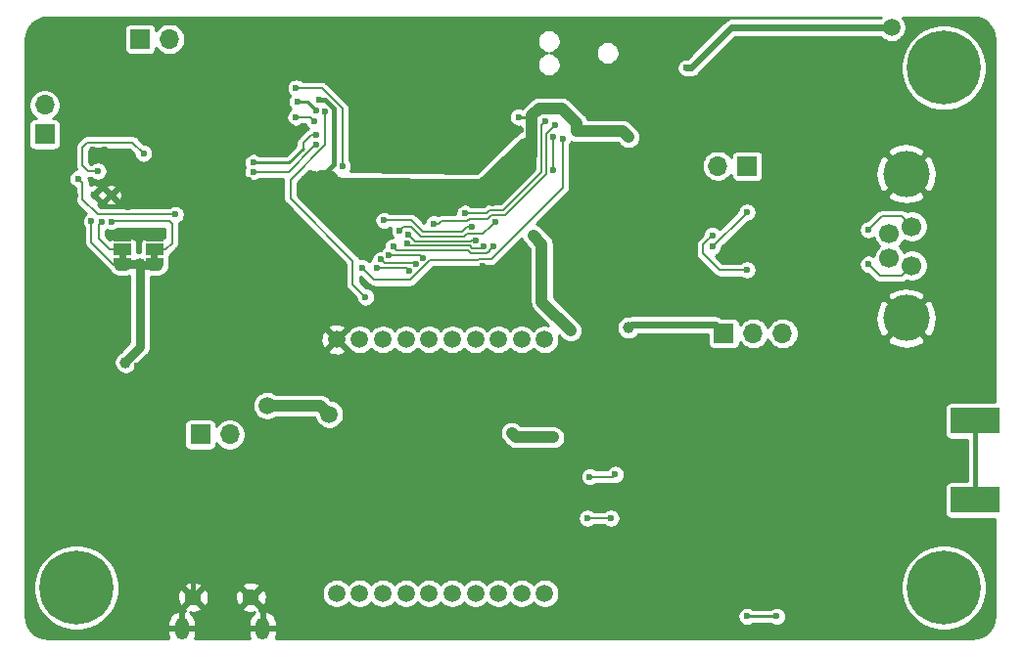
<source format=gbl>
G04 #@! TF.GenerationSoftware,KiCad,Pcbnew,(5.1.5-0-10_14)*
G04 #@! TF.CreationDate,2021-06-08T11:11:05+02:00*
G04 #@! TF.ProjectId,Nestbox,4e657374-626f-4782-9e6b-696361645f70,rev?*
G04 #@! TF.SameCoordinates,Original*
G04 #@! TF.FileFunction,Copper,L2,Bot*
G04 #@! TF.FilePolarity,Positive*
%FSLAX46Y46*%
G04 Gerber Fmt 4.6, Leading zero omitted, Abs format (unit mm)*
G04 Created by KiCad (PCBNEW (5.1.5-0-10_14)) date 2021-06-08 11:11:05*
%MOMM*%
%LPD*%
G04 APERTURE LIST*
%ADD10C,0.050000*%
%ADD11C,4.000000*%
%ADD12C,1.700000*%
%ADD13O,1.700000X1.700000*%
%ADD14R,1.700000X1.700000*%
%ADD15R,1.500000X1.000000*%
%ADD16O,1.200000X1.900000*%
%ADD17C,1.450000*%
%ADD18C,1.500000*%
%ADD19R,4.200000X2.200000*%
%ADD20C,0.800000*%
%ADD21C,6.400000*%
%ADD22C,0.609600*%
%ADD23C,0.604800*%
%ADD24C,0.600000*%
%ADD25C,1.000000*%
%ADD26C,0.400000*%
%ADD27C,0.200000*%
%ADD28C,0.800000*%
%ADD29C,1.000000*%
%ADD30C,0.250000*%
%ADD31C,0.600000*%
%ADD32C,0.254000*%
G04 APERTURE END LIST*
D10*
G36*
X107050000Y83350000D02*
G01*
X107050000Y83850000D01*
X106450000Y83850000D01*
X106450000Y83350000D01*
X107050000Y83350000D01*
G37*
G36*
X104300000Y83350000D02*
G01*
X104300000Y83850000D01*
X103700000Y83850000D01*
X103700000Y83350000D01*
X104300000Y83350000D01*
G37*
D11*
X171750000Y78325000D03*
D12*
X172250000Y82875000D03*
X172250000Y86275000D03*
X170300000Y83500000D03*
X170300000Y85650000D03*
D11*
X171750000Y90825000D03*
D13*
X108040000Y102500000D03*
D14*
X105500000Y102500000D03*
D13*
X97250000Y96790000D03*
D14*
X97250000Y94250000D03*
G04 #@! TA.AperFunction,SMDPad,CuDef*
D10*
G36*
X107500000Y83500000D02*
G01*
X107500000Y82950000D01*
X107499398Y82950000D01*
X107499398Y82925466D01*
X107494588Y82876635D01*
X107485016Y82828510D01*
X107470772Y82781555D01*
X107451995Y82736222D01*
X107428864Y82692949D01*
X107401604Y82652150D01*
X107370476Y82614221D01*
X107335779Y82579524D01*
X107297850Y82548396D01*
X107257051Y82521136D01*
X107213778Y82498005D01*
X107168445Y82479228D01*
X107121490Y82464984D01*
X107073365Y82455412D01*
X107024534Y82450602D01*
X107000000Y82450602D01*
X107000000Y82450000D01*
X106500000Y82450000D01*
X106500000Y82450602D01*
X106475466Y82450602D01*
X106426635Y82455412D01*
X106378510Y82464984D01*
X106331555Y82479228D01*
X106286222Y82498005D01*
X106242949Y82521136D01*
X106202150Y82548396D01*
X106164221Y82579524D01*
X106129524Y82614221D01*
X106098396Y82652150D01*
X106071136Y82692949D01*
X106048005Y82736222D01*
X106029228Y82781555D01*
X106014984Y82828510D01*
X106005412Y82876635D01*
X106000602Y82925466D01*
X106000602Y82950000D01*
X106000000Y82950000D01*
X106000000Y83500000D01*
X107500000Y83500000D01*
G37*
G04 #@! TD.AperFunction*
D15*
X106750000Y84250000D03*
G04 #@! TA.AperFunction,SMDPad,CuDef*
D10*
G36*
X106000602Y85550000D02*
G01*
X106000602Y85574534D01*
X106005412Y85623365D01*
X106014984Y85671490D01*
X106029228Y85718445D01*
X106048005Y85763778D01*
X106071136Y85807051D01*
X106098396Y85847850D01*
X106129524Y85885779D01*
X106164221Y85920476D01*
X106202150Y85951604D01*
X106242949Y85978864D01*
X106286222Y86001995D01*
X106331555Y86020772D01*
X106378510Y86035016D01*
X106426635Y86044588D01*
X106475466Y86049398D01*
X106500000Y86049398D01*
X106500000Y86050000D01*
X107000000Y86050000D01*
X107000000Y86049398D01*
X107024534Y86049398D01*
X107073365Y86044588D01*
X107121490Y86035016D01*
X107168445Y86020772D01*
X107213778Y86001995D01*
X107257051Y85978864D01*
X107297850Y85951604D01*
X107335779Y85920476D01*
X107370476Y85885779D01*
X107401604Y85847850D01*
X107428864Y85807051D01*
X107451995Y85763778D01*
X107470772Y85718445D01*
X107485016Y85671490D01*
X107494588Y85623365D01*
X107499398Y85574534D01*
X107499398Y85550000D01*
X107500000Y85550000D01*
X107500000Y85000000D01*
X106000000Y85000000D01*
X106000000Y85550000D01*
X106000602Y85550000D01*
G37*
G04 #@! TD.AperFunction*
D13*
X155460000Y91500000D03*
D14*
X158000000Y91500000D03*
G04 #@! TA.AperFunction,SMDPad,CuDef*
D10*
G36*
X104750000Y83500000D02*
G01*
X104750000Y82950000D01*
X104749398Y82950000D01*
X104749398Y82925466D01*
X104744588Y82876635D01*
X104735016Y82828510D01*
X104720772Y82781555D01*
X104701995Y82736222D01*
X104678864Y82692949D01*
X104651604Y82652150D01*
X104620476Y82614221D01*
X104585779Y82579524D01*
X104547850Y82548396D01*
X104507051Y82521136D01*
X104463778Y82498005D01*
X104418445Y82479228D01*
X104371490Y82464984D01*
X104323365Y82455412D01*
X104274534Y82450602D01*
X104250000Y82450602D01*
X104250000Y82450000D01*
X103750000Y82450000D01*
X103750000Y82450602D01*
X103725466Y82450602D01*
X103676635Y82455412D01*
X103628510Y82464984D01*
X103581555Y82479228D01*
X103536222Y82498005D01*
X103492949Y82521136D01*
X103452150Y82548396D01*
X103414221Y82579524D01*
X103379524Y82614221D01*
X103348396Y82652150D01*
X103321136Y82692949D01*
X103298005Y82736222D01*
X103279228Y82781555D01*
X103264984Y82828510D01*
X103255412Y82876635D01*
X103250602Y82925466D01*
X103250602Y82950000D01*
X103250000Y82950000D01*
X103250000Y83500000D01*
X104750000Y83500000D01*
G37*
G04 #@! TD.AperFunction*
D15*
X104000000Y84250000D03*
G04 #@! TA.AperFunction,SMDPad,CuDef*
D10*
G36*
X103250602Y85550000D02*
G01*
X103250602Y85574534D01*
X103255412Y85623365D01*
X103264984Y85671490D01*
X103279228Y85718445D01*
X103298005Y85763778D01*
X103321136Y85807051D01*
X103348396Y85847850D01*
X103379524Y85885779D01*
X103414221Y85920476D01*
X103452150Y85951604D01*
X103492949Y85978864D01*
X103536222Y86001995D01*
X103581555Y86020772D01*
X103628510Y86035016D01*
X103676635Y86044588D01*
X103725466Y86049398D01*
X103750000Y86049398D01*
X103750000Y86050000D01*
X104250000Y86050000D01*
X104250000Y86049398D01*
X104274534Y86049398D01*
X104323365Y86044588D01*
X104371490Y86035016D01*
X104418445Y86020772D01*
X104463778Y86001995D01*
X104507051Y85978864D01*
X104547850Y85951604D01*
X104585779Y85920476D01*
X104620476Y85885779D01*
X104651604Y85847850D01*
X104678864Y85807051D01*
X104701995Y85763778D01*
X104720772Y85718445D01*
X104735016Y85671490D01*
X104744588Y85623365D01*
X104749398Y85574534D01*
X104749398Y85550000D01*
X104750000Y85550000D01*
X104750000Y85000000D01*
X103250000Y85000000D01*
X103250000Y85550000D01*
X103250602Y85550000D01*
G37*
G04 #@! TD.AperFunction*
D13*
X113250000Y68250000D03*
D14*
X110710000Y68250000D03*
D13*
X161080000Y77000000D03*
X158540000Y77000000D03*
D14*
X156000000Y77000000D03*
D16*
X116100000Y51462500D03*
X109100000Y51462500D03*
D17*
X115100000Y54162500D03*
X110100000Y54162500D03*
D18*
X140500000Y76485500D03*
X138500000Y76485500D03*
X136500000Y76485500D03*
X134500000Y76485500D03*
X132500000Y76485500D03*
X130500000Y76485500D03*
X128500000Y76485500D03*
X126500000Y76485500D03*
X124500000Y76485500D03*
X122500000Y76485500D03*
X122500000Y54485500D03*
X124500000Y54485500D03*
X126500000Y54485500D03*
X128500000Y54485500D03*
X130500000Y54485500D03*
X132500000Y54485500D03*
X134500000Y54485500D03*
X136500000Y54485500D03*
X138500000Y54485500D03*
X140500000Y54485500D03*
D19*
X177754000Y69429000D03*
X177754000Y62571000D03*
D20*
X176697056Y101697056D03*
X175000000Y102400000D03*
X173302944Y101697056D03*
X172600000Y100000000D03*
X173302944Y98302944D03*
X175000000Y97600000D03*
X176697056Y98302944D03*
X177400000Y100000000D03*
D21*
X175000000Y100000000D03*
D20*
X176697056Y56697056D03*
X175000000Y57400000D03*
X173302944Y56697056D03*
X172600000Y55000000D03*
X173302944Y53302944D03*
X175000000Y52600000D03*
X176697056Y53302944D03*
X177400000Y55000000D03*
D21*
X175000000Y55000000D03*
D20*
X101697056Y56697056D03*
X100000000Y57400000D03*
X98302944Y56697056D03*
X97600000Y55000000D03*
X98302944Y53302944D03*
X100000000Y52600000D03*
X101697056Y53302944D03*
X102400000Y55000000D03*
D21*
X100000000Y55000000D03*
D22*
X101500000Y89000000D03*
D23*
X103000000Y89000000D03*
D24*
X102440000Y92955000D03*
X102440000Y91955000D03*
X101440000Y91955000D03*
X101440000Y92955000D03*
X100940000Y82955000D03*
X101940000Y82955000D03*
X100940000Y83955000D03*
X96940000Y84955000D03*
X97940000Y84955000D03*
X98940000Y84955000D03*
X99940000Y84955000D03*
X98940000Y85955000D03*
X97940000Y85955000D03*
X96940000Y85955000D03*
X96940000Y86955000D03*
X97940000Y86955000D03*
X98940000Y86955000D03*
X99940000Y86955000D03*
X99940000Y87955000D03*
X99940000Y88955000D03*
X104440000Y89755000D03*
X106440000Y88955000D03*
X104440000Y87955000D03*
X104440000Y88955000D03*
X166000000Y94500000D03*
X166000000Y95500000D03*
X160500000Y69500000D03*
X162000000Y69500000D03*
X161000000Y74500000D03*
X162500000Y57000000D03*
X162500000Y59000000D03*
X163000000Y64000000D03*
X114000000Y63750000D03*
X149400000Y83600000D03*
X150600000Y83600000D03*
X147800000Y73400000D03*
X152400000Y79200000D03*
X134200000Y92174896D03*
X127800000Y102600000D03*
X131800000Y102600000D03*
X127829930Y96641048D03*
X129067358Y97869299D03*
X137350000Y66350000D03*
X138509627Y72590373D03*
X156800000Y58000000D03*
X158000000Y54000000D03*
X162600000Y54999998D03*
X120000000Y85400000D03*
X138400000Y94600000D03*
X166400000Y102400000D03*
X162600000Y90800009D03*
X129000000Y91500000D03*
D25*
X143400000Y103600000D03*
D24*
X134700000Y100800000D03*
X153500000Y90500000D03*
X148497820Y89800000D03*
X145250000Y90750000D03*
X156500000Y100000000D03*
D25*
X167500000Y51500000D03*
D24*
X111000000Y56750000D03*
X99940000Y86000000D03*
X107750000Y79500000D03*
X107750000Y78250000D03*
X107750000Y77000000D03*
X107750000Y75750000D03*
X107750000Y74250000D03*
X106500000Y74250000D03*
X105250000Y74250000D03*
X105250000Y73000000D03*
X106500000Y73000000D03*
X107750000Y73000000D03*
X109250000Y78750000D03*
X109250000Y77500000D03*
X109250000Y76250000D03*
X116750000Y76500000D03*
X116750000Y75250000D03*
X116750000Y74250000D03*
X116750000Y73000000D03*
X115500000Y72500000D03*
X112750000Y72500000D03*
X109250000Y81000000D03*
X112250000Y81750000D03*
X110750000Y82000000D03*
X112500000Y83250000D03*
X103500000Y81000000D03*
X101750000Y76750000D03*
X100000000Y76750000D03*
X98250000Y76750000D03*
X96500000Y76750000D03*
X96750000Y82250000D03*
X96750000Y83500000D03*
X98750000Y82250000D03*
X101500000Y81750000D03*
D25*
X107500000Y63750000D03*
D24*
X150000000Y65000000D03*
X150000000Y63500000D03*
X150000000Y62000000D03*
X150000000Y60000000D03*
X150000000Y58500000D03*
X146100000Y58500000D03*
D25*
X101750000Y101750000D03*
D24*
X135114961Y82864982D03*
X116500000Y62000000D03*
X118500000Y87000000D03*
X121500000Y100000000D03*
X121750000Y98750000D03*
X118500000Y94250000D03*
D25*
X109750000Y101000000D03*
D24*
X150250000Y94649990D03*
D25*
X178750000Y94500000D03*
D24*
X153000000Y74000000D03*
X115000000Y87300000D03*
X127900000Y101000000D03*
X105400000Y85500000D03*
X114854415Y90335565D03*
X178600000Y103300000D03*
X178800000Y98000000D03*
X172500000Y103900000D03*
X178900000Y92700000D03*
X175400000Y95800000D03*
X178900000Y90000000D03*
X178900000Y87000000D03*
X178900000Y83500000D03*
X178900000Y79500000D03*
X178900000Y76000000D03*
X178900000Y72500000D03*
X178000000Y72500000D03*
X177000000Y72500000D03*
X176000000Y72500000D03*
X175000000Y72500000D03*
X174500000Y71500000D03*
X173500000Y70500000D03*
X172000000Y70500000D03*
X170500000Y70500000D03*
X169000000Y71000000D03*
X169000000Y72500000D03*
X167500000Y73000000D03*
X165500000Y73000000D03*
X164500000Y73000000D03*
X163000000Y74000000D03*
X162500000Y75500000D03*
X163000000Y76500000D03*
X176500000Y75500000D03*
X171500000Y73500000D03*
X168000000Y77500000D03*
X175000000Y80000000D03*
X175000000Y83000000D03*
X170000000Y81000000D03*
X163500000Y80500000D03*
X161500000Y80500000D03*
X159500000Y80500000D03*
X157500000Y80500000D03*
X156000000Y79500000D03*
X154000000Y79000000D03*
X169500000Y88500000D03*
X165500000Y91000000D03*
X164000000Y89000000D03*
X160500000Y88500000D03*
X158500000Y88500000D03*
X160000000Y90500000D03*
X161500000Y90500000D03*
X159500000Y93000000D03*
X159500000Y94000000D03*
X154000000Y93500000D03*
X153000000Y93500000D03*
X159000000Y97000000D03*
X166000000Y98500000D03*
X166000000Y100500000D03*
X171500000Y102500000D03*
X156000000Y104000000D03*
X153500000Y104000000D03*
X151000000Y104000000D03*
X147500000Y104000000D03*
X145500000Y104000000D03*
X145500000Y97000000D03*
X148000000Y99000000D03*
X150000000Y101000000D03*
X153500000Y102750000D03*
X162000000Y51500000D03*
X163500000Y51500000D03*
X165500000Y51500000D03*
X173500000Y51000000D03*
X177000000Y51000000D03*
X179000000Y57500000D03*
X179000000Y60000000D03*
X173500000Y61000000D03*
X171500000Y61000000D03*
X178000000Y60000000D03*
X177000000Y60000000D03*
X175500000Y60000000D03*
X174500000Y60500000D03*
X174500000Y61500000D03*
X170000000Y61000000D03*
X168500000Y60500000D03*
X167000000Y60000000D03*
X165500000Y60000000D03*
X165000000Y59500000D03*
X165000000Y57500000D03*
X165000000Y56000000D03*
X165000000Y55000000D03*
X164500000Y53500000D03*
X169000000Y56500000D03*
X133500000Y66500000D03*
X130500000Y66500000D03*
X129000000Y70000000D03*
X128500000Y74500000D03*
X126500000Y71500000D03*
X125000000Y68000000D03*
X125500000Y61500000D03*
X123000000Y58500000D03*
X128500000Y64500000D03*
X134000000Y64500000D03*
X142500000Y65000000D03*
X97000000Y61000000D03*
X97000000Y63000000D03*
X97000000Y65000000D03*
X97000000Y67000000D03*
X97000000Y69000000D03*
X97000000Y71000000D03*
X97000000Y59000000D03*
X97000000Y51500000D03*
X102000000Y51500000D03*
X107500000Y52000000D03*
X107500000Y54500000D03*
X111000000Y58500000D03*
X115000000Y58000000D03*
X117000000Y60500000D03*
X121000000Y62000000D03*
X118500000Y54500000D03*
X118500000Y51000000D03*
X118500000Y53000000D03*
X119500000Y80500000D03*
X123000000Y79000000D03*
X118500000Y67500000D03*
X117000000Y66500000D03*
X115000000Y66000000D03*
X113500000Y66000000D03*
X113500000Y66000000D03*
X112000000Y66000000D03*
X110000000Y66000000D03*
X108500000Y66000000D03*
X107500000Y67500000D03*
X100000000Y71000000D03*
X100000000Y69000000D03*
X100000000Y67000000D03*
X100000000Y65000000D03*
X100000000Y63000000D03*
X100000000Y61000000D03*
X102500000Y59500000D03*
X105500000Y59500000D03*
X108500000Y60500000D03*
X104500000Y57500000D03*
X124500000Y104000000D03*
X123000000Y104000000D03*
X120500000Y104000000D03*
X125000000Y102000000D03*
X135000000Y98500000D03*
X136500000Y102500000D03*
X138500000Y103500000D03*
X138500000Y97500000D03*
X110500000Y104000000D03*
X96000000Y100500000D03*
X103000000Y99500000D03*
X111000000Y88000000D03*
X111500000Y85500000D03*
X109000000Y83500000D03*
X116000000Y84500000D03*
X122500000Y83000000D03*
X121500000Y84000000D03*
X125000000Y64500000D03*
X136500000Y59000000D03*
X140000000Y59000000D03*
X144000000Y59000000D03*
X144000000Y55000000D03*
X144000000Y53000000D03*
X153000000Y53000000D03*
X149000000Y53000000D03*
X129000000Y59000000D03*
X132500000Y61000000D03*
X137000000Y62000000D03*
X143000000Y62000000D03*
X144000000Y62500000D03*
X148000000Y71000000D03*
X148000000Y67000000D03*
X156000000Y70500000D03*
X151500000Y67000000D03*
X138000000Y100500000D03*
X150000000Y86000000D03*
X147000000Y85500000D03*
X151500000Y85000000D03*
X161500000Y101500000D03*
X161500000Y98500000D03*
X170000000Y97500000D03*
X169500000Y100000000D03*
X176000000Y85000000D03*
X159200000Y99000000D03*
X151249998Y96750000D03*
X153750000Y96750000D03*
X156250000Y97000000D03*
X157750000Y94000000D03*
X153000000Y94500000D03*
X150000000Y96750000D03*
X151250000Y98250000D03*
X149000000Y94250000D03*
X160250000Y101000000D03*
X168500000Y83000000D03*
X168500000Y85975000D03*
D25*
X105500000Y83000000D03*
X104250000Y74500000D03*
D24*
X101300000Y86700000D03*
X128604420Y84800000D03*
X135204247Y84508747D03*
X128714752Y85594898D03*
X134503985Y85006767D03*
D18*
X116500000Y70750000D03*
X121850000Y70000000D03*
D24*
X115300000Y91800000D03*
X120718287Y94185004D03*
X101840000Y91055000D03*
X105804607Y92595393D03*
X115300000Y91000000D03*
X120736660Y93385203D03*
D25*
X147750000Y77500000D03*
X143249998Y94500000D03*
X140250000Y82750000D03*
X139500000Y85500000D03*
X136000000Y88500000D03*
D24*
X124500000Y86000000D03*
D25*
X142750000Y77250000D03*
X141250000Y68000000D03*
X137640686Y68390686D03*
D24*
X121000000Y97250000D03*
X138238614Y95738614D03*
D25*
X119800000Y90200000D03*
X121200000Y90600000D03*
X147750000Y94000000D03*
D24*
X177754000Y69500000D03*
X177754000Y62500000D03*
X125000000Y80150000D03*
X121530011Y96230025D03*
X160560286Y52495981D03*
X158000000Y52500000D03*
X118975553Y95729458D03*
X120575584Y95385016D03*
X119000000Y98250000D03*
X123000000Y91500000D03*
X127044016Y83790032D03*
X129964099Y83562642D03*
X126338540Y83412776D03*
X129381366Y82995429D03*
X125949303Y82713839D03*
X128800000Y82400000D03*
X133600000Y87400000D03*
X140582114Y95417886D03*
X130908782Y86500000D03*
X141400000Y95000000D03*
D18*
X170500000Y103500000D03*
D24*
X152750000Y100000000D03*
X119100010Y97049230D03*
X120733201Y96301528D03*
X144400000Y64600000D03*
X146600000Y64800000D03*
X134199822Y86206566D03*
X126600000Y86800000D03*
X127958706Y85856458D03*
X136205991Y86642552D03*
X124695174Y82695174D03*
X142043015Y93894265D03*
X158000000Y87500000D03*
X155000000Y84500000D03*
X158000000Y82500000D03*
X155000000Y85499990D03*
X102200000Y86662812D03*
X103031102Y86683652D03*
X108540000Y87300000D03*
X100145023Y90400000D03*
X141250021Y91128905D03*
X141250021Y94000000D03*
X144200000Y61000000D03*
X146200000Y61000000D03*
X127386892Y84512843D03*
X136032579Y84499990D03*
D26*
X101440000Y91955000D02*
X102440000Y91955000D01*
X101440000Y92955000D02*
X102440000Y92955000D01*
D27*
X97940000Y85955000D02*
X98940000Y85955000D01*
X96940000Y86955000D02*
X96940000Y85955000D01*
X99940000Y86955000D02*
X98940000Y86955000D01*
X99940000Y88955000D02*
X99940000Y87955000D01*
D26*
X104440000Y88955000D02*
X104440000Y87955000D01*
D27*
X102550000Y85550000D02*
X102500000Y85500000D01*
X104000000Y85550000D02*
X102550000Y85550000D01*
D26*
X110100000Y55850000D02*
X111000000Y56750000D01*
X110100000Y54162500D02*
X110100000Y55850000D01*
D27*
X106750000Y85550000D02*
X105450000Y85550000D01*
X105450000Y85550000D02*
X105400000Y85500000D01*
X105400000Y85500000D02*
X104000000Y85550000D01*
X171375000Y82000000D02*
X172250000Y82875000D01*
X169500000Y82000000D02*
X171375000Y82000000D01*
X168500000Y83000000D02*
X169500000Y82000000D01*
X171400001Y87124999D02*
X172250000Y86275000D01*
X169649999Y87124999D02*
X171400001Y87124999D01*
X168500000Y85975000D02*
X169649999Y87124999D01*
D28*
X104050000Y83000000D02*
X104000000Y82950000D01*
X105500000Y83000000D02*
X104050000Y83000000D01*
X105550000Y82950000D02*
X105500000Y83000000D01*
X106750000Y82950000D02*
X105550000Y82950000D01*
X105500000Y83000000D02*
X105500000Y75832002D01*
X105500000Y75832002D02*
X104250000Y74582002D01*
X104250000Y74582002D02*
X104250000Y74500000D01*
D27*
X101300000Y86275736D02*
X101300000Y86700000D01*
X103252408Y82950000D02*
X101300000Y84902408D01*
X101300000Y84902408D02*
X101300000Y86275736D01*
X104000000Y82950000D02*
X103252408Y82950000D01*
X134227918Y84400636D02*
X135096136Y84400636D01*
X128604420Y84800000D02*
X128804453Y84599967D01*
X128804453Y84599967D02*
X134028587Y84599967D01*
X134028587Y84599967D02*
X134227918Y84400636D01*
X135096136Y84400636D02*
X135204247Y84508747D01*
X128714752Y85594898D02*
X129309672Y84999978D01*
X134079721Y85006767D02*
X134503985Y85006767D01*
X129309672Y84999978D02*
X134072932Y84999978D01*
X134072932Y84999978D02*
X134079721Y85006767D01*
D29*
X121100000Y70750000D02*
X121850000Y70000000D01*
X116500000Y70750000D02*
X121100000Y70750000D01*
D30*
X118403758Y91800000D02*
X115724264Y91800000D01*
X115724264Y91800000D02*
X115300000Y91800000D01*
X119603758Y93000000D02*
X118403758Y91800000D01*
D27*
X119603758Y93000000D02*
X119603758Y93494739D01*
X119603758Y93494739D02*
X120294023Y94185004D01*
X120294023Y94185004D02*
X120718287Y94185004D01*
X101045000Y91055000D02*
X101840000Y91055000D01*
X100955001Y93555001D02*
X100500000Y93100000D01*
X100500000Y91600000D02*
X101045000Y91055000D01*
X104844999Y93555001D02*
X100955001Y93555001D01*
X100500000Y93100000D02*
X100500000Y91600000D01*
X105804607Y92595393D02*
X104844999Y93555001D01*
X118351457Y91000000D02*
X120436661Y93085204D01*
X115300000Y91000000D02*
X118351457Y91000000D01*
X120436661Y93085204D02*
X120736660Y93385203D01*
D30*
X156000000Y77000000D02*
X156250000Y77000000D01*
D31*
X155250000Y77750000D02*
X156000000Y77000000D01*
X148000000Y77750000D02*
X155250000Y77750000D01*
X147750000Y77500000D02*
X148000000Y77750000D01*
D29*
X139400001Y95857107D02*
X140042893Y96499999D01*
X140042893Y96499999D02*
X141957105Y96499999D01*
X139400001Y92400001D02*
X139400001Y95857107D01*
X141957105Y96499999D02*
X143249998Y95207106D01*
X143249998Y95207106D02*
X143249998Y94500000D01*
X140250000Y82750000D02*
X140250000Y84750000D01*
X140250000Y84750000D02*
X139500000Y85500000D01*
X136000000Y88500000D02*
X139400001Y92400001D01*
X140250000Y79750000D02*
X142750000Y77250000D01*
X140250000Y82750000D02*
X140250000Y79750000D01*
X138031372Y68000000D02*
X137640686Y68390686D01*
X141250000Y68000000D02*
X138031372Y68000000D01*
D30*
X139281508Y95738614D02*
X139400001Y95857107D01*
X138238614Y95738614D02*
X139281508Y95738614D01*
X124500000Y86000000D02*
X124500000Y87900000D01*
D26*
X121500000Y97250000D02*
X122250000Y96500000D01*
X121699999Y91099999D02*
X121200000Y90600000D01*
X122250000Y91650000D02*
X121699999Y91099999D01*
X122250000Y96500000D02*
X122250000Y91650000D01*
X121000000Y97250000D02*
X121500000Y97250000D01*
D29*
X121907106Y90600000D02*
X121200000Y90600000D01*
X122607106Y89900000D02*
X121907106Y90600000D01*
X134600000Y89900000D02*
X122607106Y89900000D01*
X136000000Y88500000D02*
X134600000Y89900000D01*
X143249998Y94500000D02*
X147250001Y94499999D01*
D26*
X147499999Y94000001D02*
X147749999Y94000001D01*
D29*
X147250001Y94499999D02*
X147750000Y94000000D01*
D26*
X147749999Y94000001D02*
X147750000Y94000000D01*
X177754000Y62571000D02*
X177754000Y69429000D01*
D27*
X177754000Y69429000D02*
X177754000Y69500000D01*
X177754000Y62571000D02*
X177754000Y62500000D01*
X121530011Y95805761D02*
X121530011Y96230025D01*
X118500000Y90300000D02*
X121530011Y93330011D01*
X123900000Y83300000D02*
X118500000Y88700000D01*
X125000000Y80150000D02*
X123900000Y81250000D01*
X118500000Y88700000D02*
X118500000Y90300000D01*
X123900000Y81250000D02*
X123900000Y83300000D01*
X121530011Y93330011D02*
X121530011Y95805761D01*
D30*
X158004019Y52495981D02*
X158000000Y52500000D01*
X160560286Y52495981D02*
X158004019Y52495981D01*
D27*
X120231142Y95729458D02*
X120575584Y95385016D01*
X118975553Y95729458D02*
X120231142Y95729458D01*
X121207120Y98250000D02*
X123000000Y96457120D01*
X123000000Y91924264D02*
X123000000Y91500000D01*
X123000000Y96457120D02*
X123000000Y91924264D01*
X119000000Y98250000D02*
X121207120Y98250000D01*
X127044016Y83790032D02*
X129736709Y83790032D01*
X129736709Y83790032D02*
X129964099Y83562642D01*
X126338540Y83412776D02*
X126638539Y83112777D01*
X126638539Y83112777D02*
X129264018Y83112777D01*
X129264018Y83112777D02*
X129381366Y82995429D01*
X128500000Y82700000D02*
X128800000Y82400000D01*
X125963142Y82700000D02*
X128500000Y82700000D01*
X125949303Y82713839D02*
X125963142Y82700000D01*
X135509737Y87400000D02*
X135752301Y87642564D01*
X133600000Y87400000D02*
X135509737Y87400000D01*
X135752301Y87642564D02*
X136942564Y87642564D01*
X140250000Y90950000D02*
X140250000Y95085772D01*
X136942564Y87642564D02*
X140250000Y90950000D01*
X140250000Y95085772D02*
X140282115Y95117887D01*
X140282115Y95117887D02*
X140582114Y95417886D01*
X133805254Y86700000D02*
X133989184Y86883930D01*
X135559367Y86883930D02*
X135917990Y87242553D01*
X133989184Y86883930D02*
X135559367Y86883930D01*
X131333046Y86500000D02*
X131533046Y86700000D01*
X140650011Y94250011D02*
X141100001Y94700001D01*
X131533046Y86700000D02*
X133805254Y86700000D01*
X135917990Y87242553D02*
X137108253Y87242553D01*
X130908782Y86500000D02*
X131333046Y86500000D01*
X141100001Y94700001D02*
X141400000Y95000000D01*
X137108253Y87242553D02*
X140650011Y90784311D01*
X140650011Y90784311D02*
X140650011Y94250011D01*
D31*
X170500000Y103500000D02*
X156674264Y103500000D01*
X153174264Y100000000D02*
X152750000Y100000000D01*
X156674264Y103500000D02*
X153174264Y100000000D01*
D30*
X119100010Y97049230D02*
X119985499Y97049230D01*
X119985499Y97049230D02*
X120733201Y96301528D01*
D27*
X146400000Y64600000D02*
X146600000Y64800000D01*
X144400000Y64600000D02*
X146400000Y64600000D01*
X127024264Y86800000D02*
X126600000Y86800000D01*
X129953705Y85800000D02*
X128953705Y86800000D01*
X134199822Y86206566D02*
X133775558Y86206566D01*
X133368992Y85800000D02*
X129953705Y85800000D01*
X128953705Y86800000D02*
X127024264Y86800000D01*
X133775558Y86206566D02*
X133368992Y85800000D01*
X129788016Y85399989D02*
X133534681Y85399989D01*
X127958706Y85856458D02*
X128308705Y86206457D01*
X133734690Y85599998D02*
X134209329Y85599998D01*
X128981548Y86206457D02*
X129788016Y85399989D01*
X133534681Y85399989D02*
X133734690Y85599998D01*
X134216108Y85606777D02*
X135170216Y85606777D01*
X135170216Y85606777D02*
X135905992Y86342553D01*
X128308705Y86206457D02*
X128981548Y86206457D01*
X135905992Y86342553D02*
X136205991Y86642552D01*
X134209329Y85599998D02*
X134216108Y85606777D01*
X124695174Y82695174D02*
X125740349Y81649999D01*
X125740349Y81649999D02*
X128899999Y81649999D01*
X130600002Y83350002D02*
X134711979Y83350002D01*
X128899999Y81649999D02*
X130600002Y83350002D01*
X134711979Y83350002D02*
X134826960Y83464983D01*
X134826960Y83464983D02*
X135870295Y83464983D01*
X142043015Y89637703D02*
X142043015Y93470001D01*
X135870295Y83464983D02*
X142043015Y89637703D01*
X142043015Y93470001D02*
X142043015Y93894265D01*
X157700001Y87200001D02*
X155000000Y84500000D01*
X158000000Y87500000D02*
X157700001Y87200001D01*
X154200001Y83911983D02*
X154200001Y84699991D01*
X154200001Y84699991D02*
X154700001Y85199991D01*
X154700001Y85199991D02*
X155000000Y85499990D01*
X158000000Y82500000D02*
X155611984Y82500000D01*
X155611984Y82500000D02*
X154200001Y83911983D01*
X101900001Y85248995D02*
X101900001Y86362813D01*
X102898996Y84250000D02*
X101900001Y85248995D01*
X104000000Y84250000D02*
X102898996Y84250000D01*
X101900001Y86362813D02*
X102200000Y86662812D01*
X103014754Y86700000D02*
X103031102Y86683652D01*
X108050000Y86700000D02*
X103014754Y86700000D01*
X107700000Y84250000D02*
X108250000Y84800000D01*
X108250000Y86500000D02*
X108050000Y86700000D01*
X106750000Y84250000D02*
X107700000Y84250000D01*
X108250000Y84800000D02*
X108250000Y86500000D01*
X100445022Y90100001D02*
X100145023Y90400000D01*
X100540001Y90005022D02*
X100445022Y90100001D01*
X108540000Y87300000D02*
X101838006Y87300000D01*
X100540001Y88598005D02*
X100540001Y90005022D01*
X101838006Y87300000D02*
X100540001Y88598005D01*
X141250021Y91128905D02*
X141250021Y94000000D01*
X128381204Y84199978D02*
X128365332Y84215850D01*
X144200000Y61000000D02*
X146200000Y61000000D01*
X127686891Y84212844D02*
X127386892Y84512843D01*
X127699757Y84199978D02*
X127686891Y84212844D01*
X128381204Y84199978D02*
X127699757Y84199978D01*
X135732580Y84149078D02*
X135732580Y84199991D01*
X128381226Y84199956D02*
X133862898Y84199956D01*
X128381204Y84199978D02*
X128381226Y84199956D01*
X133862898Y84199956D02*
X134154108Y83908746D01*
X135492248Y83908746D02*
X135732580Y84149078D01*
X135732580Y84199991D02*
X136032579Y84499990D01*
X134154108Y83908746D02*
X135492248Y83908746D01*
D32*
G36*
X169521049Y104327000D02*
G01*
X156714874Y104327000D01*
X156674263Y104331000D01*
X156633652Y104327000D01*
X156633640Y104327000D01*
X156512144Y104315034D01*
X156356254Y104267745D01*
X156261506Y104217101D01*
X156212583Y104190951D01*
X156118211Y104113502D01*
X156118205Y104113496D01*
X156086658Y104087606D01*
X156060768Y104056059D01*
X152831711Y100827000D01*
X152668548Y100827000D01*
X152628509Y100819035D01*
X152587880Y100815034D01*
X152548809Y100803182D01*
X152508773Y100795218D01*
X152471061Y100779597D01*
X152431990Y100767745D01*
X152395982Y100748498D01*
X152358269Y100732877D01*
X152324327Y100710198D01*
X152288321Y100690952D01*
X152256762Y100665052D01*
X152222819Y100642372D01*
X152193952Y100613505D01*
X152162394Y100587606D01*
X152136495Y100556048D01*
X152107628Y100527181D01*
X152084948Y100493238D01*
X152059048Y100461679D01*
X152039802Y100425673D01*
X152017123Y100391731D01*
X152001502Y100354018D01*
X151982255Y100318010D01*
X151970403Y100278939D01*
X151954782Y100241227D01*
X151946818Y100201191D01*
X151934966Y100162120D01*
X151930965Y100121492D01*
X151923000Y100081452D01*
X151923000Y100040624D01*
X151918999Y100000000D01*
X151923000Y99959376D01*
X151923000Y99918548D01*
X151930965Y99878508D01*
X151934966Y99837880D01*
X151946818Y99798809D01*
X151954782Y99758773D01*
X151970403Y99721061D01*
X151982255Y99681990D01*
X152001502Y99645982D01*
X152017123Y99608269D01*
X152039802Y99574327D01*
X152059048Y99538321D01*
X152084948Y99506762D01*
X152107628Y99472819D01*
X152136495Y99443952D01*
X152162394Y99412394D01*
X152193952Y99386495D01*
X152222819Y99357628D01*
X152256762Y99334948D01*
X152288321Y99309048D01*
X152324327Y99289802D01*
X152358269Y99267123D01*
X152395982Y99251502D01*
X152431990Y99232255D01*
X152471061Y99220403D01*
X152508773Y99204782D01*
X152548809Y99196818D01*
X152587880Y99184966D01*
X152628509Y99180965D01*
X152668548Y99173000D01*
X153133650Y99173000D01*
X153174264Y99169000D01*
X153214878Y99173000D01*
X153214888Y99173000D01*
X153336384Y99184966D01*
X153492274Y99232255D01*
X153635943Y99309048D01*
X153761870Y99412394D01*
X153787769Y99443952D01*
X154710894Y100367077D01*
X171273000Y100367077D01*
X171273000Y99632923D01*
X171416227Y98912874D01*
X171697176Y98234604D01*
X172105050Y97624176D01*
X172624176Y97105050D01*
X173234604Y96697176D01*
X173912874Y96416227D01*
X174632923Y96273000D01*
X175367077Y96273000D01*
X176087126Y96416227D01*
X176765396Y96697176D01*
X177375824Y97105050D01*
X177894950Y97624176D01*
X178302824Y98234604D01*
X178583773Y98912874D01*
X178727000Y99632923D01*
X178727000Y100367077D01*
X178583773Y101087126D01*
X178302824Y101765396D01*
X177894950Y102375824D01*
X177375824Y102894950D01*
X176765396Y103302824D01*
X176087126Y103583773D01*
X175367077Y103727000D01*
X174632923Y103727000D01*
X173912874Y103583773D01*
X173234604Y103302824D01*
X172624176Y102894950D01*
X172105050Y102375824D01*
X171697176Y101765396D01*
X171416227Y101087126D01*
X171273000Y100367077D01*
X154710894Y100367077D01*
X157016819Y102673000D01*
X169521049Y102673000D01*
X169685960Y102508089D01*
X169895114Y102368337D01*
X170127513Y102272074D01*
X170374226Y102223000D01*
X170625774Y102223000D01*
X170872487Y102272074D01*
X171104886Y102368337D01*
X171314040Y102508089D01*
X171491911Y102685960D01*
X171631663Y102895114D01*
X171727926Y103127513D01*
X171777000Y103374226D01*
X171777000Y103625774D01*
X171727926Y103872487D01*
X171631663Y104104886D01*
X171491911Y104314040D01*
X171432951Y104373000D01*
X177469331Y104373000D01*
X177863220Y104334379D01*
X178212599Y104228895D01*
X178534836Y104057559D01*
X178817664Y103826890D01*
X179050293Y103545688D01*
X179223877Y103224653D01*
X179331799Y102876012D01*
X179373000Y102484015D01*
X179373001Y71058549D01*
X175654000Y71058549D01*
X175550690Y71048374D01*
X175451350Y71018239D01*
X175359798Y70969304D01*
X175279552Y70903448D01*
X175213696Y70823202D01*
X175164761Y70731650D01*
X175134626Y70632310D01*
X175124451Y70529000D01*
X175124451Y68329000D01*
X175134626Y68225690D01*
X175164761Y68126350D01*
X175213696Y68034798D01*
X175279552Y67954552D01*
X175359798Y67888696D01*
X175451350Y67839761D01*
X175550690Y67809626D01*
X175654000Y67799451D01*
X177027001Y67799451D01*
X177027000Y64200549D01*
X175654000Y64200549D01*
X175550690Y64190374D01*
X175451350Y64160239D01*
X175359798Y64111304D01*
X175279552Y64045448D01*
X175213696Y63965202D01*
X175164761Y63873650D01*
X175134626Y63774310D01*
X175124451Y63671000D01*
X175124451Y61471000D01*
X175134626Y61367690D01*
X175164761Y61268350D01*
X175213696Y61176798D01*
X175279552Y61096552D01*
X175359798Y61030696D01*
X175451350Y60981761D01*
X175550690Y60951626D01*
X175654000Y60941451D01*
X179373001Y60941451D01*
X179373001Y52530680D01*
X179334379Y52136780D01*
X179228896Y51787403D01*
X179057556Y51465160D01*
X178826892Y51182339D01*
X178545688Y50949706D01*
X178224651Y50776122D01*
X177876011Y50668200D01*
X177484015Y50627000D01*
X117236180Y50627000D01*
X117286493Y50747004D01*
X117335000Y50985500D01*
X117335000Y51335500D01*
X116227000Y51335500D01*
X116227000Y51315500D01*
X115973000Y51315500D01*
X115973000Y51335500D01*
X114865000Y51335500D01*
X114865000Y50985500D01*
X114913507Y50747004D01*
X114963820Y50627000D01*
X110236180Y50627000D01*
X110286493Y50747004D01*
X110335000Y50985500D01*
X110335000Y51335500D01*
X109227000Y51335500D01*
X109227000Y51315500D01*
X108973000Y51315500D01*
X108973000Y51335500D01*
X107865000Y51335500D01*
X107865000Y50985500D01*
X107913507Y50747004D01*
X107963820Y50627000D01*
X97530670Y50627000D01*
X97136780Y50665621D01*
X96787403Y50771104D01*
X96465160Y50942444D01*
X96182339Y51173108D01*
X95949706Y51454312D01*
X95776122Y51775349D01*
X95668200Y52123989D01*
X95627000Y52515985D01*
X95627000Y55367077D01*
X96273000Y55367077D01*
X96273000Y54632923D01*
X96416227Y53912874D01*
X96697176Y53234604D01*
X97105050Y52624176D01*
X97624176Y52105050D01*
X98234604Y51697176D01*
X98912874Y51416227D01*
X99632923Y51273000D01*
X100367077Y51273000D01*
X101087126Y51416227D01*
X101765396Y51697176D01*
X102128060Y51939500D01*
X107865000Y51939500D01*
X107865000Y51589500D01*
X108973000Y51589500D01*
X108973000Y52881231D01*
X109227000Y52881231D01*
X109227000Y51589500D01*
X110335000Y51589500D01*
X110335000Y51939500D01*
X110286493Y52177996D01*
X110192390Y52402446D01*
X110056307Y52604225D01*
X109883474Y52775578D01*
X109788164Y52838671D01*
X109905849Y52809781D01*
X110173482Y52797896D01*
X110438291Y52838452D01*
X110690100Y52929891D01*
X110797035Y52987050D01*
X110859528Y53223367D01*
X114340472Y53223367D01*
X114402965Y52987050D01*
X114645678Y52873650D01*
X114905849Y52809781D01*
X115173482Y52797896D01*
X115403442Y52833115D01*
X115316526Y52775578D01*
X115143693Y52604225D01*
X115007610Y52402446D01*
X114913507Y52177996D01*
X114865000Y51939500D01*
X114865000Y51589500D01*
X115973000Y51589500D01*
X115973000Y52881231D01*
X116227000Y52881231D01*
X116227000Y51589500D01*
X117335000Y51589500D01*
X117335000Y51939500D01*
X117286493Y52177996D01*
X117192390Y52402446D01*
X117071666Y52581452D01*
X157173000Y52581452D01*
X157173000Y52418548D01*
X157204782Y52258773D01*
X157267123Y52108269D01*
X157357628Y51972819D01*
X157472819Y51857628D01*
X157608269Y51767123D01*
X157758773Y51704782D01*
X157918548Y51673000D01*
X158081452Y51673000D01*
X158241227Y51704782D01*
X158391731Y51767123D01*
X158506757Y51843981D01*
X160047514Y51843981D01*
X160168555Y51763104D01*
X160319059Y51700763D01*
X160478834Y51668981D01*
X160641738Y51668981D01*
X160801513Y51700763D01*
X160952017Y51763104D01*
X161087467Y51853609D01*
X161202658Y51968800D01*
X161293163Y52104250D01*
X161355504Y52254754D01*
X161387286Y52414529D01*
X161387286Y52577433D01*
X161355504Y52737208D01*
X161293163Y52887712D01*
X161202658Y53023162D01*
X161087467Y53138353D01*
X160952017Y53228858D01*
X160801513Y53291199D01*
X160641738Y53322981D01*
X160478834Y53322981D01*
X160319059Y53291199D01*
X160168555Y53228858D01*
X160047514Y53147981D01*
X158518787Y53147981D01*
X158391731Y53232877D01*
X158241227Y53295218D01*
X158081452Y53327000D01*
X157918548Y53327000D01*
X157758773Y53295218D01*
X157608269Y53232877D01*
X157472819Y53142372D01*
X157357628Y53027181D01*
X157267123Y52891731D01*
X157204782Y52741227D01*
X157173000Y52581452D01*
X117071666Y52581452D01*
X117056307Y52604225D01*
X116883474Y52775578D01*
X116680533Y52909921D01*
X116455282Y53002091D01*
X116417609Y53005962D01*
X116227000Y52881231D01*
X115973000Y52881231D01*
X115799138Y52995003D01*
X115859528Y53223367D01*
X115100000Y53982895D01*
X114340472Y53223367D01*
X110859528Y53223367D01*
X110100000Y53982895D01*
X109340472Y53223367D01*
X109400862Y52995003D01*
X109227000Y52881231D01*
X108973000Y52881231D01*
X108782391Y53005962D01*
X108744718Y53002091D01*
X108519467Y52909921D01*
X108316526Y52775578D01*
X108143693Y52604225D01*
X108007610Y52402446D01*
X107913507Y52177996D01*
X107865000Y51939500D01*
X102128060Y51939500D01*
X102375824Y52105050D01*
X102894950Y52624176D01*
X103302824Y53234604D01*
X103583773Y53912874D01*
X103618810Y54089018D01*
X108735396Y54089018D01*
X108775952Y53824209D01*
X108867391Y53572400D01*
X108924550Y53465465D01*
X109160867Y53402972D01*
X109920395Y54162500D01*
X110279605Y54162500D01*
X111039133Y53402972D01*
X111275450Y53465465D01*
X111388850Y53708178D01*
X111452719Y53968349D01*
X111458077Y54089018D01*
X113735396Y54089018D01*
X113775952Y53824209D01*
X113867391Y53572400D01*
X113924550Y53465465D01*
X114160867Y53402972D01*
X114920395Y54162500D01*
X115279605Y54162500D01*
X116039133Y53402972D01*
X116275450Y53465465D01*
X116388850Y53708178D01*
X116452719Y53968349D01*
X116464604Y54235982D01*
X116424048Y54500791D01*
X116383929Y54611274D01*
X121223000Y54611274D01*
X121223000Y54359726D01*
X121272074Y54113013D01*
X121368337Y53880614D01*
X121508089Y53671460D01*
X121685960Y53493589D01*
X121895114Y53353837D01*
X122127513Y53257574D01*
X122374226Y53208500D01*
X122625774Y53208500D01*
X122872487Y53257574D01*
X123104886Y53353837D01*
X123314040Y53493589D01*
X123491911Y53671460D01*
X123500000Y53683566D01*
X123508089Y53671460D01*
X123685960Y53493589D01*
X123895114Y53353837D01*
X124127513Y53257574D01*
X124374226Y53208500D01*
X124625774Y53208500D01*
X124872487Y53257574D01*
X125104886Y53353837D01*
X125314040Y53493589D01*
X125491911Y53671460D01*
X125500000Y53683566D01*
X125508089Y53671460D01*
X125685960Y53493589D01*
X125895114Y53353837D01*
X126127513Y53257574D01*
X126374226Y53208500D01*
X126625774Y53208500D01*
X126872487Y53257574D01*
X127104886Y53353837D01*
X127314040Y53493589D01*
X127491911Y53671460D01*
X127500000Y53683566D01*
X127508089Y53671460D01*
X127685960Y53493589D01*
X127895114Y53353837D01*
X128127513Y53257574D01*
X128374226Y53208500D01*
X128625774Y53208500D01*
X128872487Y53257574D01*
X129104886Y53353837D01*
X129314040Y53493589D01*
X129491911Y53671460D01*
X129500000Y53683566D01*
X129508089Y53671460D01*
X129685960Y53493589D01*
X129895114Y53353837D01*
X130127513Y53257574D01*
X130374226Y53208500D01*
X130625774Y53208500D01*
X130872487Y53257574D01*
X131104886Y53353837D01*
X131314040Y53493589D01*
X131491911Y53671460D01*
X131500000Y53683566D01*
X131508089Y53671460D01*
X131685960Y53493589D01*
X131895114Y53353837D01*
X132127513Y53257574D01*
X132374226Y53208500D01*
X132625774Y53208500D01*
X132872487Y53257574D01*
X133104886Y53353837D01*
X133314040Y53493589D01*
X133491911Y53671460D01*
X133500000Y53683566D01*
X133508089Y53671460D01*
X133685960Y53493589D01*
X133895114Y53353837D01*
X134127513Y53257574D01*
X134374226Y53208500D01*
X134625774Y53208500D01*
X134872487Y53257574D01*
X135104886Y53353837D01*
X135314040Y53493589D01*
X135491911Y53671460D01*
X135500000Y53683566D01*
X135508089Y53671460D01*
X135685960Y53493589D01*
X135895114Y53353837D01*
X136127513Y53257574D01*
X136374226Y53208500D01*
X136625774Y53208500D01*
X136872487Y53257574D01*
X137104886Y53353837D01*
X137314040Y53493589D01*
X137491911Y53671460D01*
X137500000Y53683566D01*
X137508089Y53671460D01*
X137685960Y53493589D01*
X137895114Y53353837D01*
X138127513Y53257574D01*
X138374226Y53208500D01*
X138625774Y53208500D01*
X138872487Y53257574D01*
X139104886Y53353837D01*
X139314040Y53493589D01*
X139491911Y53671460D01*
X139500000Y53683566D01*
X139508089Y53671460D01*
X139685960Y53493589D01*
X139895114Y53353837D01*
X140127513Y53257574D01*
X140374226Y53208500D01*
X140625774Y53208500D01*
X140872487Y53257574D01*
X141104886Y53353837D01*
X141314040Y53493589D01*
X141491911Y53671460D01*
X141631663Y53880614D01*
X141727926Y54113013D01*
X141777000Y54359726D01*
X141777000Y54611274D01*
X141727926Y54857987D01*
X141631663Y55090386D01*
X141491911Y55299540D01*
X141424374Y55367077D01*
X171273000Y55367077D01*
X171273000Y54632923D01*
X171416227Y53912874D01*
X171697176Y53234604D01*
X172105050Y52624176D01*
X172624176Y52105050D01*
X173234604Y51697176D01*
X173912874Y51416227D01*
X174632923Y51273000D01*
X175367077Y51273000D01*
X176087126Y51416227D01*
X176765396Y51697176D01*
X177375824Y52105050D01*
X177894950Y52624176D01*
X178302824Y53234604D01*
X178583773Y53912874D01*
X178727000Y54632923D01*
X178727000Y55367077D01*
X178583773Y56087126D01*
X178302824Y56765396D01*
X177894950Y57375824D01*
X177375824Y57894950D01*
X176765396Y58302824D01*
X176087126Y58583773D01*
X175367077Y58727000D01*
X174632923Y58727000D01*
X173912874Y58583773D01*
X173234604Y58302824D01*
X172624176Y57894950D01*
X172105050Y57375824D01*
X171697176Y56765396D01*
X171416227Y56087126D01*
X171273000Y55367077D01*
X141424374Y55367077D01*
X141314040Y55477411D01*
X141104886Y55617163D01*
X140872487Y55713426D01*
X140625774Y55762500D01*
X140374226Y55762500D01*
X140127513Y55713426D01*
X139895114Y55617163D01*
X139685960Y55477411D01*
X139508089Y55299540D01*
X139500000Y55287434D01*
X139491911Y55299540D01*
X139314040Y55477411D01*
X139104886Y55617163D01*
X138872487Y55713426D01*
X138625774Y55762500D01*
X138374226Y55762500D01*
X138127513Y55713426D01*
X137895114Y55617163D01*
X137685960Y55477411D01*
X137508089Y55299540D01*
X137500000Y55287434D01*
X137491911Y55299540D01*
X137314040Y55477411D01*
X137104886Y55617163D01*
X136872487Y55713426D01*
X136625774Y55762500D01*
X136374226Y55762500D01*
X136127513Y55713426D01*
X135895114Y55617163D01*
X135685960Y55477411D01*
X135508089Y55299540D01*
X135500000Y55287434D01*
X135491911Y55299540D01*
X135314040Y55477411D01*
X135104886Y55617163D01*
X134872487Y55713426D01*
X134625774Y55762500D01*
X134374226Y55762500D01*
X134127513Y55713426D01*
X133895114Y55617163D01*
X133685960Y55477411D01*
X133508089Y55299540D01*
X133500000Y55287434D01*
X133491911Y55299540D01*
X133314040Y55477411D01*
X133104886Y55617163D01*
X132872487Y55713426D01*
X132625774Y55762500D01*
X132374226Y55762500D01*
X132127513Y55713426D01*
X131895114Y55617163D01*
X131685960Y55477411D01*
X131508089Y55299540D01*
X131500000Y55287434D01*
X131491911Y55299540D01*
X131314040Y55477411D01*
X131104886Y55617163D01*
X130872487Y55713426D01*
X130625774Y55762500D01*
X130374226Y55762500D01*
X130127513Y55713426D01*
X129895114Y55617163D01*
X129685960Y55477411D01*
X129508089Y55299540D01*
X129500000Y55287434D01*
X129491911Y55299540D01*
X129314040Y55477411D01*
X129104886Y55617163D01*
X128872487Y55713426D01*
X128625774Y55762500D01*
X128374226Y55762500D01*
X128127513Y55713426D01*
X127895114Y55617163D01*
X127685960Y55477411D01*
X127508089Y55299540D01*
X127500000Y55287434D01*
X127491911Y55299540D01*
X127314040Y55477411D01*
X127104886Y55617163D01*
X126872487Y55713426D01*
X126625774Y55762500D01*
X126374226Y55762500D01*
X126127513Y55713426D01*
X125895114Y55617163D01*
X125685960Y55477411D01*
X125508089Y55299540D01*
X125500000Y55287434D01*
X125491911Y55299540D01*
X125314040Y55477411D01*
X125104886Y55617163D01*
X124872487Y55713426D01*
X124625774Y55762500D01*
X124374226Y55762500D01*
X124127513Y55713426D01*
X123895114Y55617163D01*
X123685960Y55477411D01*
X123508089Y55299540D01*
X123500000Y55287434D01*
X123491911Y55299540D01*
X123314040Y55477411D01*
X123104886Y55617163D01*
X122872487Y55713426D01*
X122625774Y55762500D01*
X122374226Y55762500D01*
X122127513Y55713426D01*
X121895114Y55617163D01*
X121685960Y55477411D01*
X121508089Y55299540D01*
X121368337Y55090386D01*
X121272074Y54857987D01*
X121223000Y54611274D01*
X116383929Y54611274D01*
X116332609Y54752600D01*
X116275450Y54859535D01*
X116039133Y54922028D01*
X115279605Y54162500D01*
X114920395Y54162500D01*
X114160867Y54922028D01*
X113924550Y54859535D01*
X113811150Y54616822D01*
X113747281Y54356651D01*
X113735396Y54089018D01*
X111458077Y54089018D01*
X111464604Y54235982D01*
X111424048Y54500791D01*
X111332609Y54752600D01*
X111275450Y54859535D01*
X111039133Y54922028D01*
X110279605Y54162500D01*
X109920395Y54162500D01*
X109160867Y54922028D01*
X108924550Y54859535D01*
X108811150Y54616822D01*
X108747281Y54356651D01*
X108735396Y54089018D01*
X103618810Y54089018D01*
X103727000Y54632923D01*
X103727000Y55101633D01*
X109340472Y55101633D01*
X110100000Y54342105D01*
X110859528Y55101633D01*
X114340472Y55101633D01*
X115100000Y54342105D01*
X115859528Y55101633D01*
X115797035Y55337950D01*
X115554322Y55451350D01*
X115294151Y55515219D01*
X115026518Y55527104D01*
X114761709Y55486548D01*
X114509900Y55395109D01*
X114402965Y55337950D01*
X114340472Y55101633D01*
X110859528Y55101633D01*
X110797035Y55337950D01*
X110554322Y55451350D01*
X110294151Y55515219D01*
X110026518Y55527104D01*
X109761709Y55486548D01*
X109509900Y55395109D01*
X109402965Y55337950D01*
X109340472Y55101633D01*
X103727000Y55101633D01*
X103727000Y55367077D01*
X103583773Y56087126D01*
X103302824Y56765396D01*
X102894950Y57375824D01*
X102375824Y57894950D01*
X101765396Y58302824D01*
X101087126Y58583773D01*
X100367077Y58727000D01*
X99632923Y58727000D01*
X98912874Y58583773D01*
X98234604Y58302824D01*
X97624176Y57894950D01*
X97105050Y57375824D01*
X96697176Y56765396D01*
X96416227Y56087126D01*
X96273000Y55367077D01*
X95627000Y55367077D01*
X95627000Y61081452D01*
X143373000Y61081452D01*
X143373000Y60918548D01*
X143404782Y60758773D01*
X143467123Y60608269D01*
X143557628Y60472819D01*
X143672819Y60357628D01*
X143808269Y60267123D01*
X143958773Y60204782D01*
X144118548Y60173000D01*
X144281452Y60173000D01*
X144441227Y60204782D01*
X144591731Y60267123D01*
X144727181Y60357628D01*
X144742553Y60373000D01*
X145657447Y60373000D01*
X145672819Y60357628D01*
X145808269Y60267123D01*
X145958773Y60204782D01*
X146118548Y60173000D01*
X146281452Y60173000D01*
X146441227Y60204782D01*
X146591731Y60267123D01*
X146727181Y60357628D01*
X146842372Y60472819D01*
X146932877Y60608269D01*
X146995218Y60758773D01*
X147027000Y60918548D01*
X147027000Y61081452D01*
X146995218Y61241227D01*
X146932877Y61391731D01*
X146842372Y61527181D01*
X146727181Y61642372D01*
X146591731Y61732877D01*
X146441227Y61795218D01*
X146281452Y61827000D01*
X146118548Y61827000D01*
X145958773Y61795218D01*
X145808269Y61732877D01*
X145672819Y61642372D01*
X145657447Y61627000D01*
X144742553Y61627000D01*
X144727181Y61642372D01*
X144591731Y61732877D01*
X144441227Y61795218D01*
X144281452Y61827000D01*
X144118548Y61827000D01*
X143958773Y61795218D01*
X143808269Y61732877D01*
X143672819Y61642372D01*
X143557628Y61527181D01*
X143467123Y61391731D01*
X143404782Y61241227D01*
X143373000Y61081452D01*
X95627000Y61081452D01*
X95627000Y64681452D01*
X143573000Y64681452D01*
X143573000Y64518548D01*
X143604782Y64358773D01*
X143667123Y64208269D01*
X143757628Y64072819D01*
X143872819Y63957628D01*
X144008269Y63867123D01*
X144158773Y63804782D01*
X144318548Y63773000D01*
X144481452Y63773000D01*
X144641227Y63804782D01*
X144791731Y63867123D01*
X144927181Y63957628D01*
X144942553Y63973000D01*
X146369206Y63973000D01*
X146400000Y63969967D01*
X146430794Y63973000D01*
X146489487Y63978781D01*
X146518548Y63973000D01*
X146681452Y63973000D01*
X146841227Y64004782D01*
X146991731Y64067123D01*
X147127181Y64157628D01*
X147242372Y64272819D01*
X147332877Y64408269D01*
X147395218Y64558773D01*
X147427000Y64718548D01*
X147427000Y64881452D01*
X147395218Y65041227D01*
X147332877Y65191731D01*
X147242372Y65327181D01*
X147127181Y65442372D01*
X146991731Y65532877D01*
X146841227Y65595218D01*
X146681452Y65627000D01*
X146518548Y65627000D01*
X146358773Y65595218D01*
X146208269Y65532877D01*
X146072819Y65442372D01*
X145957628Y65327181D01*
X145890689Y65227000D01*
X144942553Y65227000D01*
X144927181Y65242372D01*
X144791731Y65332877D01*
X144641227Y65395218D01*
X144481452Y65427000D01*
X144318548Y65427000D01*
X144158773Y65395218D01*
X144008269Y65332877D01*
X143872819Y65242372D01*
X143757628Y65127181D01*
X143667123Y64991731D01*
X143604782Y64841227D01*
X143573000Y64681452D01*
X95627000Y64681452D01*
X95627000Y69100000D01*
X109330451Y69100000D01*
X109330451Y67400000D01*
X109340626Y67296690D01*
X109370761Y67197350D01*
X109419696Y67105798D01*
X109485552Y67025552D01*
X109565798Y66959696D01*
X109657350Y66910761D01*
X109756690Y66880626D01*
X109860000Y66870451D01*
X111560000Y66870451D01*
X111663310Y66880626D01*
X111762650Y66910761D01*
X111854202Y66959696D01*
X111934448Y67025552D01*
X112000304Y67105798D01*
X112049239Y67197350D01*
X112079374Y67296690D01*
X112089549Y67400000D01*
X112089549Y67508202D01*
X112180414Y67372213D01*
X112372213Y67180414D01*
X112597746Y67029718D01*
X112848344Y66925917D01*
X113114377Y66873000D01*
X113385623Y66873000D01*
X113651656Y66925917D01*
X113902254Y67029718D01*
X114127787Y67180414D01*
X114319586Y67372213D01*
X114470282Y67597746D01*
X114574083Y67848344D01*
X114627000Y68114377D01*
X114627000Y68385623D01*
X114625993Y68390686D01*
X136608718Y68390686D01*
X136613686Y68340245D01*
X136613686Y68289535D01*
X136623579Y68239799D01*
X136628547Y68189359D01*
X136643260Y68140858D01*
X136653153Y68091121D01*
X136672559Y68044271D01*
X136687272Y67995769D01*
X136711166Y67951066D01*
X136730571Y67904219D01*
X136758741Y67862059D01*
X136782636Y67817355D01*
X136814792Y67778172D01*
X136842963Y67736012D01*
X136986012Y67592963D01*
X136986015Y67592961D01*
X137269495Y67309481D01*
X137301660Y67270288D01*
X137458041Y67141949D01*
X137636455Y67046585D01*
X137830045Y66987860D01*
X137980921Y66973000D01*
X137980930Y66973000D01*
X138031371Y66968032D01*
X138081812Y66973000D01*
X141351151Y66973000D01*
X141400877Y66982891D01*
X141451327Y66987860D01*
X141499838Y67002576D01*
X141549565Y67012467D01*
X141596406Y67031869D01*
X141644917Y67046585D01*
X141689628Y67070484D01*
X141736467Y67089885D01*
X141778619Y67118050D01*
X141823331Y67141949D01*
X141862520Y67174111D01*
X141904674Y67202277D01*
X141940525Y67238128D01*
X141979712Y67270288D01*
X142011872Y67309475D01*
X142047723Y67345326D01*
X142075889Y67387480D01*
X142108051Y67426669D01*
X142131950Y67471381D01*
X142160115Y67513533D01*
X142179516Y67560372D01*
X142203415Y67605083D01*
X142218131Y67653594D01*
X142237533Y67700435D01*
X142247424Y67750162D01*
X142262140Y67798673D01*
X142267109Y67849123D01*
X142277000Y67898849D01*
X142277000Y67949549D01*
X142281969Y68000000D01*
X142277000Y68050451D01*
X142277000Y68101151D01*
X142267109Y68150877D01*
X142262140Y68201327D01*
X142247424Y68249838D01*
X142237533Y68299565D01*
X142218131Y68346406D01*
X142203415Y68394917D01*
X142179516Y68439628D01*
X142160115Y68486467D01*
X142131950Y68528619D01*
X142108051Y68573331D01*
X142075889Y68612520D01*
X142047723Y68654674D01*
X142011872Y68690525D01*
X141979712Y68729712D01*
X141940525Y68761872D01*
X141904674Y68797723D01*
X141862520Y68825889D01*
X141823331Y68858051D01*
X141778619Y68881950D01*
X141736467Y68910115D01*
X141689628Y68929516D01*
X141644917Y68953415D01*
X141596406Y68968131D01*
X141549565Y68987533D01*
X141499838Y68997424D01*
X141451327Y69012140D01*
X141400877Y69017109D01*
X141351151Y69027000D01*
X138456768Y69027000D01*
X138438411Y69045357D01*
X138438409Y69045360D01*
X138295360Y69188409D01*
X138253200Y69216580D01*
X138214017Y69248736D01*
X138169313Y69272631D01*
X138127153Y69300801D01*
X138080306Y69320206D01*
X138035603Y69344100D01*
X137987101Y69358813D01*
X137940251Y69378219D01*
X137890514Y69388112D01*
X137842013Y69402825D01*
X137791573Y69407793D01*
X137741837Y69417686D01*
X137691127Y69417686D01*
X137640686Y69422654D01*
X137590245Y69417686D01*
X137539535Y69417686D01*
X137489799Y69407793D01*
X137439359Y69402825D01*
X137390858Y69388112D01*
X137341121Y69378219D01*
X137294271Y69358813D01*
X137245769Y69344100D01*
X137201066Y69320206D01*
X137154219Y69300801D01*
X137112059Y69272631D01*
X137067355Y69248736D01*
X137028171Y69216579D01*
X136986012Y69188409D01*
X136950161Y69152558D01*
X136910974Y69120398D01*
X136878815Y69081212D01*
X136842963Y69045360D01*
X136814793Y69003201D01*
X136782636Y68964017D01*
X136758741Y68919313D01*
X136730571Y68877153D01*
X136711166Y68830306D01*
X136687272Y68785603D01*
X136672559Y68737101D01*
X136653153Y68690251D01*
X136643260Y68640514D01*
X136628547Y68592013D01*
X136623579Y68541573D01*
X136613686Y68491837D01*
X136613686Y68441127D01*
X136608718Y68390686D01*
X114625993Y68390686D01*
X114574083Y68651656D01*
X114470282Y68902254D01*
X114319586Y69127787D01*
X114127787Y69319586D01*
X113902254Y69470282D01*
X113651656Y69574083D01*
X113385623Y69627000D01*
X113114377Y69627000D01*
X112848344Y69574083D01*
X112597746Y69470282D01*
X112372213Y69319586D01*
X112180414Y69127787D01*
X112089549Y68991798D01*
X112089549Y69100000D01*
X112079374Y69203310D01*
X112049239Y69302650D01*
X112000304Y69394202D01*
X111934448Y69474448D01*
X111854202Y69540304D01*
X111762650Y69589239D01*
X111663310Y69619374D01*
X111560000Y69629549D01*
X109860000Y69629549D01*
X109756690Y69619374D01*
X109657350Y69589239D01*
X109565798Y69540304D01*
X109485552Y69474448D01*
X109419696Y69394202D01*
X109370761Y69302650D01*
X109340626Y69203310D01*
X109330451Y69100000D01*
X95627000Y69100000D01*
X95627000Y70875774D01*
X115223000Y70875774D01*
X115223000Y70624226D01*
X115272074Y70377513D01*
X115368337Y70145114D01*
X115508089Y69935960D01*
X115685960Y69758089D01*
X115895114Y69618337D01*
X116127513Y69522074D01*
X116374226Y69473000D01*
X116625774Y69473000D01*
X116872487Y69522074D01*
X117104886Y69618337D01*
X117261526Y69723000D01*
X120603081Y69723000D01*
X120622074Y69627513D01*
X120718337Y69395114D01*
X120858089Y69185960D01*
X121035960Y69008089D01*
X121245114Y68868337D01*
X121477513Y68772074D01*
X121724226Y68723000D01*
X121975774Y68723000D01*
X122222487Y68772074D01*
X122454886Y68868337D01*
X122664040Y69008089D01*
X122841911Y69185960D01*
X122981663Y69395114D01*
X123077926Y69627513D01*
X123127000Y69874226D01*
X123127000Y70125774D01*
X123077926Y70372487D01*
X122981663Y70604886D01*
X122841911Y70814040D01*
X122664040Y70991911D01*
X122454886Y71131663D01*
X122222487Y71227926D01*
X122037718Y71264679D01*
X121861876Y71440520D01*
X121829712Y71479712D01*
X121673331Y71608051D01*
X121494917Y71703415D01*
X121301327Y71762140D01*
X121150451Y71777000D01*
X121150441Y71777000D01*
X121100000Y71781968D01*
X121049559Y71777000D01*
X117261526Y71777000D01*
X117104886Y71881663D01*
X116872487Y71977926D01*
X116625774Y72027000D01*
X116374226Y72027000D01*
X116127513Y71977926D01*
X115895114Y71881663D01*
X115685960Y71741911D01*
X115508089Y71564040D01*
X115368337Y71354886D01*
X115272074Y71122487D01*
X115223000Y70875774D01*
X95627000Y70875774D01*
X95627000Y90481452D01*
X99318023Y90481452D01*
X99318023Y90318548D01*
X99349805Y90158773D01*
X99412146Y90008269D01*
X99502651Y89872819D01*
X99617842Y89757628D01*
X99753292Y89667123D01*
X99903796Y89604782D01*
X99913002Y89602951D01*
X99913001Y88628799D01*
X99909968Y88598005D01*
X99919621Y88500000D01*
X99922074Y88475093D01*
X99957926Y88356903D01*
X100016148Y88247978D01*
X100094500Y88152504D01*
X100118428Y88132867D01*
X100854407Y87396887D01*
X100772819Y87342372D01*
X100657628Y87227181D01*
X100567123Y87091731D01*
X100504782Y86941227D01*
X100473000Y86781452D01*
X100473000Y86618548D01*
X100504782Y86458773D01*
X100567123Y86308269D01*
X100657628Y86172819D01*
X100673001Y86157446D01*
X100673000Y84933202D01*
X100669967Y84902408D01*
X100680054Y84799999D01*
X100682073Y84779496D01*
X100717925Y84661306D01*
X100776147Y84552381D01*
X100854499Y84456907D01*
X100878427Y84437270D01*
X102787274Y82528422D01*
X102806907Y82504499D01*
X102836685Y82480061D01*
X102868735Y82420099D01*
X102923191Y82338600D01*
X102989047Y82258355D01*
X103058355Y82189047D01*
X103138600Y82123191D01*
X103220099Y82068735D01*
X103311654Y82019798D01*
X103402210Y81982289D01*
X103501548Y81952155D01*
X103597681Y81933033D01*
X103700991Y81922858D01*
X103725551Y81922858D01*
X103750000Y81920450D01*
X104250000Y81920450D01*
X104274449Y81922858D01*
X104299009Y81922858D01*
X104402319Y81933033D01*
X104498452Y81952155D01*
X104573000Y81974769D01*
X104573001Y76215979D01*
X103769687Y75412664D01*
X103763533Y75410115D01*
X103595326Y75297723D01*
X103452277Y75154674D01*
X103339885Y74986467D01*
X103262467Y74799565D01*
X103223000Y74601151D01*
X103223000Y74398849D01*
X103262467Y74200435D01*
X103339885Y74013533D01*
X103452277Y73845326D01*
X103595326Y73702277D01*
X103763533Y73589885D01*
X103950435Y73512467D01*
X104148849Y73473000D01*
X104351151Y73473000D01*
X104549565Y73512467D01*
X104736467Y73589885D01*
X104904674Y73702277D01*
X105047723Y73845326D01*
X105160115Y74013533D01*
X105237533Y74200435D01*
X105251966Y74272992D01*
X106123292Y75144318D01*
X106158659Y75173343D01*
X106187684Y75208710D01*
X106187688Y75208714D01*
X106274501Y75314496D01*
X106360580Y75475538D01*
X106376648Y75528507D01*
X121722612Y75528507D01*
X121788137Y75289640D01*
X122035116Y75173740D01*
X122299960Y75108250D01*
X122572492Y75095688D01*
X122842238Y75136535D01*
X123098832Y75229223D01*
X123211863Y75289640D01*
X123277388Y75528507D01*
X122500000Y76305895D01*
X121722612Y75528507D01*
X106376648Y75528507D01*
X106413587Y75650278D01*
X106427000Y75786464D01*
X106427000Y75786475D01*
X106431484Y75832002D01*
X106427000Y75877529D01*
X106427000Y76413008D01*
X121110188Y76413008D01*
X121151035Y76143262D01*
X121243723Y75886668D01*
X121304140Y75773637D01*
X121543007Y75708112D01*
X122320395Y76485500D01*
X121543007Y77262888D01*
X121304140Y77197363D01*
X121188240Y76950384D01*
X121122750Y76685540D01*
X121110188Y76413008D01*
X106427000Y76413008D01*
X106427000Y77442493D01*
X121722612Y77442493D01*
X122500000Y76665105D01*
X123277388Y77442493D01*
X123211863Y77681360D01*
X122964884Y77797260D01*
X122700040Y77862750D01*
X122427508Y77875312D01*
X122157762Y77834465D01*
X121901168Y77741777D01*
X121788137Y77681360D01*
X121722612Y77442493D01*
X106427000Y77442493D01*
X106427000Y81925221D01*
X106450991Y81922858D01*
X106475551Y81922858D01*
X106500000Y81920450D01*
X107000000Y81920450D01*
X107024449Y81922858D01*
X107049009Y81922858D01*
X107152319Y81933033D01*
X107248452Y81952155D01*
X107347790Y81982289D01*
X107438346Y82019798D01*
X107529901Y82068735D01*
X107611400Y82123191D01*
X107691645Y82189047D01*
X107760953Y82258355D01*
X107826809Y82338600D01*
X107881265Y82420099D01*
X107930202Y82511654D01*
X107967711Y82602210D01*
X107997845Y82701548D01*
X108016967Y82797681D01*
X108027142Y82900991D01*
X108027142Y82925551D01*
X108029550Y82950000D01*
X108029550Y83500000D01*
X108019375Y83603310D01*
X108012795Y83625002D01*
X108019374Y83646690D01*
X108025931Y83713267D01*
X108050028Y83726147D01*
X108145501Y83804499D01*
X108165138Y83828427D01*
X108671579Y84334867D01*
X108695501Y84354499D01*
X108773853Y84449972D01*
X108832075Y84558897D01*
X108867927Y84677087D01*
X108877000Y84769206D01*
X108877000Y84769207D01*
X108880033Y84799999D01*
X108877000Y84830791D01*
X108877000Y86469206D01*
X108880033Y86500000D01*
X108875707Y86543917D01*
X108931731Y86567123D01*
X109067181Y86657628D01*
X109182372Y86772819D01*
X109272877Y86908269D01*
X109335218Y87058773D01*
X109367000Y87218548D01*
X109367000Y87381452D01*
X109335218Y87541227D01*
X109272877Y87691731D01*
X109182372Y87827181D01*
X109067181Y87942372D01*
X108931731Y88032877D01*
X108781227Y88095218D01*
X108621452Y88127000D01*
X108458548Y88127000D01*
X108298773Y88095218D01*
X108148269Y88032877D01*
X108012819Y87942372D01*
X107997447Y87927000D01*
X102097718Y87927000D01*
X101883268Y88141449D01*
X101943035Y88166027D01*
X101947285Y88168299D01*
X101958392Y88362003D01*
X101956664Y88363731D01*
X102543336Y88363731D01*
X102554144Y88170267D01*
X102724584Y88099229D01*
X102905608Y88062806D01*
X103090259Y88062398D01*
X103271441Y88098023D01*
X103442193Y88168310D01*
X103445856Y88170267D01*
X103456664Y88363731D01*
X103000000Y88820395D01*
X102543336Y88363731D01*
X101956664Y88363731D01*
X101500000Y88820395D01*
X101485858Y88806253D01*
X101306253Y88985858D01*
X101320395Y89000000D01*
X101679605Y89000000D01*
X102137997Y88541608D01*
X102264658Y88548871D01*
X102363731Y88543336D01*
X102820395Y89000000D01*
X103179605Y89000000D01*
X103636269Y88543336D01*
X103829733Y88554144D01*
X103900771Y88724584D01*
X103937194Y88905608D01*
X103937602Y89090259D01*
X103901977Y89271441D01*
X103831690Y89442193D01*
X103829733Y89445856D01*
X103636269Y89456664D01*
X103179605Y89000000D01*
X102820395Y89000000D01*
X102363731Y89456664D01*
X102264658Y89451129D01*
X102137997Y89458392D01*
X101679605Y89000000D01*
X101320395Y89000000D01*
X101306253Y89014143D01*
X101485858Y89193748D01*
X101500000Y89179605D01*
X101956664Y89636269D01*
X102543336Y89636269D01*
X103000000Y89179605D01*
X103456664Y89636269D01*
X103445856Y89829733D01*
X103275416Y89900771D01*
X103094392Y89937194D01*
X102909741Y89937602D01*
X102728559Y89901977D01*
X102557807Y89831690D01*
X102554144Y89829733D01*
X102543336Y89636269D01*
X101956664Y89636269D01*
X101958392Y89637997D01*
X101947285Y89831701D01*
X101776434Y89902982D01*
X101594959Y89939560D01*
X101409836Y89940033D01*
X101228178Y89904380D01*
X101167001Y89879223D01*
X101167001Y89974228D01*
X101170034Y90005022D01*
X101157928Y90127934D01*
X101157112Y90130626D01*
X101122076Y90246125D01*
X101063854Y90355050D01*
X101003087Y90429095D01*
X101014206Y90428000D01*
X101014207Y90428000D01*
X101044999Y90424967D01*
X101075791Y90428000D01*
X101297447Y90428000D01*
X101312819Y90412628D01*
X101448269Y90322123D01*
X101598773Y90259782D01*
X101758548Y90228000D01*
X101921452Y90228000D01*
X102081227Y90259782D01*
X102231731Y90322123D01*
X102367181Y90412628D01*
X102482372Y90527819D01*
X102572877Y90663269D01*
X102635218Y90813773D01*
X102667000Y90973548D01*
X102667000Y91136452D01*
X102635218Y91296227D01*
X102572877Y91446731D01*
X102482372Y91582181D01*
X102367181Y91697372D01*
X102231731Y91787877D01*
X102081227Y91850218D01*
X101921452Y91882000D01*
X101758548Y91882000D01*
X101598773Y91850218D01*
X101448269Y91787877D01*
X101312819Y91697372D01*
X101301079Y91685632D01*
X101127000Y91859711D01*
X101127000Y92840289D01*
X101214713Y92928001D01*
X104585288Y92928001D01*
X104977607Y92535681D01*
X104977607Y92513941D01*
X105009389Y92354166D01*
X105071730Y92203662D01*
X105162235Y92068212D01*
X105277426Y91953021D01*
X105412876Y91862516D01*
X105563380Y91800175D01*
X105723155Y91768393D01*
X105886059Y91768393D01*
X106045834Y91800175D01*
X106196338Y91862516D01*
X106224677Y91881452D01*
X114473000Y91881452D01*
X114473000Y91718548D01*
X114504782Y91558773D01*
X114567123Y91408269D01*
X114572648Y91400000D01*
X114567123Y91391731D01*
X114504782Y91241227D01*
X114473000Y91081452D01*
X114473000Y90918548D01*
X114504782Y90758773D01*
X114567123Y90608269D01*
X114657628Y90472819D01*
X114772819Y90357628D01*
X114908269Y90267123D01*
X115058773Y90204782D01*
X115218548Y90173000D01*
X115381452Y90173000D01*
X115541227Y90204782D01*
X115691731Y90267123D01*
X115827181Y90357628D01*
X115842553Y90373000D01*
X117877157Y90373000D01*
X117869967Y90300000D01*
X117873001Y90269196D01*
X117873000Y88730794D01*
X117869967Y88700000D01*
X117873000Y88669207D01*
X117882073Y88577088D01*
X117917925Y88458898D01*
X117976147Y88349973D01*
X118054499Y88254499D01*
X118078427Y88234862D01*
X123273001Y83040287D01*
X123273000Y81280794D01*
X123269967Y81250000D01*
X123273000Y81219207D01*
X123282073Y81127088D01*
X123317925Y81008898D01*
X123376147Y80899973D01*
X123454499Y80804499D01*
X123478427Y80784862D01*
X124173000Y80090288D01*
X124173000Y80068548D01*
X124204782Y79908773D01*
X124267123Y79758269D01*
X124357628Y79622819D01*
X124472819Y79507628D01*
X124608269Y79417123D01*
X124758773Y79354782D01*
X124918548Y79323000D01*
X125081452Y79323000D01*
X125241227Y79354782D01*
X125391731Y79417123D01*
X125527181Y79507628D01*
X125642372Y79622819D01*
X125732877Y79758269D01*
X125795218Y79908773D01*
X125827000Y80068548D01*
X125827000Y80231452D01*
X125795218Y80391227D01*
X125732877Y80541731D01*
X125642372Y80677181D01*
X125527181Y80792372D01*
X125391731Y80882877D01*
X125241227Y80945218D01*
X125081452Y80977000D01*
X125059712Y80977000D01*
X124527000Y81509711D01*
X124527000Y81885424D01*
X124613722Y81868174D01*
X124635463Y81868174D01*
X125275215Y81228421D01*
X125294848Y81204498D01*
X125390321Y81126146D01*
X125499246Y81067924D01*
X125617436Y81032072D01*
X125740349Y81019966D01*
X125771143Y81022999D01*
X128869205Y81022999D01*
X128899999Y81019966D01*
X128930793Y81022999D01*
X129022912Y81032072D01*
X129141102Y81067924D01*
X129250027Y81126146D01*
X129345500Y81204498D01*
X129365137Y81228426D01*
X130859714Y82723002D01*
X134681185Y82723002D01*
X134711979Y82719969D01*
X134742773Y82723002D01*
X134834892Y82732075D01*
X134953082Y82767927D01*
X135062007Y82826149D01*
X135076427Y82837983D01*
X135839501Y82837983D01*
X135870295Y82834950D01*
X135901089Y82837983D01*
X135993208Y82847056D01*
X136111398Y82882908D01*
X136220323Y82941130D01*
X136315796Y83019482D01*
X136335433Y83043410D01*
X138509147Y85217124D01*
X138512467Y85200435D01*
X138531873Y85153585D01*
X138546586Y85105083D01*
X138570480Y85060380D01*
X138589885Y85013533D01*
X138618055Y84971373D01*
X138641950Y84926669D01*
X138674106Y84887486D01*
X138702277Y84845326D01*
X138845326Y84702277D01*
X138845329Y84702275D01*
X139223001Y84324603D01*
X139223000Y82851151D01*
X139223000Y82800450D01*
X139223001Y79800451D01*
X139218032Y79750000D01*
X139223001Y79699549D01*
X139237861Y79548673D01*
X139296586Y79355083D01*
X139391950Y79176669D01*
X139520289Y79020288D01*
X139559476Y78988128D01*
X140824665Y77722938D01*
X140625774Y77762500D01*
X140374226Y77762500D01*
X140127513Y77713426D01*
X139895114Y77617163D01*
X139685960Y77477411D01*
X139508089Y77299540D01*
X139500000Y77287434D01*
X139491911Y77299540D01*
X139314040Y77477411D01*
X139104886Y77617163D01*
X138872487Y77713426D01*
X138625774Y77762500D01*
X138374226Y77762500D01*
X138127513Y77713426D01*
X137895114Y77617163D01*
X137685960Y77477411D01*
X137508089Y77299540D01*
X137500000Y77287434D01*
X137491911Y77299540D01*
X137314040Y77477411D01*
X137104886Y77617163D01*
X136872487Y77713426D01*
X136625774Y77762500D01*
X136374226Y77762500D01*
X136127513Y77713426D01*
X135895114Y77617163D01*
X135685960Y77477411D01*
X135508089Y77299540D01*
X135500000Y77287434D01*
X135491911Y77299540D01*
X135314040Y77477411D01*
X135104886Y77617163D01*
X134872487Y77713426D01*
X134625774Y77762500D01*
X134374226Y77762500D01*
X134127513Y77713426D01*
X133895114Y77617163D01*
X133685960Y77477411D01*
X133508089Y77299540D01*
X133500000Y77287434D01*
X133491911Y77299540D01*
X133314040Y77477411D01*
X133104886Y77617163D01*
X132872487Y77713426D01*
X132625774Y77762500D01*
X132374226Y77762500D01*
X132127513Y77713426D01*
X131895114Y77617163D01*
X131685960Y77477411D01*
X131508089Y77299540D01*
X131500000Y77287434D01*
X131491911Y77299540D01*
X131314040Y77477411D01*
X131104886Y77617163D01*
X130872487Y77713426D01*
X130625774Y77762500D01*
X130374226Y77762500D01*
X130127513Y77713426D01*
X129895114Y77617163D01*
X129685960Y77477411D01*
X129508089Y77299540D01*
X129500000Y77287434D01*
X129491911Y77299540D01*
X129314040Y77477411D01*
X129104886Y77617163D01*
X128872487Y77713426D01*
X128625774Y77762500D01*
X128374226Y77762500D01*
X128127513Y77713426D01*
X127895114Y77617163D01*
X127685960Y77477411D01*
X127508089Y77299540D01*
X127500000Y77287434D01*
X127491911Y77299540D01*
X127314040Y77477411D01*
X127104886Y77617163D01*
X126872487Y77713426D01*
X126625774Y77762500D01*
X126374226Y77762500D01*
X126127513Y77713426D01*
X125895114Y77617163D01*
X125685960Y77477411D01*
X125508089Y77299540D01*
X125500000Y77287434D01*
X125491911Y77299540D01*
X125314040Y77477411D01*
X125104886Y77617163D01*
X124872487Y77713426D01*
X124625774Y77762500D01*
X124374226Y77762500D01*
X124127513Y77713426D01*
X123895114Y77617163D01*
X123685960Y77477411D01*
X123508089Y77299540D01*
X123479478Y77256720D01*
X123456993Y77262888D01*
X122679605Y76485500D01*
X123456993Y75708112D01*
X123479478Y75714280D01*
X123508089Y75671460D01*
X123685960Y75493589D01*
X123895114Y75353837D01*
X124127513Y75257574D01*
X124374226Y75208500D01*
X124625774Y75208500D01*
X124872487Y75257574D01*
X125104886Y75353837D01*
X125314040Y75493589D01*
X125491911Y75671460D01*
X125500000Y75683566D01*
X125508089Y75671460D01*
X125685960Y75493589D01*
X125895114Y75353837D01*
X126127513Y75257574D01*
X126374226Y75208500D01*
X126625774Y75208500D01*
X126872487Y75257574D01*
X127104886Y75353837D01*
X127314040Y75493589D01*
X127491911Y75671460D01*
X127500000Y75683566D01*
X127508089Y75671460D01*
X127685960Y75493589D01*
X127895114Y75353837D01*
X128127513Y75257574D01*
X128374226Y75208500D01*
X128625774Y75208500D01*
X128872487Y75257574D01*
X129104886Y75353837D01*
X129314040Y75493589D01*
X129491911Y75671460D01*
X129500000Y75683566D01*
X129508089Y75671460D01*
X129685960Y75493589D01*
X129895114Y75353837D01*
X130127513Y75257574D01*
X130374226Y75208500D01*
X130625774Y75208500D01*
X130872487Y75257574D01*
X131104886Y75353837D01*
X131314040Y75493589D01*
X131491911Y75671460D01*
X131500000Y75683566D01*
X131508089Y75671460D01*
X131685960Y75493589D01*
X131895114Y75353837D01*
X132127513Y75257574D01*
X132374226Y75208500D01*
X132625774Y75208500D01*
X132872487Y75257574D01*
X133104886Y75353837D01*
X133314040Y75493589D01*
X133491911Y75671460D01*
X133500000Y75683566D01*
X133508089Y75671460D01*
X133685960Y75493589D01*
X133895114Y75353837D01*
X134127513Y75257574D01*
X134374226Y75208500D01*
X134625774Y75208500D01*
X134872487Y75257574D01*
X135104886Y75353837D01*
X135314040Y75493589D01*
X135491911Y75671460D01*
X135500000Y75683566D01*
X135508089Y75671460D01*
X135685960Y75493589D01*
X135895114Y75353837D01*
X136127513Y75257574D01*
X136374226Y75208500D01*
X136625774Y75208500D01*
X136872487Y75257574D01*
X137104886Y75353837D01*
X137314040Y75493589D01*
X137491911Y75671460D01*
X137500000Y75683566D01*
X137508089Y75671460D01*
X137685960Y75493589D01*
X137895114Y75353837D01*
X138127513Y75257574D01*
X138374226Y75208500D01*
X138625774Y75208500D01*
X138872487Y75257574D01*
X139104886Y75353837D01*
X139314040Y75493589D01*
X139491911Y75671460D01*
X139500000Y75683566D01*
X139508089Y75671460D01*
X139685960Y75493589D01*
X139895114Y75353837D01*
X140127513Y75257574D01*
X140374226Y75208500D01*
X140625774Y75208500D01*
X140872487Y75257574D01*
X141104886Y75353837D01*
X141314040Y75493589D01*
X141491911Y75671460D01*
X141631663Y75880614D01*
X141727926Y76113013D01*
X141777000Y76359726D01*
X141777000Y76611274D01*
X141737438Y76810165D01*
X142095326Y76452277D01*
X142137481Y76424110D01*
X142176668Y76391950D01*
X142221377Y76368052D01*
X142263533Y76339885D01*
X142310376Y76320482D01*
X142355082Y76296586D01*
X142403588Y76281872D01*
X142450435Y76262467D01*
X142500169Y76252574D01*
X142548672Y76237861D01*
X142599114Y76232893D01*
X142648849Y76223000D01*
X142699559Y76223000D01*
X142750000Y76218032D01*
X142800441Y76223000D01*
X142851151Y76223000D01*
X142900887Y76232893D01*
X142951327Y76237861D01*
X142999828Y76252574D01*
X143049565Y76262467D01*
X143096415Y76281873D01*
X143144917Y76296586D01*
X143189620Y76320480D01*
X143236467Y76339885D01*
X143278627Y76368055D01*
X143323331Y76391950D01*
X143362515Y76424107D01*
X143404674Y76452277D01*
X143440526Y76488129D01*
X143479712Y76520288D01*
X143511871Y76559474D01*
X143547723Y76595326D01*
X143575893Y76637485D01*
X143608050Y76676669D01*
X143631945Y76721373D01*
X143660115Y76763533D01*
X143679520Y76810380D01*
X143703414Y76855083D01*
X143718127Y76903585D01*
X143737533Y76950435D01*
X143747426Y77000172D01*
X143762139Y77048673D01*
X143767107Y77099113D01*
X143777000Y77148849D01*
X143777000Y77199559D01*
X143781968Y77250000D01*
X143777000Y77300441D01*
X143777000Y77351151D01*
X143767107Y77400886D01*
X143762139Y77451328D01*
X143747426Y77499831D01*
X143737533Y77549565D01*
X143718128Y77596412D01*
X143716691Y77601151D01*
X146723000Y77601151D01*
X146723000Y77398849D01*
X146762467Y77200435D01*
X146839885Y77013533D01*
X146952277Y76845326D01*
X147095326Y76702277D01*
X147263533Y76589885D01*
X147450435Y76512467D01*
X147648849Y76473000D01*
X147851151Y76473000D01*
X148049565Y76512467D01*
X148236467Y76589885D01*
X148404674Y76702277D01*
X148547723Y76845326D01*
X148599623Y76923000D01*
X154620451Y76923000D01*
X154620451Y76150000D01*
X154630626Y76046690D01*
X154660761Y75947350D01*
X154709696Y75855798D01*
X154775552Y75775552D01*
X154855798Y75709696D01*
X154947350Y75660761D01*
X155046690Y75630626D01*
X155150000Y75620451D01*
X156850000Y75620451D01*
X156953310Y75630626D01*
X157052650Y75660761D01*
X157144202Y75709696D01*
X157224448Y75775552D01*
X157290304Y75855798D01*
X157339239Y75947350D01*
X157369374Y76046690D01*
X157379549Y76150000D01*
X157379549Y76258202D01*
X157470414Y76122213D01*
X157662213Y75930414D01*
X157887746Y75779718D01*
X158138344Y75675917D01*
X158404377Y75623000D01*
X158675623Y75623000D01*
X158941656Y75675917D01*
X159192254Y75779718D01*
X159417787Y75930414D01*
X159609586Y76122213D01*
X159760282Y76347746D01*
X159810000Y76467776D01*
X159859718Y76347746D01*
X160010414Y76122213D01*
X160202213Y75930414D01*
X160427746Y75779718D01*
X160678344Y75675917D01*
X160944377Y75623000D01*
X161215623Y75623000D01*
X161481656Y75675917D01*
X161732254Y75779718D01*
X161957787Y75930414D01*
X162149586Y76122213D01*
X162300282Y76347746D01*
X162354028Y76477501D01*
X170082106Y76477501D01*
X170298228Y76110742D01*
X170758105Y75870062D01*
X171256098Y75723725D01*
X171773071Y75677352D01*
X172289159Y75732727D01*
X172784526Y75887721D01*
X173201772Y76110742D01*
X173417894Y76477501D01*
X171750000Y78145395D01*
X170082106Y76477501D01*
X162354028Y76477501D01*
X162404083Y76598344D01*
X162457000Y76864377D01*
X162457000Y77135623D01*
X162404083Y77401656D01*
X162300282Y77652254D01*
X162149586Y77877787D01*
X161957787Y78069586D01*
X161732254Y78220282D01*
X161535141Y78301929D01*
X169102352Y78301929D01*
X169157727Y77785841D01*
X169312721Y77290474D01*
X169535742Y76873228D01*
X169902501Y76657106D01*
X171570395Y78325000D01*
X171929605Y78325000D01*
X173597499Y76657106D01*
X173964258Y76873228D01*
X174204938Y77333105D01*
X174351275Y77831098D01*
X174397648Y78348071D01*
X174342273Y78864159D01*
X174187279Y79359526D01*
X173964258Y79776772D01*
X173597499Y79992894D01*
X171929605Y78325000D01*
X171570395Y78325000D01*
X169902501Y79992894D01*
X169535742Y79776772D01*
X169295062Y79316895D01*
X169148725Y78818902D01*
X169102352Y78301929D01*
X161535141Y78301929D01*
X161481656Y78324083D01*
X161215623Y78377000D01*
X160944377Y78377000D01*
X160678344Y78324083D01*
X160427746Y78220282D01*
X160202213Y78069586D01*
X160010414Y77877787D01*
X159859718Y77652254D01*
X159810000Y77532224D01*
X159760282Y77652254D01*
X159609586Y77877787D01*
X159417787Y78069586D01*
X159192254Y78220282D01*
X158941656Y78324083D01*
X158675623Y78377000D01*
X158404377Y78377000D01*
X158138344Y78324083D01*
X157887746Y78220282D01*
X157662213Y78069586D01*
X157470414Y77877787D01*
X157379549Y77741798D01*
X157379549Y77850000D01*
X157369374Y77953310D01*
X157339239Y78052650D01*
X157290304Y78144202D01*
X157224448Y78224448D01*
X157144202Y78290304D01*
X157052650Y78339239D01*
X156953310Y78369374D01*
X156850000Y78379549D01*
X155786498Y78379549D01*
X155711679Y78440952D01*
X155568010Y78517745D01*
X155412120Y78565034D01*
X155290624Y78577000D01*
X155290614Y78577000D01*
X155250000Y78581000D01*
X155209386Y78577000D01*
X148040610Y78577000D01*
X147999999Y78581000D01*
X147959388Y78577000D01*
X147959376Y78577000D01*
X147837880Y78565034D01*
X147712499Y78527000D01*
X147648849Y78527000D01*
X147450435Y78487533D01*
X147263533Y78410115D01*
X147095326Y78297723D01*
X146952277Y78154674D01*
X146839885Y77986467D01*
X146762467Y77799565D01*
X146723000Y77601151D01*
X143716691Y77601151D01*
X143703414Y77644918D01*
X143679518Y77689624D01*
X143660115Y77736467D01*
X143631948Y77778623D01*
X143608050Y77823332D01*
X143575890Y77862519D01*
X143547723Y77904674D01*
X143404674Y78047723D01*
X141279898Y80172499D01*
X170082106Y80172499D01*
X171750000Y78504605D01*
X173417894Y80172499D01*
X173201772Y80539258D01*
X172741895Y80779938D01*
X172243902Y80926275D01*
X171726929Y80972648D01*
X171210841Y80917273D01*
X170715474Y80762279D01*
X170298228Y80539258D01*
X170082106Y80172499D01*
X141279898Y80172499D01*
X141277000Y80175396D01*
X141277000Y84699560D01*
X141277042Y84699991D01*
X153569968Y84699991D01*
X153573001Y84669197D01*
X153573001Y83942777D01*
X153569968Y83911983D01*
X153580629Y83803745D01*
X153582074Y83789071D01*
X153617926Y83670881D01*
X153676148Y83561956D01*
X153754500Y83466482D01*
X153778428Y83446845D01*
X155146846Y82078427D01*
X155166483Y82054499D01*
X155236287Y81997213D01*
X155261956Y81976147D01*
X155370880Y81917925D01*
X155489071Y81882073D01*
X155611984Y81869967D01*
X155642778Y81873000D01*
X157457447Y81873000D01*
X157472819Y81857628D01*
X157608269Y81767123D01*
X157758773Y81704782D01*
X157918548Y81673000D01*
X158081452Y81673000D01*
X158241227Y81704782D01*
X158391731Y81767123D01*
X158527181Y81857628D01*
X158642372Y81972819D01*
X158732877Y82108269D01*
X158795218Y82258773D01*
X158827000Y82418548D01*
X158827000Y82581452D01*
X158795218Y82741227D01*
X158732877Y82891731D01*
X158642372Y83027181D01*
X158527181Y83142372D01*
X158391731Y83232877D01*
X158241227Y83295218D01*
X158081452Y83327000D01*
X157918548Y83327000D01*
X157758773Y83295218D01*
X157608269Y83232877D01*
X157472819Y83142372D01*
X157457447Y83127000D01*
X155871695Y83127000D01*
X155278482Y83720213D01*
X155391731Y83767123D01*
X155527181Y83857628D01*
X155642372Y83972819D01*
X155732877Y84108269D01*
X155795218Y84258773D01*
X155827000Y84418548D01*
X155827000Y84440289D01*
X157443163Y86056452D01*
X167673000Y86056452D01*
X167673000Y85893548D01*
X167704782Y85733773D01*
X167767123Y85583269D01*
X167857628Y85447819D01*
X167972819Y85332628D01*
X168108269Y85242123D01*
X168258773Y85179782D01*
X168418548Y85148000D01*
X168581452Y85148000D01*
X168741227Y85179782D01*
X168891731Y85242123D01*
X168967133Y85292505D01*
X168975917Y85248344D01*
X169079718Y84997746D01*
X169230414Y84772213D01*
X169422213Y84580414D01*
X169430316Y84575000D01*
X169422213Y84569586D01*
X169230414Y84377787D01*
X169079718Y84152254D01*
X168975917Y83901656D01*
X168936407Y83703025D01*
X168891731Y83732877D01*
X168741227Y83795218D01*
X168581452Y83827000D01*
X168418548Y83827000D01*
X168258773Y83795218D01*
X168108269Y83732877D01*
X167972819Y83642372D01*
X167857628Y83527181D01*
X167767123Y83391731D01*
X167704782Y83241227D01*
X167673000Y83081452D01*
X167673000Y82918548D01*
X167704782Y82758773D01*
X167767123Y82608269D01*
X167857628Y82472819D01*
X167972819Y82357628D01*
X168108269Y82267123D01*
X168258773Y82204782D01*
X168418548Y82173000D01*
X168440289Y82173000D01*
X169034862Y81578427D01*
X169054499Y81554499D01*
X169123344Y81498000D01*
X169149972Y81476147D01*
X169258896Y81417925D01*
X169377087Y81382073D01*
X169500000Y81369967D01*
X169530794Y81373000D01*
X171344206Y81373000D01*
X171375000Y81369967D01*
X171405794Y81373000D01*
X171497913Y81382073D01*
X171616103Y81417925D01*
X171725028Y81476147D01*
X171820501Y81554499D01*
X171825371Y81560433D01*
X171848344Y81550917D01*
X172114377Y81498000D01*
X172385623Y81498000D01*
X172651656Y81550917D01*
X172902254Y81654718D01*
X173127787Y81805414D01*
X173319586Y81997213D01*
X173470282Y82222746D01*
X173574083Y82473344D01*
X173627000Y82739377D01*
X173627000Y83010623D01*
X173574083Y83276656D01*
X173470282Y83527254D01*
X173319586Y83752787D01*
X173127787Y83944586D01*
X172902254Y84095282D01*
X172651656Y84199083D01*
X172385623Y84252000D01*
X172114377Y84252000D01*
X171848344Y84199083D01*
X171597746Y84095282D01*
X171555557Y84067092D01*
X171520282Y84152254D01*
X171369586Y84377787D01*
X171177787Y84569586D01*
X171169684Y84575000D01*
X171177787Y84580414D01*
X171369586Y84772213D01*
X171520282Y84997746D01*
X171555557Y85082908D01*
X171597746Y85054718D01*
X171848344Y84950917D01*
X172114377Y84898000D01*
X172385623Y84898000D01*
X172651656Y84950917D01*
X172902254Y85054718D01*
X173127787Y85205414D01*
X173319586Y85397213D01*
X173470282Y85622746D01*
X173574083Y85873344D01*
X173627000Y86139377D01*
X173627000Y86410623D01*
X173574083Y86676656D01*
X173470282Y86927254D01*
X173319586Y87152787D01*
X173127787Y87344586D01*
X172902254Y87495282D01*
X172651656Y87599083D01*
X172385623Y87652000D01*
X172114377Y87652000D01*
X171848344Y87599083D01*
X171823309Y87588713D01*
X171750029Y87648852D01*
X171641104Y87707074D01*
X171522914Y87742926D01*
X171430795Y87751999D01*
X171400001Y87755032D01*
X171369207Y87751999D01*
X169680792Y87751999D01*
X169649998Y87755032D01*
X169553230Y87745501D01*
X169527086Y87742926D01*
X169408896Y87707074D01*
X169299971Y87648852D01*
X169204498Y87570500D01*
X169184865Y87546577D01*
X168440289Y86802000D01*
X168418548Y86802000D01*
X168258773Y86770218D01*
X168108269Y86707877D01*
X167972819Y86617372D01*
X167857628Y86502181D01*
X167767123Y86366731D01*
X167704782Y86216227D01*
X167673000Y86056452D01*
X157443163Y86056452D01*
X158059712Y86673000D01*
X158081452Y86673000D01*
X158241227Y86704782D01*
X158391731Y86767123D01*
X158527181Y86857628D01*
X158642372Y86972819D01*
X158732877Y87108269D01*
X158795218Y87258773D01*
X158827000Y87418548D01*
X158827000Y87581452D01*
X158795218Y87741227D01*
X158732877Y87891731D01*
X158642372Y88027181D01*
X158527181Y88142372D01*
X158391731Y88232877D01*
X158241227Y88295218D01*
X158081452Y88327000D01*
X157918548Y88327000D01*
X157758773Y88295218D01*
X157608269Y88232877D01*
X157472819Y88142372D01*
X157357628Y88027181D01*
X157267123Y87891731D01*
X157204782Y87741227D01*
X157173000Y87581452D01*
X157173000Y87559712D01*
X155641416Y86028127D01*
X155527181Y86142362D01*
X155391731Y86232867D01*
X155241227Y86295208D01*
X155081452Y86326990D01*
X154918548Y86326990D01*
X154758773Y86295208D01*
X154608269Y86232867D01*
X154472819Y86142362D01*
X154357628Y86027171D01*
X154267123Y85891721D01*
X154204782Y85741217D01*
X154173000Y85581442D01*
X154173000Y85559702D01*
X153778423Y85165124D01*
X153754501Y85145492D01*
X153676149Y85050019D01*
X153617927Y84941094D01*
X153582074Y84822904D01*
X153578050Y84782052D01*
X153569968Y84699991D01*
X141277042Y84699991D01*
X141281968Y84750001D01*
X141277000Y84800442D01*
X141277000Y84800451D01*
X141262140Y84951327D01*
X141203415Y85144917D01*
X141108051Y85323331D01*
X140979712Y85479712D01*
X140940524Y85511873D01*
X140297725Y86154671D01*
X140297723Y86154674D01*
X140154674Y86297723D01*
X140112514Y86325894D01*
X140073331Y86358050D01*
X140028627Y86381945D01*
X139986467Y86410115D01*
X139939620Y86429520D01*
X139894917Y86453414D01*
X139846415Y86468127D01*
X139799565Y86487533D01*
X139782876Y86490853D01*
X142269524Y88977501D01*
X170082106Y88977501D01*
X170298228Y88610742D01*
X170758105Y88370062D01*
X171256098Y88223725D01*
X171773071Y88177352D01*
X172289159Y88232727D01*
X172784526Y88387721D01*
X173201772Y88610742D01*
X173417894Y88977501D01*
X171750000Y90645395D01*
X170082106Y88977501D01*
X142269524Y88977501D01*
X142464594Y89172570D01*
X142488516Y89192202D01*
X142566868Y89287675D01*
X142625090Y89396600D01*
X142660942Y89514790D01*
X142670015Y89606909D01*
X142670015Y89606910D01*
X142673048Y89637702D01*
X142670015Y89668494D01*
X142670015Y91635623D01*
X154083000Y91635623D01*
X154083000Y91364377D01*
X154135917Y91098344D01*
X154239718Y90847746D01*
X154390414Y90622213D01*
X154582213Y90430414D01*
X154807746Y90279718D01*
X155058344Y90175917D01*
X155324377Y90123000D01*
X155595623Y90123000D01*
X155861656Y90175917D01*
X156112254Y90279718D01*
X156337787Y90430414D01*
X156529586Y90622213D01*
X156620451Y90758202D01*
X156620451Y90650000D01*
X156630626Y90546690D01*
X156660761Y90447350D01*
X156709696Y90355798D01*
X156775552Y90275552D01*
X156855798Y90209696D01*
X156947350Y90160761D01*
X157046690Y90130626D01*
X157150000Y90120451D01*
X158850000Y90120451D01*
X158953310Y90130626D01*
X159052650Y90160761D01*
X159144202Y90209696D01*
X159224448Y90275552D01*
X159290304Y90355798D01*
X159339239Y90447350D01*
X159369374Y90546690D01*
X159379549Y90650000D01*
X159379549Y90801929D01*
X169102352Y90801929D01*
X169157727Y90285841D01*
X169312721Y89790474D01*
X169535742Y89373228D01*
X169902501Y89157106D01*
X171570395Y90825000D01*
X171929605Y90825000D01*
X173597499Y89157106D01*
X173964258Y89373228D01*
X174204938Y89833105D01*
X174351275Y90331098D01*
X174397648Y90848071D01*
X174342273Y91364159D01*
X174187279Y91859526D01*
X173964258Y92276772D01*
X173597499Y92492894D01*
X171929605Y90825000D01*
X171570395Y90825000D01*
X169902501Y92492894D01*
X169535742Y92276772D01*
X169295062Y91816895D01*
X169148725Y91318902D01*
X169102352Y90801929D01*
X159379549Y90801929D01*
X159379549Y92350000D01*
X159369374Y92453310D01*
X159339239Y92552650D01*
X159290304Y92644202D01*
X159267082Y92672499D01*
X170082106Y92672499D01*
X171750000Y91004605D01*
X173417894Y92672499D01*
X173201772Y93039258D01*
X172741895Y93279938D01*
X172243902Y93426275D01*
X171726929Y93472648D01*
X171210841Y93417273D01*
X170715474Y93262279D01*
X170298228Y93039258D01*
X170082106Y92672499D01*
X159267082Y92672499D01*
X159224448Y92724448D01*
X159144202Y92790304D01*
X159052650Y92839239D01*
X158953310Y92869374D01*
X158850000Y92879549D01*
X157150000Y92879549D01*
X157046690Y92869374D01*
X156947350Y92839239D01*
X156855798Y92790304D01*
X156775552Y92724448D01*
X156709696Y92644202D01*
X156660761Y92552650D01*
X156630626Y92453310D01*
X156620451Y92350000D01*
X156620451Y92241798D01*
X156529586Y92377787D01*
X156337787Y92569586D01*
X156112254Y92720282D01*
X155861656Y92824083D01*
X155595623Y92877000D01*
X155324377Y92877000D01*
X155058344Y92824083D01*
X154807746Y92720282D01*
X154582213Y92569586D01*
X154390414Y92377787D01*
X154239718Y92152254D01*
X154135917Y91901656D01*
X154083000Y91635623D01*
X142670015Y91635623D01*
X142670015Y93351712D01*
X142685387Y93367084D01*
X142775892Y93502534D01*
X142804965Y93572722D01*
X142810374Y93570482D01*
X142855082Y93546585D01*
X142903589Y93531870D01*
X142950433Y93512467D01*
X143000163Y93502575D01*
X143048672Y93487860D01*
X143099120Y93482891D01*
X143148847Y93473000D01*
X143199547Y93473000D01*
X143249998Y93468031D01*
X143300449Y93473000D01*
X143351149Y93473000D01*
X143351154Y93473001D01*
X146824605Y93472999D01*
X146952275Y93345329D01*
X146952277Y93345326D01*
X147095326Y93202277D01*
X147137486Y93174106D01*
X147176669Y93141950D01*
X147221374Y93118054D01*
X147263533Y93089885D01*
X147310377Y93070482D01*
X147355082Y93046586D01*
X147403588Y93031872D01*
X147450435Y93012467D01*
X147500169Y93002574D01*
X147548672Y92987861D01*
X147599114Y92982893D01*
X147648849Y92973000D01*
X147699558Y92973000D01*
X147749999Y92968032D01*
X147800440Y92973000D01*
X147851151Y92973000D01*
X147900887Y92982893D01*
X147951327Y92987861D01*
X147999828Y93002574D01*
X148049565Y93012467D01*
X148096415Y93031873D01*
X148144917Y93046586D01*
X148189620Y93070480D01*
X148236467Y93089885D01*
X148278627Y93118055D01*
X148323331Y93141950D01*
X148362515Y93174107D01*
X148404674Y93202277D01*
X148440526Y93238129D01*
X148479712Y93270288D01*
X148511871Y93309474D01*
X148547723Y93345326D01*
X148575893Y93387485D01*
X148608050Y93426669D01*
X148631945Y93471373D01*
X148660115Y93513533D01*
X148679520Y93560380D01*
X148703414Y93605083D01*
X148718127Y93653585D01*
X148737533Y93700435D01*
X148747426Y93750172D01*
X148762139Y93798673D01*
X148767107Y93849113D01*
X148777000Y93898849D01*
X148777000Y93949560D01*
X148781968Y94000001D01*
X148777000Y94050442D01*
X148777000Y94101151D01*
X148767107Y94150886D01*
X148762139Y94201328D01*
X148747426Y94249831D01*
X148737533Y94299565D01*
X148718128Y94346412D01*
X148703414Y94394918D01*
X148679518Y94439623D01*
X148660115Y94486467D01*
X148631946Y94528626D01*
X148608050Y94573331D01*
X148575894Y94612514D01*
X148547723Y94654674D01*
X148404674Y94797723D01*
X148404671Y94797725D01*
X148011873Y95190523D01*
X147979713Y95229710D01*
X147924100Y95275351D01*
X147823332Y95358049D01*
X147644918Y95453413D01*
X147451328Y95512138D01*
X147250001Y95531967D01*
X147199550Y95526998D01*
X144226171Y95526999D01*
X144203413Y95602023D01*
X144108049Y95780437D01*
X144075526Y95820066D01*
X144011871Y95897631D01*
X144011866Y95897636D01*
X143979710Y95936818D01*
X143940528Y95968974D01*
X142718981Y97190519D01*
X142686817Y97229711D01*
X142530436Y97358050D01*
X142352022Y97453414D01*
X142158432Y97512139D01*
X142007556Y97526999D01*
X142007546Y97526999D01*
X141957105Y97531967D01*
X141906664Y97526999D01*
X140093336Y97526999D01*
X140042893Y97531967D01*
X139992449Y97526999D01*
X139992442Y97526999D01*
X139859724Y97513927D01*
X139841565Y97512139D01*
X139782840Y97494325D01*
X139647976Y97453414D01*
X139572767Y97413214D01*
X139469561Y97358050D01*
X139398762Y97299946D01*
X139313181Y97229711D01*
X139281020Y97190523D01*
X138709477Y96618979D01*
X138670290Y96586819D01*
X138638130Y96547632D01*
X138638129Y96547631D01*
X138589520Y96488401D01*
X138479841Y96533832D01*
X138320066Y96565614D01*
X138157162Y96565614D01*
X137997387Y96533832D01*
X137846883Y96471491D01*
X137711433Y96380986D01*
X137596242Y96265795D01*
X137505737Y96130345D01*
X137443396Y95979841D01*
X137411614Y95820066D01*
X137411614Y95657162D01*
X137443396Y95497387D01*
X137505737Y95346883D01*
X137596242Y95211433D01*
X137711433Y95096242D01*
X137846883Y95005737D01*
X137997387Y94943396D01*
X138157162Y94911614D01*
X138320066Y94911614D01*
X138373002Y94922144D01*
X138373002Y94526049D01*
X134593985Y90931376D01*
X134569579Y90928972D01*
X123674766Y91021300D01*
X123732877Y91108269D01*
X123795218Y91258773D01*
X123827000Y91418548D01*
X123827000Y91581452D01*
X123795218Y91741227D01*
X123732877Y91891731D01*
X123642372Y92027181D01*
X123627000Y92042553D01*
X123627000Y96426327D01*
X123630033Y96457121D01*
X123617927Y96580033D01*
X123616127Y96585966D01*
X123582075Y96698223D01*
X123523853Y96807148D01*
X123445501Y96902621D01*
X123421579Y96922253D01*
X121672258Y98671573D01*
X121652621Y98695501D01*
X121557148Y98773853D01*
X121448223Y98832075D01*
X121330033Y98867927D01*
X121237914Y98877000D01*
X121207120Y98880033D01*
X121176326Y98877000D01*
X119542553Y98877000D01*
X119527181Y98892372D01*
X119391731Y98982877D01*
X119241227Y99045218D01*
X119081452Y99077000D01*
X118918548Y99077000D01*
X118758773Y99045218D01*
X118608269Y98982877D01*
X118472819Y98892372D01*
X118357628Y98777181D01*
X118267123Y98641731D01*
X118204782Y98491227D01*
X118173000Y98331452D01*
X118173000Y98168548D01*
X118204782Y98008773D01*
X118267123Y97858269D01*
X118357628Y97722819D01*
X118472819Y97607628D01*
X118482432Y97601205D01*
X118457638Y97576411D01*
X118367133Y97440961D01*
X118304792Y97290457D01*
X118273010Y97130682D01*
X118273010Y96967778D01*
X118304792Y96808003D01*
X118367133Y96657499D01*
X118457638Y96522049D01*
X118543976Y96435711D01*
X118448372Y96371830D01*
X118333181Y96256639D01*
X118242676Y96121189D01*
X118180335Y95970685D01*
X118148553Y95810910D01*
X118148553Y95648006D01*
X118180335Y95488231D01*
X118242676Y95337727D01*
X118333181Y95202277D01*
X118448372Y95087086D01*
X118583822Y94996581D01*
X118734326Y94934240D01*
X118894101Y94902458D01*
X119057005Y94902458D01*
X119216780Y94934240D01*
X119367284Y94996581D01*
X119502734Y95087086D01*
X119518106Y95102458D01*
X119797486Y95102458D01*
X119842707Y94993285D01*
X119933212Y94857835D01*
X120034053Y94756994D01*
X119943995Y94708857D01*
X119848522Y94630505D01*
X119828889Y94606582D01*
X119182180Y93959872D01*
X119158258Y93940240D01*
X119079906Y93844767D01*
X119021683Y93735842D01*
X118985831Y93617652D01*
X118984907Y93608269D01*
X118973725Y93494739D01*
X118976758Y93463945D01*
X118976758Y93295067D01*
X118133692Y92452000D01*
X115812772Y92452000D01*
X115691731Y92532877D01*
X115541227Y92595218D01*
X115381452Y92627000D01*
X115218548Y92627000D01*
X115058773Y92595218D01*
X114908269Y92532877D01*
X114772819Y92442372D01*
X114657628Y92327181D01*
X114567123Y92191731D01*
X114504782Y92041227D01*
X114473000Y91881452D01*
X106224677Y91881452D01*
X106331788Y91953021D01*
X106446979Y92068212D01*
X106537484Y92203662D01*
X106599825Y92354166D01*
X106631607Y92513941D01*
X106631607Y92676845D01*
X106599825Y92836620D01*
X106537484Y92987124D01*
X106446979Y93122574D01*
X106331788Y93237765D01*
X106196338Y93328270D01*
X106045834Y93390611D01*
X105886059Y93422393D01*
X105864319Y93422393D01*
X105310137Y93976574D01*
X105290500Y94000502D01*
X105195027Y94078854D01*
X105086102Y94137076D01*
X104967912Y94172928D01*
X104875793Y94182001D01*
X104844999Y94185034D01*
X104814205Y94182001D01*
X100985795Y94182001D01*
X100955001Y94185034D01*
X100832088Y94172928D01*
X100713897Y94137076D01*
X100621949Y94087928D01*
X100604973Y94078854D01*
X100509500Y94000502D01*
X100489867Y93976579D01*
X100078427Y93565138D01*
X100054499Y93545501D01*
X99976147Y93450027D01*
X99917925Y93341102D01*
X99897267Y93273001D01*
X99882073Y93222912D01*
X99869967Y93100000D01*
X99873000Y93069206D01*
X99873001Y91630804D01*
X99869967Y91600000D01*
X99882073Y91477088D01*
X99912408Y91377087D01*
X99917926Y91358897D01*
X99976148Y91249972D01*
X100004623Y91215274D01*
X99903796Y91195218D01*
X99753292Y91132877D01*
X99617842Y91042372D01*
X99502651Y90927181D01*
X99412146Y90791731D01*
X99349805Y90641227D01*
X99318023Y90481452D01*
X95627000Y90481452D01*
X95627000Y95100000D01*
X95870451Y95100000D01*
X95870451Y93400000D01*
X95880626Y93296690D01*
X95910761Y93197350D01*
X95959696Y93105798D01*
X96025552Y93025552D01*
X96105798Y92959696D01*
X96197350Y92910761D01*
X96296690Y92880626D01*
X96400000Y92870451D01*
X98100000Y92870451D01*
X98203310Y92880626D01*
X98302650Y92910761D01*
X98394202Y92959696D01*
X98474448Y93025552D01*
X98540304Y93105798D01*
X98589239Y93197350D01*
X98619374Y93296690D01*
X98629549Y93400000D01*
X98629549Y95100000D01*
X98619374Y95203310D01*
X98589239Y95302650D01*
X98540304Y95394202D01*
X98474448Y95474448D01*
X98394202Y95540304D01*
X98302650Y95589239D01*
X98203310Y95619374D01*
X98100000Y95629549D01*
X97991798Y95629549D01*
X98127787Y95720414D01*
X98319586Y95912213D01*
X98470282Y96137746D01*
X98574083Y96388344D01*
X98627000Y96654377D01*
X98627000Y96925623D01*
X98574083Y97191656D01*
X98470282Y97442254D01*
X98319586Y97667787D01*
X98127787Y97859586D01*
X97902254Y98010282D01*
X97651656Y98114083D01*
X97385623Y98167000D01*
X97114377Y98167000D01*
X96848344Y98114083D01*
X96597746Y98010282D01*
X96372213Y97859586D01*
X96180414Y97667787D01*
X96029718Y97442254D01*
X95925917Y97191656D01*
X95873000Y96925623D01*
X95873000Y96654377D01*
X95925917Y96388344D01*
X96029718Y96137746D01*
X96180414Y95912213D01*
X96372213Y95720414D01*
X96508202Y95629549D01*
X96400000Y95629549D01*
X96296690Y95619374D01*
X96197350Y95589239D01*
X96105798Y95540304D01*
X96025552Y95474448D01*
X95959696Y95394202D01*
X95910761Y95302650D01*
X95880626Y95203310D01*
X95870451Y95100000D01*
X95627000Y95100000D01*
X95627000Y102469331D01*
X95665621Y102863220D01*
X95771105Y103212599D01*
X95844162Y103350000D01*
X104120451Y103350000D01*
X104120451Y101650000D01*
X104130626Y101546690D01*
X104160761Y101447350D01*
X104209696Y101355798D01*
X104275552Y101275552D01*
X104355798Y101209696D01*
X104447350Y101160761D01*
X104546690Y101130626D01*
X104650000Y101120451D01*
X106350000Y101120451D01*
X106453310Y101130626D01*
X106552650Y101160761D01*
X106644202Y101209696D01*
X106724448Y101275552D01*
X106790304Y101355798D01*
X106839239Y101447350D01*
X106869374Y101546690D01*
X106879549Y101650000D01*
X106879549Y101758202D01*
X106970414Y101622213D01*
X107162213Y101430414D01*
X107387746Y101279718D01*
X107638344Y101175917D01*
X107904377Y101123000D01*
X108175623Y101123000D01*
X108441656Y101175917D01*
X108692254Y101279718D01*
X108917787Y101430414D01*
X109109586Y101622213D01*
X109260282Y101847746D01*
X109364083Y102098344D01*
X109417000Y102364377D01*
X109417000Y102416688D01*
X139837700Y102416688D01*
X139837700Y102215312D01*
X139876987Y102017806D01*
X139954050Y101831760D01*
X140065928Y101664322D01*
X140208322Y101521928D01*
X140375760Y101410050D01*
X140561806Y101332987D01*
X140727640Y101300000D01*
X140561806Y101267013D01*
X140375760Y101189950D01*
X140208322Y101078072D01*
X140065928Y100935678D01*
X139954050Y100768240D01*
X139876987Y100582194D01*
X139837700Y100384688D01*
X139837700Y100183312D01*
X139876987Y99985806D01*
X139954050Y99799760D01*
X140065928Y99632322D01*
X140208322Y99489928D01*
X140375760Y99378050D01*
X140561806Y99300987D01*
X140759312Y99261700D01*
X140960688Y99261700D01*
X141158194Y99300987D01*
X141344240Y99378050D01*
X141511678Y99489928D01*
X141654072Y99632322D01*
X141765950Y99799760D01*
X141843013Y99985806D01*
X141882300Y100183312D01*
X141882300Y100384688D01*
X141843013Y100582194D01*
X141765950Y100768240D01*
X141654072Y100935678D01*
X141511678Y101078072D01*
X141344240Y101189950D01*
X141158194Y101267013D01*
X140992360Y101300000D01*
X141158194Y101332987D01*
X141321638Y101400688D01*
X144917700Y101400688D01*
X144917700Y101199312D01*
X144956987Y101001806D01*
X145034050Y100815760D01*
X145145928Y100648322D01*
X145288322Y100505928D01*
X145455760Y100394050D01*
X145641806Y100316987D01*
X145839312Y100277700D01*
X146040688Y100277700D01*
X146238194Y100316987D01*
X146424240Y100394050D01*
X146591678Y100505928D01*
X146734072Y100648322D01*
X146845950Y100815760D01*
X146923013Y101001806D01*
X146962300Y101199312D01*
X146962300Y101400688D01*
X146923013Y101598194D01*
X146845950Y101784240D01*
X146734072Y101951678D01*
X146591678Y102094072D01*
X146424240Y102205950D01*
X146238194Y102283013D01*
X146040688Y102322300D01*
X145839312Y102322300D01*
X145641806Y102283013D01*
X145455760Y102205950D01*
X145288322Y102094072D01*
X145145928Y101951678D01*
X145034050Y101784240D01*
X144956987Y101598194D01*
X144917700Y101400688D01*
X141321638Y101400688D01*
X141344240Y101410050D01*
X141511678Y101521928D01*
X141654072Y101664322D01*
X141765950Y101831760D01*
X141843013Y102017806D01*
X141882300Y102215312D01*
X141882300Y102416688D01*
X141843013Y102614194D01*
X141765950Y102800240D01*
X141654072Y102967678D01*
X141511678Y103110072D01*
X141344240Y103221950D01*
X141158194Y103299013D01*
X140960688Y103338300D01*
X140759312Y103338300D01*
X140561806Y103299013D01*
X140375760Y103221950D01*
X140208322Y103110072D01*
X140065928Y102967678D01*
X139954050Y102800240D01*
X139876987Y102614194D01*
X139837700Y102416688D01*
X109417000Y102416688D01*
X109417000Y102635623D01*
X109364083Y102901656D01*
X109260282Y103152254D01*
X109109586Y103377787D01*
X108917787Y103569586D01*
X108692254Y103720282D01*
X108441656Y103824083D01*
X108175623Y103877000D01*
X107904377Y103877000D01*
X107638344Y103824083D01*
X107387746Y103720282D01*
X107162213Y103569586D01*
X106970414Y103377787D01*
X106879549Y103241798D01*
X106879549Y103350000D01*
X106869374Y103453310D01*
X106839239Y103552650D01*
X106790304Y103644202D01*
X106724448Y103724448D01*
X106644202Y103790304D01*
X106552650Y103839239D01*
X106453310Y103869374D01*
X106350000Y103879549D01*
X104650000Y103879549D01*
X104546690Y103869374D01*
X104447350Y103839239D01*
X104355798Y103790304D01*
X104275552Y103724448D01*
X104209696Y103644202D01*
X104160761Y103552650D01*
X104130626Y103453310D01*
X104120451Y103350000D01*
X95844162Y103350000D01*
X95942441Y103534836D01*
X96173110Y103817664D01*
X96454312Y104050293D01*
X96775347Y104223877D01*
X97123988Y104331799D01*
X97515985Y104373000D01*
X169567049Y104373000D01*
X169521049Y104327000D01*
G37*
X169521049Y104327000D02*
X156714874Y104327000D01*
X156674263Y104331000D01*
X156633652Y104327000D01*
X156633640Y104327000D01*
X156512144Y104315034D01*
X156356254Y104267745D01*
X156261506Y104217101D01*
X156212583Y104190951D01*
X156118211Y104113502D01*
X156118205Y104113496D01*
X156086658Y104087606D01*
X156060768Y104056059D01*
X152831711Y100827000D01*
X152668548Y100827000D01*
X152628509Y100819035D01*
X152587880Y100815034D01*
X152548809Y100803182D01*
X152508773Y100795218D01*
X152471061Y100779597D01*
X152431990Y100767745D01*
X152395982Y100748498D01*
X152358269Y100732877D01*
X152324327Y100710198D01*
X152288321Y100690952D01*
X152256762Y100665052D01*
X152222819Y100642372D01*
X152193952Y100613505D01*
X152162394Y100587606D01*
X152136495Y100556048D01*
X152107628Y100527181D01*
X152084948Y100493238D01*
X152059048Y100461679D01*
X152039802Y100425673D01*
X152017123Y100391731D01*
X152001502Y100354018D01*
X151982255Y100318010D01*
X151970403Y100278939D01*
X151954782Y100241227D01*
X151946818Y100201191D01*
X151934966Y100162120D01*
X151930965Y100121492D01*
X151923000Y100081452D01*
X151923000Y100040624D01*
X151918999Y100000000D01*
X151923000Y99959376D01*
X151923000Y99918548D01*
X151930965Y99878508D01*
X151934966Y99837880D01*
X151946818Y99798809D01*
X151954782Y99758773D01*
X151970403Y99721061D01*
X151982255Y99681990D01*
X152001502Y99645982D01*
X152017123Y99608269D01*
X152039802Y99574327D01*
X152059048Y99538321D01*
X152084948Y99506762D01*
X152107628Y99472819D01*
X152136495Y99443952D01*
X152162394Y99412394D01*
X152193952Y99386495D01*
X152222819Y99357628D01*
X152256762Y99334948D01*
X152288321Y99309048D01*
X152324327Y99289802D01*
X152358269Y99267123D01*
X152395982Y99251502D01*
X152431990Y99232255D01*
X152471061Y99220403D01*
X152508773Y99204782D01*
X152548809Y99196818D01*
X152587880Y99184966D01*
X152628509Y99180965D01*
X152668548Y99173000D01*
X153133650Y99173000D01*
X153174264Y99169000D01*
X153214878Y99173000D01*
X153214888Y99173000D01*
X153336384Y99184966D01*
X153492274Y99232255D01*
X153635943Y99309048D01*
X153761870Y99412394D01*
X153787769Y99443952D01*
X154710894Y100367077D01*
X171273000Y100367077D01*
X171273000Y99632923D01*
X171416227Y98912874D01*
X171697176Y98234604D01*
X172105050Y97624176D01*
X172624176Y97105050D01*
X173234604Y96697176D01*
X173912874Y96416227D01*
X174632923Y96273000D01*
X175367077Y96273000D01*
X176087126Y96416227D01*
X176765396Y96697176D01*
X177375824Y97105050D01*
X177894950Y97624176D01*
X178302824Y98234604D01*
X178583773Y98912874D01*
X178727000Y99632923D01*
X178727000Y100367077D01*
X178583773Y101087126D01*
X178302824Y101765396D01*
X177894950Y102375824D01*
X177375824Y102894950D01*
X176765396Y103302824D01*
X176087126Y103583773D01*
X175367077Y103727000D01*
X174632923Y103727000D01*
X173912874Y103583773D01*
X173234604Y103302824D01*
X172624176Y102894950D01*
X172105050Y102375824D01*
X171697176Y101765396D01*
X171416227Y101087126D01*
X171273000Y100367077D01*
X154710894Y100367077D01*
X157016819Y102673000D01*
X169521049Y102673000D01*
X169685960Y102508089D01*
X169895114Y102368337D01*
X170127513Y102272074D01*
X170374226Y102223000D01*
X170625774Y102223000D01*
X170872487Y102272074D01*
X171104886Y102368337D01*
X171314040Y102508089D01*
X171491911Y102685960D01*
X171631663Y102895114D01*
X171727926Y103127513D01*
X171777000Y103374226D01*
X171777000Y103625774D01*
X171727926Y103872487D01*
X171631663Y104104886D01*
X171491911Y104314040D01*
X171432951Y104373000D01*
X177469331Y104373000D01*
X177863220Y104334379D01*
X178212599Y104228895D01*
X178534836Y104057559D01*
X178817664Y103826890D01*
X179050293Y103545688D01*
X179223877Y103224653D01*
X179331799Y102876012D01*
X179373000Y102484015D01*
X179373001Y71058549D01*
X175654000Y71058549D01*
X175550690Y71048374D01*
X175451350Y71018239D01*
X175359798Y70969304D01*
X175279552Y70903448D01*
X175213696Y70823202D01*
X175164761Y70731650D01*
X175134626Y70632310D01*
X175124451Y70529000D01*
X175124451Y68329000D01*
X175134626Y68225690D01*
X175164761Y68126350D01*
X175213696Y68034798D01*
X175279552Y67954552D01*
X175359798Y67888696D01*
X175451350Y67839761D01*
X175550690Y67809626D01*
X175654000Y67799451D01*
X177027001Y67799451D01*
X177027000Y64200549D01*
X175654000Y64200549D01*
X175550690Y64190374D01*
X175451350Y64160239D01*
X175359798Y64111304D01*
X175279552Y64045448D01*
X175213696Y63965202D01*
X175164761Y63873650D01*
X175134626Y63774310D01*
X175124451Y63671000D01*
X175124451Y61471000D01*
X175134626Y61367690D01*
X175164761Y61268350D01*
X175213696Y61176798D01*
X175279552Y61096552D01*
X175359798Y61030696D01*
X175451350Y60981761D01*
X175550690Y60951626D01*
X175654000Y60941451D01*
X179373001Y60941451D01*
X179373001Y52530680D01*
X179334379Y52136780D01*
X179228896Y51787403D01*
X179057556Y51465160D01*
X178826892Y51182339D01*
X178545688Y50949706D01*
X178224651Y50776122D01*
X177876011Y50668200D01*
X177484015Y50627000D01*
X117236180Y50627000D01*
X117286493Y50747004D01*
X117335000Y50985500D01*
X117335000Y51335500D01*
X116227000Y51335500D01*
X116227000Y51315500D01*
X115973000Y51315500D01*
X115973000Y51335500D01*
X114865000Y51335500D01*
X114865000Y50985500D01*
X114913507Y50747004D01*
X114963820Y50627000D01*
X110236180Y50627000D01*
X110286493Y50747004D01*
X110335000Y50985500D01*
X110335000Y51335500D01*
X109227000Y51335500D01*
X109227000Y51315500D01*
X108973000Y51315500D01*
X108973000Y51335500D01*
X107865000Y51335500D01*
X107865000Y50985500D01*
X107913507Y50747004D01*
X107963820Y50627000D01*
X97530670Y50627000D01*
X97136780Y50665621D01*
X96787403Y50771104D01*
X96465160Y50942444D01*
X96182339Y51173108D01*
X95949706Y51454312D01*
X95776122Y51775349D01*
X95668200Y52123989D01*
X95627000Y52515985D01*
X95627000Y55367077D01*
X96273000Y55367077D01*
X96273000Y54632923D01*
X96416227Y53912874D01*
X96697176Y53234604D01*
X97105050Y52624176D01*
X97624176Y52105050D01*
X98234604Y51697176D01*
X98912874Y51416227D01*
X99632923Y51273000D01*
X100367077Y51273000D01*
X101087126Y51416227D01*
X101765396Y51697176D01*
X102128060Y51939500D01*
X107865000Y51939500D01*
X107865000Y51589500D01*
X108973000Y51589500D01*
X108973000Y52881231D01*
X109227000Y52881231D01*
X109227000Y51589500D01*
X110335000Y51589500D01*
X110335000Y51939500D01*
X110286493Y52177996D01*
X110192390Y52402446D01*
X110056307Y52604225D01*
X109883474Y52775578D01*
X109788164Y52838671D01*
X109905849Y52809781D01*
X110173482Y52797896D01*
X110438291Y52838452D01*
X110690100Y52929891D01*
X110797035Y52987050D01*
X110859528Y53223367D01*
X114340472Y53223367D01*
X114402965Y52987050D01*
X114645678Y52873650D01*
X114905849Y52809781D01*
X115173482Y52797896D01*
X115403442Y52833115D01*
X115316526Y52775578D01*
X115143693Y52604225D01*
X115007610Y52402446D01*
X114913507Y52177996D01*
X114865000Y51939500D01*
X114865000Y51589500D01*
X115973000Y51589500D01*
X115973000Y52881231D01*
X116227000Y52881231D01*
X116227000Y51589500D01*
X117335000Y51589500D01*
X117335000Y51939500D01*
X117286493Y52177996D01*
X117192390Y52402446D01*
X117071666Y52581452D01*
X157173000Y52581452D01*
X157173000Y52418548D01*
X157204782Y52258773D01*
X157267123Y52108269D01*
X157357628Y51972819D01*
X157472819Y51857628D01*
X157608269Y51767123D01*
X157758773Y51704782D01*
X157918548Y51673000D01*
X158081452Y51673000D01*
X158241227Y51704782D01*
X158391731Y51767123D01*
X158506757Y51843981D01*
X160047514Y51843981D01*
X160168555Y51763104D01*
X160319059Y51700763D01*
X160478834Y51668981D01*
X160641738Y51668981D01*
X160801513Y51700763D01*
X160952017Y51763104D01*
X161087467Y51853609D01*
X161202658Y51968800D01*
X161293163Y52104250D01*
X161355504Y52254754D01*
X161387286Y52414529D01*
X161387286Y52577433D01*
X161355504Y52737208D01*
X161293163Y52887712D01*
X161202658Y53023162D01*
X161087467Y53138353D01*
X160952017Y53228858D01*
X160801513Y53291199D01*
X160641738Y53322981D01*
X160478834Y53322981D01*
X160319059Y53291199D01*
X160168555Y53228858D01*
X160047514Y53147981D01*
X158518787Y53147981D01*
X158391731Y53232877D01*
X158241227Y53295218D01*
X158081452Y53327000D01*
X157918548Y53327000D01*
X157758773Y53295218D01*
X157608269Y53232877D01*
X157472819Y53142372D01*
X157357628Y53027181D01*
X157267123Y52891731D01*
X157204782Y52741227D01*
X157173000Y52581452D01*
X117071666Y52581452D01*
X117056307Y52604225D01*
X116883474Y52775578D01*
X116680533Y52909921D01*
X116455282Y53002091D01*
X116417609Y53005962D01*
X116227000Y52881231D01*
X115973000Y52881231D01*
X115799138Y52995003D01*
X115859528Y53223367D01*
X115100000Y53982895D01*
X114340472Y53223367D01*
X110859528Y53223367D01*
X110100000Y53982895D01*
X109340472Y53223367D01*
X109400862Y52995003D01*
X109227000Y52881231D01*
X108973000Y52881231D01*
X108782391Y53005962D01*
X108744718Y53002091D01*
X108519467Y52909921D01*
X108316526Y52775578D01*
X108143693Y52604225D01*
X108007610Y52402446D01*
X107913507Y52177996D01*
X107865000Y51939500D01*
X102128060Y51939500D01*
X102375824Y52105050D01*
X102894950Y52624176D01*
X103302824Y53234604D01*
X103583773Y53912874D01*
X103618810Y54089018D01*
X108735396Y54089018D01*
X108775952Y53824209D01*
X108867391Y53572400D01*
X108924550Y53465465D01*
X109160867Y53402972D01*
X109920395Y54162500D01*
X110279605Y54162500D01*
X111039133Y53402972D01*
X111275450Y53465465D01*
X111388850Y53708178D01*
X111452719Y53968349D01*
X111458077Y54089018D01*
X113735396Y54089018D01*
X113775952Y53824209D01*
X113867391Y53572400D01*
X113924550Y53465465D01*
X114160867Y53402972D01*
X114920395Y54162500D01*
X115279605Y54162500D01*
X116039133Y53402972D01*
X116275450Y53465465D01*
X116388850Y53708178D01*
X116452719Y53968349D01*
X116464604Y54235982D01*
X116424048Y54500791D01*
X116383929Y54611274D01*
X121223000Y54611274D01*
X121223000Y54359726D01*
X121272074Y54113013D01*
X121368337Y53880614D01*
X121508089Y53671460D01*
X121685960Y53493589D01*
X121895114Y53353837D01*
X122127513Y53257574D01*
X122374226Y53208500D01*
X122625774Y53208500D01*
X122872487Y53257574D01*
X123104886Y53353837D01*
X123314040Y53493589D01*
X123491911Y53671460D01*
X123500000Y53683566D01*
X123508089Y53671460D01*
X123685960Y53493589D01*
X123895114Y53353837D01*
X124127513Y53257574D01*
X124374226Y53208500D01*
X124625774Y53208500D01*
X124872487Y53257574D01*
X125104886Y53353837D01*
X125314040Y53493589D01*
X125491911Y53671460D01*
X125500000Y53683566D01*
X125508089Y53671460D01*
X125685960Y53493589D01*
X125895114Y53353837D01*
X126127513Y53257574D01*
X126374226Y53208500D01*
X126625774Y53208500D01*
X126872487Y53257574D01*
X127104886Y53353837D01*
X127314040Y53493589D01*
X127491911Y53671460D01*
X127500000Y53683566D01*
X127508089Y53671460D01*
X127685960Y53493589D01*
X127895114Y53353837D01*
X128127513Y53257574D01*
X128374226Y53208500D01*
X128625774Y53208500D01*
X128872487Y53257574D01*
X129104886Y53353837D01*
X129314040Y53493589D01*
X129491911Y53671460D01*
X129500000Y53683566D01*
X129508089Y53671460D01*
X129685960Y53493589D01*
X129895114Y53353837D01*
X130127513Y53257574D01*
X130374226Y53208500D01*
X130625774Y53208500D01*
X130872487Y53257574D01*
X131104886Y53353837D01*
X131314040Y53493589D01*
X131491911Y53671460D01*
X131500000Y53683566D01*
X131508089Y53671460D01*
X131685960Y53493589D01*
X131895114Y53353837D01*
X132127513Y53257574D01*
X132374226Y53208500D01*
X132625774Y53208500D01*
X132872487Y53257574D01*
X133104886Y53353837D01*
X133314040Y53493589D01*
X133491911Y53671460D01*
X133500000Y53683566D01*
X133508089Y53671460D01*
X133685960Y53493589D01*
X133895114Y53353837D01*
X134127513Y53257574D01*
X134374226Y53208500D01*
X134625774Y53208500D01*
X134872487Y53257574D01*
X135104886Y53353837D01*
X135314040Y53493589D01*
X135491911Y53671460D01*
X135500000Y53683566D01*
X135508089Y53671460D01*
X135685960Y53493589D01*
X135895114Y53353837D01*
X136127513Y53257574D01*
X136374226Y53208500D01*
X136625774Y53208500D01*
X136872487Y53257574D01*
X137104886Y53353837D01*
X137314040Y53493589D01*
X137491911Y53671460D01*
X137500000Y53683566D01*
X137508089Y53671460D01*
X137685960Y53493589D01*
X137895114Y53353837D01*
X138127513Y53257574D01*
X138374226Y53208500D01*
X138625774Y53208500D01*
X138872487Y53257574D01*
X139104886Y53353837D01*
X139314040Y53493589D01*
X139491911Y53671460D01*
X139500000Y53683566D01*
X139508089Y53671460D01*
X139685960Y53493589D01*
X139895114Y53353837D01*
X140127513Y53257574D01*
X140374226Y53208500D01*
X140625774Y53208500D01*
X140872487Y53257574D01*
X141104886Y53353837D01*
X141314040Y53493589D01*
X141491911Y53671460D01*
X141631663Y53880614D01*
X141727926Y54113013D01*
X141777000Y54359726D01*
X141777000Y54611274D01*
X141727926Y54857987D01*
X141631663Y55090386D01*
X141491911Y55299540D01*
X141424374Y55367077D01*
X171273000Y55367077D01*
X171273000Y54632923D01*
X171416227Y53912874D01*
X171697176Y53234604D01*
X172105050Y52624176D01*
X172624176Y52105050D01*
X173234604Y51697176D01*
X173912874Y51416227D01*
X174632923Y51273000D01*
X175367077Y51273000D01*
X176087126Y51416227D01*
X176765396Y51697176D01*
X177375824Y52105050D01*
X177894950Y52624176D01*
X178302824Y53234604D01*
X178583773Y53912874D01*
X178727000Y54632923D01*
X178727000Y55367077D01*
X178583773Y56087126D01*
X178302824Y56765396D01*
X177894950Y57375824D01*
X177375824Y57894950D01*
X176765396Y58302824D01*
X176087126Y58583773D01*
X175367077Y58727000D01*
X174632923Y58727000D01*
X173912874Y58583773D01*
X173234604Y58302824D01*
X172624176Y57894950D01*
X172105050Y57375824D01*
X171697176Y56765396D01*
X171416227Y56087126D01*
X171273000Y55367077D01*
X141424374Y55367077D01*
X141314040Y55477411D01*
X141104886Y55617163D01*
X140872487Y55713426D01*
X140625774Y55762500D01*
X140374226Y55762500D01*
X140127513Y55713426D01*
X139895114Y55617163D01*
X139685960Y55477411D01*
X139508089Y55299540D01*
X139500000Y55287434D01*
X139491911Y55299540D01*
X139314040Y55477411D01*
X139104886Y55617163D01*
X138872487Y55713426D01*
X138625774Y55762500D01*
X138374226Y55762500D01*
X138127513Y55713426D01*
X137895114Y55617163D01*
X137685960Y55477411D01*
X137508089Y55299540D01*
X137500000Y55287434D01*
X137491911Y55299540D01*
X137314040Y55477411D01*
X137104886Y55617163D01*
X136872487Y55713426D01*
X136625774Y55762500D01*
X136374226Y55762500D01*
X136127513Y55713426D01*
X135895114Y55617163D01*
X135685960Y55477411D01*
X135508089Y55299540D01*
X135500000Y55287434D01*
X135491911Y55299540D01*
X135314040Y55477411D01*
X135104886Y55617163D01*
X134872487Y55713426D01*
X134625774Y55762500D01*
X134374226Y55762500D01*
X134127513Y55713426D01*
X133895114Y55617163D01*
X133685960Y55477411D01*
X133508089Y55299540D01*
X133500000Y55287434D01*
X133491911Y55299540D01*
X133314040Y55477411D01*
X133104886Y55617163D01*
X132872487Y55713426D01*
X132625774Y55762500D01*
X132374226Y55762500D01*
X132127513Y55713426D01*
X131895114Y55617163D01*
X131685960Y55477411D01*
X131508089Y55299540D01*
X131500000Y55287434D01*
X131491911Y55299540D01*
X131314040Y55477411D01*
X131104886Y55617163D01*
X130872487Y55713426D01*
X130625774Y55762500D01*
X130374226Y55762500D01*
X130127513Y55713426D01*
X129895114Y55617163D01*
X129685960Y55477411D01*
X129508089Y55299540D01*
X129500000Y55287434D01*
X129491911Y55299540D01*
X129314040Y55477411D01*
X129104886Y55617163D01*
X128872487Y55713426D01*
X128625774Y55762500D01*
X128374226Y55762500D01*
X128127513Y55713426D01*
X127895114Y55617163D01*
X127685960Y55477411D01*
X127508089Y55299540D01*
X127500000Y55287434D01*
X127491911Y55299540D01*
X127314040Y55477411D01*
X127104886Y55617163D01*
X126872487Y55713426D01*
X126625774Y55762500D01*
X126374226Y55762500D01*
X126127513Y55713426D01*
X125895114Y55617163D01*
X125685960Y55477411D01*
X125508089Y55299540D01*
X125500000Y55287434D01*
X125491911Y55299540D01*
X125314040Y55477411D01*
X125104886Y55617163D01*
X124872487Y55713426D01*
X124625774Y55762500D01*
X124374226Y55762500D01*
X124127513Y55713426D01*
X123895114Y55617163D01*
X123685960Y55477411D01*
X123508089Y55299540D01*
X123500000Y55287434D01*
X123491911Y55299540D01*
X123314040Y55477411D01*
X123104886Y55617163D01*
X122872487Y55713426D01*
X122625774Y55762500D01*
X122374226Y55762500D01*
X122127513Y55713426D01*
X121895114Y55617163D01*
X121685960Y55477411D01*
X121508089Y55299540D01*
X121368337Y55090386D01*
X121272074Y54857987D01*
X121223000Y54611274D01*
X116383929Y54611274D01*
X116332609Y54752600D01*
X116275450Y54859535D01*
X116039133Y54922028D01*
X115279605Y54162500D01*
X114920395Y54162500D01*
X114160867Y54922028D01*
X113924550Y54859535D01*
X113811150Y54616822D01*
X113747281Y54356651D01*
X113735396Y54089018D01*
X111458077Y54089018D01*
X111464604Y54235982D01*
X111424048Y54500791D01*
X111332609Y54752600D01*
X111275450Y54859535D01*
X111039133Y54922028D01*
X110279605Y54162500D01*
X109920395Y54162500D01*
X109160867Y54922028D01*
X108924550Y54859535D01*
X108811150Y54616822D01*
X108747281Y54356651D01*
X108735396Y54089018D01*
X103618810Y54089018D01*
X103727000Y54632923D01*
X103727000Y55101633D01*
X109340472Y55101633D01*
X110100000Y54342105D01*
X110859528Y55101633D01*
X114340472Y55101633D01*
X115100000Y54342105D01*
X115859528Y55101633D01*
X115797035Y55337950D01*
X115554322Y55451350D01*
X115294151Y55515219D01*
X115026518Y55527104D01*
X114761709Y55486548D01*
X114509900Y55395109D01*
X114402965Y55337950D01*
X114340472Y55101633D01*
X110859528Y55101633D01*
X110797035Y55337950D01*
X110554322Y55451350D01*
X110294151Y55515219D01*
X110026518Y55527104D01*
X109761709Y55486548D01*
X109509900Y55395109D01*
X109402965Y55337950D01*
X109340472Y55101633D01*
X103727000Y55101633D01*
X103727000Y55367077D01*
X103583773Y56087126D01*
X103302824Y56765396D01*
X102894950Y57375824D01*
X102375824Y57894950D01*
X101765396Y58302824D01*
X101087126Y58583773D01*
X100367077Y58727000D01*
X99632923Y58727000D01*
X98912874Y58583773D01*
X98234604Y58302824D01*
X97624176Y57894950D01*
X97105050Y57375824D01*
X96697176Y56765396D01*
X96416227Y56087126D01*
X96273000Y55367077D01*
X95627000Y55367077D01*
X95627000Y61081452D01*
X143373000Y61081452D01*
X143373000Y60918548D01*
X143404782Y60758773D01*
X143467123Y60608269D01*
X143557628Y60472819D01*
X143672819Y60357628D01*
X143808269Y60267123D01*
X143958773Y60204782D01*
X144118548Y60173000D01*
X144281452Y60173000D01*
X144441227Y60204782D01*
X144591731Y60267123D01*
X144727181Y60357628D01*
X144742553Y60373000D01*
X145657447Y60373000D01*
X145672819Y60357628D01*
X145808269Y60267123D01*
X145958773Y60204782D01*
X146118548Y60173000D01*
X146281452Y60173000D01*
X146441227Y60204782D01*
X146591731Y60267123D01*
X146727181Y60357628D01*
X146842372Y60472819D01*
X146932877Y60608269D01*
X146995218Y60758773D01*
X147027000Y60918548D01*
X147027000Y61081452D01*
X146995218Y61241227D01*
X146932877Y61391731D01*
X146842372Y61527181D01*
X146727181Y61642372D01*
X146591731Y61732877D01*
X146441227Y61795218D01*
X146281452Y61827000D01*
X146118548Y61827000D01*
X145958773Y61795218D01*
X145808269Y61732877D01*
X145672819Y61642372D01*
X145657447Y61627000D01*
X144742553Y61627000D01*
X144727181Y61642372D01*
X144591731Y61732877D01*
X144441227Y61795218D01*
X144281452Y61827000D01*
X144118548Y61827000D01*
X143958773Y61795218D01*
X143808269Y61732877D01*
X143672819Y61642372D01*
X143557628Y61527181D01*
X143467123Y61391731D01*
X143404782Y61241227D01*
X143373000Y61081452D01*
X95627000Y61081452D01*
X95627000Y64681452D01*
X143573000Y64681452D01*
X143573000Y64518548D01*
X143604782Y64358773D01*
X143667123Y64208269D01*
X143757628Y64072819D01*
X143872819Y63957628D01*
X144008269Y63867123D01*
X144158773Y63804782D01*
X144318548Y63773000D01*
X144481452Y63773000D01*
X144641227Y63804782D01*
X144791731Y63867123D01*
X144927181Y63957628D01*
X144942553Y63973000D01*
X146369206Y63973000D01*
X146400000Y63969967D01*
X146430794Y63973000D01*
X146489487Y63978781D01*
X146518548Y63973000D01*
X146681452Y63973000D01*
X146841227Y64004782D01*
X146991731Y64067123D01*
X147127181Y64157628D01*
X147242372Y64272819D01*
X147332877Y64408269D01*
X147395218Y64558773D01*
X147427000Y64718548D01*
X147427000Y64881452D01*
X147395218Y65041227D01*
X147332877Y65191731D01*
X147242372Y65327181D01*
X147127181Y65442372D01*
X146991731Y65532877D01*
X146841227Y65595218D01*
X146681452Y65627000D01*
X146518548Y65627000D01*
X146358773Y65595218D01*
X146208269Y65532877D01*
X146072819Y65442372D01*
X145957628Y65327181D01*
X145890689Y65227000D01*
X144942553Y65227000D01*
X144927181Y65242372D01*
X144791731Y65332877D01*
X144641227Y65395218D01*
X144481452Y65427000D01*
X144318548Y65427000D01*
X144158773Y65395218D01*
X144008269Y65332877D01*
X143872819Y65242372D01*
X143757628Y65127181D01*
X143667123Y64991731D01*
X143604782Y64841227D01*
X143573000Y64681452D01*
X95627000Y64681452D01*
X95627000Y69100000D01*
X109330451Y69100000D01*
X109330451Y67400000D01*
X109340626Y67296690D01*
X109370761Y67197350D01*
X109419696Y67105798D01*
X109485552Y67025552D01*
X109565798Y66959696D01*
X109657350Y66910761D01*
X109756690Y66880626D01*
X109860000Y66870451D01*
X111560000Y66870451D01*
X111663310Y66880626D01*
X111762650Y66910761D01*
X111854202Y66959696D01*
X111934448Y67025552D01*
X112000304Y67105798D01*
X112049239Y67197350D01*
X112079374Y67296690D01*
X112089549Y67400000D01*
X112089549Y67508202D01*
X112180414Y67372213D01*
X112372213Y67180414D01*
X112597746Y67029718D01*
X112848344Y66925917D01*
X113114377Y66873000D01*
X113385623Y66873000D01*
X113651656Y66925917D01*
X113902254Y67029718D01*
X114127787Y67180414D01*
X114319586Y67372213D01*
X114470282Y67597746D01*
X114574083Y67848344D01*
X114627000Y68114377D01*
X114627000Y68385623D01*
X114625993Y68390686D01*
X136608718Y68390686D01*
X136613686Y68340245D01*
X136613686Y68289535D01*
X136623579Y68239799D01*
X136628547Y68189359D01*
X136643260Y68140858D01*
X136653153Y68091121D01*
X136672559Y68044271D01*
X136687272Y67995769D01*
X136711166Y67951066D01*
X136730571Y67904219D01*
X136758741Y67862059D01*
X136782636Y67817355D01*
X136814792Y67778172D01*
X136842963Y67736012D01*
X136986012Y67592963D01*
X136986015Y67592961D01*
X137269495Y67309481D01*
X137301660Y67270288D01*
X137458041Y67141949D01*
X137636455Y67046585D01*
X137830045Y66987860D01*
X137980921Y66973000D01*
X137980930Y66973000D01*
X138031371Y66968032D01*
X138081812Y66973000D01*
X141351151Y66973000D01*
X141400877Y66982891D01*
X141451327Y66987860D01*
X141499838Y67002576D01*
X141549565Y67012467D01*
X141596406Y67031869D01*
X141644917Y67046585D01*
X141689628Y67070484D01*
X141736467Y67089885D01*
X141778619Y67118050D01*
X141823331Y67141949D01*
X141862520Y67174111D01*
X141904674Y67202277D01*
X141940525Y67238128D01*
X141979712Y67270288D01*
X142011872Y67309475D01*
X142047723Y67345326D01*
X142075889Y67387480D01*
X142108051Y67426669D01*
X142131950Y67471381D01*
X142160115Y67513533D01*
X142179516Y67560372D01*
X142203415Y67605083D01*
X142218131Y67653594D01*
X142237533Y67700435D01*
X142247424Y67750162D01*
X142262140Y67798673D01*
X142267109Y67849123D01*
X142277000Y67898849D01*
X142277000Y67949549D01*
X142281969Y68000000D01*
X142277000Y68050451D01*
X142277000Y68101151D01*
X142267109Y68150877D01*
X142262140Y68201327D01*
X142247424Y68249838D01*
X142237533Y68299565D01*
X142218131Y68346406D01*
X142203415Y68394917D01*
X142179516Y68439628D01*
X142160115Y68486467D01*
X142131950Y68528619D01*
X142108051Y68573331D01*
X142075889Y68612520D01*
X142047723Y68654674D01*
X142011872Y68690525D01*
X141979712Y68729712D01*
X141940525Y68761872D01*
X141904674Y68797723D01*
X141862520Y68825889D01*
X141823331Y68858051D01*
X141778619Y68881950D01*
X141736467Y68910115D01*
X141689628Y68929516D01*
X141644917Y68953415D01*
X141596406Y68968131D01*
X141549565Y68987533D01*
X141499838Y68997424D01*
X141451327Y69012140D01*
X141400877Y69017109D01*
X141351151Y69027000D01*
X138456768Y69027000D01*
X138438411Y69045357D01*
X138438409Y69045360D01*
X138295360Y69188409D01*
X138253200Y69216580D01*
X138214017Y69248736D01*
X138169313Y69272631D01*
X138127153Y69300801D01*
X138080306Y69320206D01*
X138035603Y69344100D01*
X137987101Y69358813D01*
X137940251Y69378219D01*
X137890514Y69388112D01*
X137842013Y69402825D01*
X137791573Y69407793D01*
X137741837Y69417686D01*
X137691127Y69417686D01*
X137640686Y69422654D01*
X137590245Y69417686D01*
X137539535Y69417686D01*
X137489799Y69407793D01*
X137439359Y69402825D01*
X137390858Y69388112D01*
X137341121Y69378219D01*
X137294271Y69358813D01*
X137245769Y69344100D01*
X137201066Y69320206D01*
X137154219Y69300801D01*
X137112059Y69272631D01*
X137067355Y69248736D01*
X137028171Y69216579D01*
X136986012Y69188409D01*
X136950161Y69152558D01*
X136910974Y69120398D01*
X136878815Y69081212D01*
X136842963Y69045360D01*
X136814793Y69003201D01*
X136782636Y68964017D01*
X136758741Y68919313D01*
X136730571Y68877153D01*
X136711166Y68830306D01*
X136687272Y68785603D01*
X136672559Y68737101D01*
X136653153Y68690251D01*
X136643260Y68640514D01*
X136628547Y68592013D01*
X136623579Y68541573D01*
X136613686Y68491837D01*
X136613686Y68441127D01*
X136608718Y68390686D01*
X114625993Y68390686D01*
X114574083Y68651656D01*
X114470282Y68902254D01*
X114319586Y69127787D01*
X114127787Y69319586D01*
X113902254Y69470282D01*
X113651656Y69574083D01*
X113385623Y69627000D01*
X113114377Y69627000D01*
X112848344Y69574083D01*
X112597746Y69470282D01*
X112372213Y69319586D01*
X112180414Y69127787D01*
X112089549Y68991798D01*
X112089549Y69100000D01*
X112079374Y69203310D01*
X112049239Y69302650D01*
X112000304Y69394202D01*
X111934448Y69474448D01*
X111854202Y69540304D01*
X111762650Y69589239D01*
X111663310Y69619374D01*
X111560000Y69629549D01*
X109860000Y69629549D01*
X109756690Y69619374D01*
X109657350Y69589239D01*
X109565798Y69540304D01*
X109485552Y69474448D01*
X109419696Y69394202D01*
X109370761Y69302650D01*
X109340626Y69203310D01*
X109330451Y69100000D01*
X95627000Y69100000D01*
X95627000Y70875774D01*
X115223000Y70875774D01*
X115223000Y70624226D01*
X115272074Y70377513D01*
X115368337Y70145114D01*
X115508089Y69935960D01*
X115685960Y69758089D01*
X115895114Y69618337D01*
X116127513Y69522074D01*
X116374226Y69473000D01*
X116625774Y69473000D01*
X116872487Y69522074D01*
X117104886Y69618337D01*
X117261526Y69723000D01*
X120603081Y69723000D01*
X120622074Y69627513D01*
X120718337Y69395114D01*
X120858089Y69185960D01*
X121035960Y69008089D01*
X121245114Y68868337D01*
X121477513Y68772074D01*
X121724226Y68723000D01*
X121975774Y68723000D01*
X122222487Y68772074D01*
X122454886Y68868337D01*
X122664040Y69008089D01*
X122841911Y69185960D01*
X122981663Y69395114D01*
X123077926Y69627513D01*
X123127000Y69874226D01*
X123127000Y70125774D01*
X123077926Y70372487D01*
X122981663Y70604886D01*
X122841911Y70814040D01*
X122664040Y70991911D01*
X122454886Y71131663D01*
X122222487Y71227926D01*
X122037718Y71264679D01*
X121861876Y71440520D01*
X121829712Y71479712D01*
X121673331Y71608051D01*
X121494917Y71703415D01*
X121301327Y71762140D01*
X121150451Y71777000D01*
X121150441Y71777000D01*
X121100000Y71781968D01*
X121049559Y71777000D01*
X117261526Y71777000D01*
X117104886Y71881663D01*
X116872487Y71977926D01*
X116625774Y72027000D01*
X116374226Y72027000D01*
X116127513Y71977926D01*
X115895114Y71881663D01*
X115685960Y71741911D01*
X115508089Y71564040D01*
X115368337Y71354886D01*
X115272074Y71122487D01*
X115223000Y70875774D01*
X95627000Y70875774D01*
X95627000Y90481452D01*
X99318023Y90481452D01*
X99318023Y90318548D01*
X99349805Y90158773D01*
X99412146Y90008269D01*
X99502651Y89872819D01*
X99617842Y89757628D01*
X99753292Y89667123D01*
X99903796Y89604782D01*
X99913002Y89602951D01*
X99913001Y88628799D01*
X99909968Y88598005D01*
X99919621Y88500000D01*
X99922074Y88475093D01*
X99957926Y88356903D01*
X100016148Y88247978D01*
X100094500Y88152504D01*
X100118428Y88132867D01*
X100854407Y87396887D01*
X100772819Y87342372D01*
X100657628Y87227181D01*
X100567123Y87091731D01*
X100504782Y86941227D01*
X100473000Y86781452D01*
X100473000Y86618548D01*
X100504782Y86458773D01*
X100567123Y86308269D01*
X100657628Y86172819D01*
X100673001Y86157446D01*
X100673000Y84933202D01*
X100669967Y84902408D01*
X100680054Y84799999D01*
X100682073Y84779496D01*
X100717925Y84661306D01*
X100776147Y84552381D01*
X100854499Y84456907D01*
X100878427Y84437270D01*
X102787274Y82528422D01*
X102806907Y82504499D01*
X102836685Y82480061D01*
X102868735Y82420099D01*
X102923191Y82338600D01*
X102989047Y82258355D01*
X103058355Y82189047D01*
X103138600Y82123191D01*
X103220099Y82068735D01*
X103311654Y82019798D01*
X103402210Y81982289D01*
X103501548Y81952155D01*
X103597681Y81933033D01*
X103700991Y81922858D01*
X103725551Y81922858D01*
X103750000Y81920450D01*
X104250000Y81920450D01*
X104274449Y81922858D01*
X104299009Y81922858D01*
X104402319Y81933033D01*
X104498452Y81952155D01*
X104573000Y81974769D01*
X104573001Y76215979D01*
X103769687Y75412664D01*
X103763533Y75410115D01*
X103595326Y75297723D01*
X103452277Y75154674D01*
X103339885Y74986467D01*
X103262467Y74799565D01*
X103223000Y74601151D01*
X103223000Y74398849D01*
X103262467Y74200435D01*
X103339885Y74013533D01*
X103452277Y73845326D01*
X103595326Y73702277D01*
X103763533Y73589885D01*
X103950435Y73512467D01*
X104148849Y73473000D01*
X104351151Y73473000D01*
X104549565Y73512467D01*
X104736467Y73589885D01*
X104904674Y73702277D01*
X105047723Y73845326D01*
X105160115Y74013533D01*
X105237533Y74200435D01*
X105251966Y74272992D01*
X106123292Y75144318D01*
X106158659Y75173343D01*
X106187684Y75208710D01*
X106187688Y75208714D01*
X106274501Y75314496D01*
X106360580Y75475538D01*
X106376648Y75528507D01*
X121722612Y75528507D01*
X121788137Y75289640D01*
X122035116Y75173740D01*
X122299960Y75108250D01*
X122572492Y75095688D01*
X122842238Y75136535D01*
X123098832Y75229223D01*
X123211863Y75289640D01*
X123277388Y75528507D01*
X122500000Y76305895D01*
X121722612Y75528507D01*
X106376648Y75528507D01*
X106413587Y75650278D01*
X106427000Y75786464D01*
X106427000Y75786475D01*
X106431484Y75832002D01*
X106427000Y75877529D01*
X106427000Y76413008D01*
X121110188Y76413008D01*
X121151035Y76143262D01*
X121243723Y75886668D01*
X121304140Y75773637D01*
X121543007Y75708112D01*
X122320395Y76485500D01*
X121543007Y77262888D01*
X121304140Y77197363D01*
X121188240Y76950384D01*
X121122750Y76685540D01*
X121110188Y76413008D01*
X106427000Y76413008D01*
X106427000Y77442493D01*
X121722612Y77442493D01*
X122500000Y76665105D01*
X123277388Y77442493D01*
X123211863Y77681360D01*
X122964884Y77797260D01*
X122700040Y77862750D01*
X122427508Y77875312D01*
X122157762Y77834465D01*
X121901168Y77741777D01*
X121788137Y77681360D01*
X121722612Y77442493D01*
X106427000Y77442493D01*
X106427000Y81925221D01*
X106450991Y81922858D01*
X106475551Y81922858D01*
X106500000Y81920450D01*
X107000000Y81920450D01*
X107024449Y81922858D01*
X107049009Y81922858D01*
X107152319Y81933033D01*
X107248452Y81952155D01*
X107347790Y81982289D01*
X107438346Y82019798D01*
X107529901Y82068735D01*
X107611400Y82123191D01*
X107691645Y82189047D01*
X107760953Y82258355D01*
X107826809Y82338600D01*
X107881265Y82420099D01*
X107930202Y82511654D01*
X107967711Y82602210D01*
X107997845Y82701548D01*
X108016967Y82797681D01*
X108027142Y82900991D01*
X108027142Y82925551D01*
X108029550Y82950000D01*
X108029550Y83500000D01*
X108019375Y83603310D01*
X108012795Y83625002D01*
X108019374Y83646690D01*
X108025931Y83713267D01*
X108050028Y83726147D01*
X108145501Y83804499D01*
X108165138Y83828427D01*
X108671579Y84334867D01*
X108695501Y84354499D01*
X108773853Y84449972D01*
X108832075Y84558897D01*
X108867927Y84677087D01*
X108877000Y84769206D01*
X108877000Y84769207D01*
X108880033Y84799999D01*
X108877000Y84830791D01*
X108877000Y86469206D01*
X108880033Y86500000D01*
X108875707Y86543917D01*
X108931731Y86567123D01*
X109067181Y86657628D01*
X109182372Y86772819D01*
X109272877Y86908269D01*
X109335218Y87058773D01*
X109367000Y87218548D01*
X109367000Y87381452D01*
X109335218Y87541227D01*
X109272877Y87691731D01*
X109182372Y87827181D01*
X109067181Y87942372D01*
X108931731Y88032877D01*
X108781227Y88095218D01*
X108621452Y88127000D01*
X108458548Y88127000D01*
X108298773Y88095218D01*
X108148269Y88032877D01*
X108012819Y87942372D01*
X107997447Y87927000D01*
X102097718Y87927000D01*
X101883268Y88141449D01*
X101943035Y88166027D01*
X101947285Y88168299D01*
X101958392Y88362003D01*
X101956664Y88363731D01*
X102543336Y88363731D01*
X102554144Y88170267D01*
X102724584Y88099229D01*
X102905608Y88062806D01*
X103090259Y88062398D01*
X103271441Y88098023D01*
X103442193Y88168310D01*
X103445856Y88170267D01*
X103456664Y88363731D01*
X103000000Y88820395D01*
X102543336Y88363731D01*
X101956664Y88363731D01*
X101500000Y88820395D01*
X101485858Y88806253D01*
X101306253Y88985858D01*
X101320395Y89000000D01*
X101679605Y89000000D01*
X102137997Y88541608D01*
X102264658Y88548871D01*
X102363731Y88543336D01*
X102820395Y89000000D01*
X103179605Y89000000D01*
X103636269Y88543336D01*
X103829733Y88554144D01*
X103900771Y88724584D01*
X103937194Y88905608D01*
X103937602Y89090259D01*
X103901977Y89271441D01*
X103831690Y89442193D01*
X103829733Y89445856D01*
X103636269Y89456664D01*
X103179605Y89000000D01*
X102820395Y89000000D01*
X102363731Y89456664D01*
X102264658Y89451129D01*
X102137997Y89458392D01*
X101679605Y89000000D01*
X101320395Y89000000D01*
X101306253Y89014143D01*
X101485858Y89193748D01*
X101500000Y89179605D01*
X101956664Y89636269D01*
X102543336Y89636269D01*
X103000000Y89179605D01*
X103456664Y89636269D01*
X103445856Y89829733D01*
X103275416Y89900771D01*
X103094392Y89937194D01*
X102909741Y89937602D01*
X102728559Y89901977D01*
X102557807Y89831690D01*
X102554144Y89829733D01*
X102543336Y89636269D01*
X101956664Y89636269D01*
X101958392Y89637997D01*
X101947285Y89831701D01*
X101776434Y89902982D01*
X101594959Y89939560D01*
X101409836Y89940033D01*
X101228178Y89904380D01*
X101167001Y89879223D01*
X101167001Y89974228D01*
X101170034Y90005022D01*
X101157928Y90127934D01*
X101157112Y90130626D01*
X101122076Y90246125D01*
X101063854Y90355050D01*
X101003087Y90429095D01*
X101014206Y90428000D01*
X101014207Y90428000D01*
X101044999Y90424967D01*
X101075791Y90428000D01*
X101297447Y90428000D01*
X101312819Y90412628D01*
X101448269Y90322123D01*
X101598773Y90259782D01*
X101758548Y90228000D01*
X101921452Y90228000D01*
X102081227Y90259782D01*
X102231731Y90322123D01*
X102367181Y90412628D01*
X102482372Y90527819D01*
X102572877Y90663269D01*
X102635218Y90813773D01*
X102667000Y90973548D01*
X102667000Y91136452D01*
X102635218Y91296227D01*
X102572877Y91446731D01*
X102482372Y91582181D01*
X102367181Y91697372D01*
X102231731Y91787877D01*
X102081227Y91850218D01*
X101921452Y91882000D01*
X101758548Y91882000D01*
X101598773Y91850218D01*
X101448269Y91787877D01*
X101312819Y91697372D01*
X101301079Y91685632D01*
X101127000Y91859711D01*
X101127000Y92840289D01*
X101214713Y92928001D01*
X104585288Y92928001D01*
X104977607Y92535681D01*
X104977607Y92513941D01*
X105009389Y92354166D01*
X105071730Y92203662D01*
X105162235Y92068212D01*
X105277426Y91953021D01*
X105412876Y91862516D01*
X105563380Y91800175D01*
X105723155Y91768393D01*
X105886059Y91768393D01*
X106045834Y91800175D01*
X106196338Y91862516D01*
X106224677Y91881452D01*
X114473000Y91881452D01*
X114473000Y91718548D01*
X114504782Y91558773D01*
X114567123Y91408269D01*
X114572648Y91400000D01*
X114567123Y91391731D01*
X114504782Y91241227D01*
X114473000Y91081452D01*
X114473000Y90918548D01*
X114504782Y90758773D01*
X114567123Y90608269D01*
X114657628Y90472819D01*
X114772819Y90357628D01*
X114908269Y90267123D01*
X115058773Y90204782D01*
X115218548Y90173000D01*
X115381452Y90173000D01*
X115541227Y90204782D01*
X115691731Y90267123D01*
X115827181Y90357628D01*
X115842553Y90373000D01*
X117877157Y90373000D01*
X117869967Y90300000D01*
X117873001Y90269196D01*
X117873000Y88730794D01*
X117869967Y88700000D01*
X117873000Y88669207D01*
X117882073Y88577088D01*
X117917925Y88458898D01*
X117976147Y88349973D01*
X118054499Y88254499D01*
X118078427Y88234862D01*
X123273001Y83040287D01*
X123273000Y81280794D01*
X123269967Y81250000D01*
X123273000Y81219207D01*
X123282073Y81127088D01*
X123317925Y81008898D01*
X123376147Y80899973D01*
X123454499Y80804499D01*
X123478427Y80784862D01*
X124173000Y80090288D01*
X124173000Y80068548D01*
X124204782Y79908773D01*
X124267123Y79758269D01*
X124357628Y79622819D01*
X124472819Y79507628D01*
X124608269Y79417123D01*
X124758773Y79354782D01*
X124918548Y79323000D01*
X125081452Y79323000D01*
X125241227Y79354782D01*
X125391731Y79417123D01*
X125527181Y79507628D01*
X125642372Y79622819D01*
X125732877Y79758269D01*
X125795218Y79908773D01*
X125827000Y80068548D01*
X125827000Y80231452D01*
X125795218Y80391227D01*
X125732877Y80541731D01*
X125642372Y80677181D01*
X125527181Y80792372D01*
X125391731Y80882877D01*
X125241227Y80945218D01*
X125081452Y80977000D01*
X125059712Y80977000D01*
X124527000Y81509711D01*
X124527000Y81885424D01*
X124613722Y81868174D01*
X124635463Y81868174D01*
X125275215Y81228421D01*
X125294848Y81204498D01*
X125390321Y81126146D01*
X125499246Y81067924D01*
X125617436Y81032072D01*
X125740349Y81019966D01*
X125771143Y81022999D01*
X128869205Y81022999D01*
X128899999Y81019966D01*
X128930793Y81022999D01*
X129022912Y81032072D01*
X129141102Y81067924D01*
X129250027Y81126146D01*
X129345500Y81204498D01*
X129365137Y81228426D01*
X130859714Y82723002D01*
X134681185Y82723002D01*
X134711979Y82719969D01*
X134742773Y82723002D01*
X134834892Y82732075D01*
X134953082Y82767927D01*
X135062007Y82826149D01*
X135076427Y82837983D01*
X135839501Y82837983D01*
X135870295Y82834950D01*
X135901089Y82837983D01*
X135993208Y82847056D01*
X136111398Y82882908D01*
X136220323Y82941130D01*
X136315796Y83019482D01*
X136335433Y83043410D01*
X138509147Y85217124D01*
X138512467Y85200435D01*
X138531873Y85153585D01*
X138546586Y85105083D01*
X138570480Y85060380D01*
X138589885Y85013533D01*
X138618055Y84971373D01*
X138641950Y84926669D01*
X138674106Y84887486D01*
X138702277Y84845326D01*
X138845326Y84702277D01*
X138845329Y84702275D01*
X139223001Y84324603D01*
X139223000Y82851151D01*
X139223000Y82800450D01*
X139223001Y79800451D01*
X139218032Y79750000D01*
X139223001Y79699549D01*
X139237861Y79548673D01*
X139296586Y79355083D01*
X139391950Y79176669D01*
X139520289Y79020288D01*
X139559476Y78988128D01*
X140824665Y77722938D01*
X140625774Y77762500D01*
X140374226Y77762500D01*
X140127513Y77713426D01*
X139895114Y77617163D01*
X139685960Y77477411D01*
X139508089Y77299540D01*
X139500000Y77287434D01*
X139491911Y77299540D01*
X139314040Y77477411D01*
X139104886Y77617163D01*
X138872487Y77713426D01*
X138625774Y77762500D01*
X138374226Y77762500D01*
X138127513Y77713426D01*
X137895114Y77617163D01*
X137685960Y77477411D01*
X137508089Y77299540D01*
X137500000Y77287434D01*
X137491911Y77299540D01*
X137314040Y77477411D01*
X137104886Y77617163D01*
X136872487Y77713426D01*
X136625774Y77762500D01*
X136374226Y77762500D01*
X136127513Y77713426D01*
X135895114Y77617163D01*
X135685960Y77477411D01*
X135508089Y77299540D01*
X135500000Y77287434D01*
X135491911Y77299540D01*
X135314040Y77477411D01*
X135104886Y77617163D01*
X134872487Y77713426D01*
X134625774Y77762500D01*
X134374226Y77762500D01*
X134127513Y77713426D01*
X133895114Y77617163D01*
X133685960Y77477411D01*
X133508089Y77299540D01*
X133500000Y77287434D01*
X133491911Y77299540D01*
X133314040Y77477411D01*
X133104886Y77617163D01*
X132872487Y77713426D01*
X132625774Y77762500D01*
X132374226Y77762500D01*
X132127513Y77713426D01*
X131895114Y77617163D01*
X131685960Y77477411D01*
X131508089Y77299540D01*
X131500000Y77287434D01*
X131491911Y77299540D01*
X131314040Y77477411D01*
X131104886Y77617163D01*
X130872487Y77713426D01*
X130625774Y77762500D01*
X130374226Y77762500D01*
X130127513Y77713426D01*
X129895114Y77617163D01*
X129685960Y77477411D01*
X129508089Y77299540D01*
X129500000Y77287434D01*
X129491911Y77299540D01*
X129314040Y77477411D01*
X129104886Y77617163D01*
X128872487Y77713426D01*
X128625774Y77762500D01*
X128374226Y77762500D01*
X128127513Y77713426D01*
X127895114Y77617163D01*
X127685960Y77477411D01*
X127508089Y77299540D01*
X127500000Y77287434D01*
X127491911Y77299540D01*
X127314040Y77477411D01*
X127104886Y77617163D01*
X126872487Y77713426D01*
X126625774Y77762500D01*
X126374226Y77762500D01*
X126127513Y77713426D01*
X125895114Y77617163D01*
X125685960Y77477411D01*
X125508089Y77299540D01*
X125500000Y77287434D01*
X125491911Y77299540D01*
X125314040Y77477411D01*
X125104886Y77617163D01*
X124872487Y77713426D01*
X124625774Y77762500D01*
X124374226Y77762500D01*
X124127513Y77713426D01*
X123895114Y77617163D01*
X123685960Y77477411D01*
X123508089Y77299540D01*
X123479478Y77256720D01*
X123456993Y77262888D01*
X122679605Y76485500D01*
X123456993Y75708112D01*
X123479478Y75714280D01*
X123508089Y75671460D01*
X123685960Y75493589D01*
X123895114Y75353837D01*
X124127513Y75257574D01*
X124374226Y75208500D01*
X124625774Y75208500D01*
X124872487Y75257574D01*
X125104886Y75353837D01*
X125314040Y75493589D01*
X125491911Y75671460D01*
X125500000Y75683566D01*
X125508089Y75671460D01*
X125685960Y75493589D01*
X125895114Y75353837D01*
X126127513Y75257574D01*
X126374226Y75208500D01*
X126625774Y75208500D01*
X126872487Y75257574D01*
X127104886Y75353837D01*
X127314040Y75493589D01*
X127491911Y75671460D01*
X127500000Y75683566D01*
X127508089Y75671460D01*
X127685960Y75493589D01*
X127895114Y75353837D01*
X128127513Y75257574D01*
X128374226Y75208500D01*
X128625774Y75208500D01*
X128872487Y75257574D01*
X129104886Y75353837D01*
X129314040Y75493589D01*
X129491911Y75671460D01*
X129500000Y75683566D01*
X129508089Y75671460D01*
X129685960Y75493589D01*
X129895114Y75353837D01*
X130127513Y75257574D01*
X130374226Y75208500D01*
X130625774Y75208500D01*
X130872487Y75257574D01*
X131104886Y75353837D01*
X131314040Y75493589D01*
X131491911Y75671460D01*
X131500000Y75683566D01*
X131508089Y75671460D01*
X131685960Y75493589D01*
X131895114Y75353837D01*
X132127513Y75257574D01*
X132374226Y75208500D01*
X132625774Y75208500D01*
X132872487Y75257574D01*
X133104886Y75353837D01*
X133314040Y75493589D01*
X133491911Y75671460D01*
X133500000Y75683566D01*
X133508089Y75671460D01*
X133685960Y75493589D01*
X133895114Y75353837D01*
X134127513Y75257574D01*
X134374226Y75208500D01*
X134625774Y75208500D01*
X134872487Y75257574D01*
X135104886Y75353837D01*
X135314040Y75493589D01*
X135491911Y75671460D01*
X135500000Y75683566D01*
X135508089Y75671460D01*
X135685960Y75493589D01*
X135895114Y75353837D01*
X136127513Y75257574D01*
X136374226Y75208500D01*
X136625774Y75208500D01*
X136872487Y75257574D01*
X137104886Y75353837D01*
X137314040Y75493589D01*
X137491911Y75671460D01*
X137500000Y75683566D01*
X137508089Y75671460D01*
X137685960Y75493589D01*
X137895114Y75353837D01*
X138127513Y75257574D01*
X138374226Y75208500D01*
X138625774Y75208500D01*
X138872487Y75257574D01*
X139104886Y75353837D01*
X139314040Y75493589D01*
X139491911Y75671460D01*
X139500000Y75683566D01*
X139508089Y75671460D01*
X139685960Y75493589D01*
X139895114Y75353837D01*
X140127513Y75257574D01*
X140374226Y75208500D01*
X140625774Y75208500D01*
X140872487Y75257574D01*
X141104886Y75353837D01*
X141314040Y75493589D01*
X141491911Y75671460D01*
X141631663Y75880614D01*
X141727926Y76113013D01*
X141777000Y76359726D01*
X141777000Y76611274D01*
X141737438Y76810165D01*
X142095326Y76452277D01*
X142137481Y76424110D01*
X142176668Y76391950D01*
X142221377Y76368052D01*
X142263533Y76339885D01*
X142310376Y76320482D01*
X142355082Y76296586D01*
X142403588Y76281872D01*
X142450435Y76262467D01*
X142500169Y76252574D01*
X142548672Y76237861D01*
X142599114Y76232893D01*
X142648849Y76223000D01*
X142699559Y76223000D01*
X142750000Y76218032D01*
X142800441Y76223000D01*
X142851151Y76223000D01*
X142900887Y76232893D01*
X142951327Y76237861D01*
X142999828Y76252574D01*
X143049565Y76262467D01*
X143096415Y76281873D01*
X143144917Y76296586D01*
X143189620Y76320480D01*
X143236467Y76339885D01*
X143278627Y76368055D01*
X143323331Y76391950D01*
X143362515Y76424107D01*
X143404674Y76452277D01*
X143440526Y76488129D01*
X143479712Y76520288D01*
X143511871Y76559474D01*
X143547723Y76595326D01*
X143575893Y76637485D01*
X143608050Y76676669D01*
X143631945Y76721373D01*
X143660115Y76763533D01*
X143679520Y76810380D01*
X143703414Y76855083D01*
X143718127Y76903585D01*
X143737533Y76950435D01*
X143747426Y77000172D01*
X143762139Y77048673D01*
X143767107Y77099113D01*
X143777000Y77148849D01*
X143777000Y77199559D01*
X143781968Y77250000D01*
X143777000Y77300441D01*
X143777000Y77351151D01*
X143767107Y77400886D01*
X143762139Y77451328D01*
X143747426Y77499831D01*
X143737533Y77549565D01*
X143718128Y77596412D01*
X143716691Y77601151D01*
X146723000Y77601151D01*
X146723000Y77398849D01*
X146762467Y77200435D01*
X146839885Y77013533D01*
X146952277Y76845326D01*
X147095326Y76702277D01*
X147263533Y76589885D01*
X147450435Y76512467D01*
X147648849Y76473000D01*
X147851151Y76473000D01*
X148049565Y76512467D01*
X148236467Y76589885D01*
X148404674Y76702277D01*
X148547723Y76845326D01*
X148599623Y76923000D01*
X154620451Y76923000D01*
X154620451Y76150000D01*
X154630626Y76046690D01*
X154660761Y75947350D01*
X154709696Y75855798D01*
X154775552Y75775552D01*
X154855798Y75709696D01*
X154947350Y75660761D01*
X155046690Y75630626D01*
X155150000Y75620451D01*
X156850000Y75620451D01*
X156953310Y75630626D01*
X157052650Y75660761D01*
X157144202Y75709696D01*
X157224448Y75775552D01*
X157290304Y75855798D01*
X157339239Y75947350D01*
X157369374Y76046690D01*
X157379549Y76150000D01*
X157379549Y76258202D01*
X157470414Y76122213D01*
X157662213Y75930414D01*
X157887746Y75779718D01*
X158138344Y75675917D01*
X158404377Y75623000D01*
X158675623Y75623000D01*
X158941656Y75675917D01*
X159192254Y75779718D01*
X159417787Y75930414D01*
X159609586Y76122213D01*
X159760282Y76347746D01*
X159810000Y76467776D01*
X159859718Y76347746D01*
X160010414Y76122213D01*
X160202213Y75930414D01*
X160427746Y75779718D01*
X160678344Y75675917D01*
X160944377Y75623000D01*
X161215623Y75623000D01*
X161481656Y75675917D01*
X161732254Y75779718D01*
X161957787Y75930414D01*
X162149586Y76122213D01*
X162300282Y76347746D01*
X162354028Y76477501D01*
X170082106Y76477501D01*
X170298228Y76110742D01*
X170758105Y75870062D01*
X171256098Y75723725D01*
X171773071Y75677352D01*
X172289159Y75732727D01*
X172784526Y75887721D01*
X173201772Y76110742D01*
X173417894Y76477501D01*
X171750000Y78145395D01*
X170082106Y76477501D01*
X162354028Y76477501D01*
X162404083Y76598344D01*
X162457000Y76864377D01*
X162457000Y77135623D01*
X162404083Y77401656D01*
X162300282Y77652254D01*
X162149586Y77877787D01*
X161957787Y78069586D01*
X161732254Y78220282D01*
X161535141Y78301929D01*
X169102352Y78301929D01*
X169157727Y77785841D01*
X169312721Y77290474D01*
X169535742Y76873228D01*
X169902501Y76657106D01*
X171570395Y78325000D01*
X171929605Y78325000D01*
X173597499Y76657106D01*
X173964258Y76873228D01*
X174204938Y77333105D01*
X174351275Y77831098D01*
X174397648Y78348071D01*
X174342273Y78864159D01*
X174187279Y79359526D01*
X173964258Y79776772D01*
X173597499Y79992894D01*
X171929605Y78325000D01*
X171570395Y78325000D01*
X169902501Y79992894D01*
X169535742Y79776772D01*
X169295062Y79316895D01*
X169148725Y78818902D01*
X169102352Y78301929D01*
X161535141Y78301929D01*
X161481656Y78324083D01*
X161215623Y78377000D01*
X160944377Y78377000D01*
X160678344Y78324083D01*
X160427746Y78220282D01*
X160202213Y78069586D01*
X160010414Y77877787D01*
X159859718Y77652254D01*
X159810000Y77532224D01*
X159760282Y77652254D01*
X159609586Y77877787D01*
X159417787Y78069586D01*
X159192254Y78220282D01*
X158941656Y78324083D01*
X158675623Y78377000D01*
X158404377Y78377000D01*
X158138344Y78324083D01*
X157887746Y78220282D01*
X157662213Y78069586D01*
X157470414Y77877787D01*
X157379549Y77741798D01*
X157379549Y77850000D01*
X157369374Y77953310D01*
X157339239Y78052650D01*
X157290304Y78144202D01*
X157224448Y78224448D01*
X157144202Y78290304D01*
X157052650Y78339239D01*
X156953310Y78369374D01*
X156850000Y78379549D01*
X155786498Y78379549D01*
X155711679Y78440952D01*
X155568010Y78517745D01*
X155412120Y78565034D01*
X155290624Y78577000D01*
X155290614Y78577000D01*
X155250000Y78581000D01*
X155209386Y78577000D01*
X148040610Y78577000D01*
X147999999Y78581000D01*
X147959388Y78577000D01*
X147959376Y78577000D01*
X147837880Y78565034D01*
X147712499Y78527000D01*
X147648849Y78527000D01*
X147450435Y78487533D01*
X147263533Y78410115D01*
X147095326Y78297723D01*
X146952277Y78154674D01*
X146839885Y77986467D01*
X146762467Y77799565D01*
X146723000Y77601151D01*
X143716691Y77601151D01*
X143703414Y77644918D01*
X143679518Y77689624D01*
X143660115Y77736467D01*
X143631948Y77778623D01*
X143608050Y77823332D01*
X143575890Y77862519D01*
X143547723Y77904674D01*
X143404674Y78047723D01*
X141279898Y80172499D01*
X170082106Y80172499D01*
X171750000Y78504605D01*
X173417894Y80172499D01*
X173201772Y80539258D01*
X172741895Y80779938D01*
X172243902Y80926275D01*
X171726929Y80972648D01*
X171210841Y80917273D01*
X170715474Y80762279D01*
X170298228Y80539258D01*
X170082106Y80172499D01*
X141279898Y80172499D01*
X141277000Y80175396D01*
X141277000Y84699560D01*
X141277042Y84699991D01*
X153569968Y84699991D01*
X153573001Y84669197D01*
X153573001Y83942777D01*
X153569968Y83911983D01*
X153580629Y83803745D01*
X153582074Y83789071D01*
X153617926Y83670881D01*
X153676148Y83561956D01*
X153754500Y83466482D01*
X153778428Y83446845D01*
X155146846Y82078427D01*
X155166483Y82054499D01*
X155236287Y81997213D01*
X155261956Y81976147D01*
X155370880Y81917925D01*
X155489071Y81882073D01*
X155611984Y81869967D01*
X155642778Y81873000D01*
X157457447Y81873000D01*
X157472819Y81857628D01*
X157608269Y81767123D01*
X157758773Y81704782D01*
X157918548Y81673000D01*
X158081452Y81673000D01*
X158241227Y81704782D01*
X158391731Y81767123D01*
X158527181Y81857628D01*
X158642372Y81972819D01*
X158732877Y82108269D01*
X158795218Y82258773D01*
X158827000Y82418548D01*
X158827000Y82581452D01*
X158795218Y82741227D01*
X158732877Y82891731D01*
X158642372Y83027181D01*
X158527181Y83142372D01*
X158391731Y83232877D01*
X158241227Y83295218D01*
X158081452Y83327000D01*
X157918548Y83327000D01*
X157758773Y83295218D01*
X157608269Y83232877D01*
X157472819Y83142372D01*
X157457447Y83127000D01*
X155871695Y83127000D01*
X155278482Y83720213D01*
X155391731Y83767123D01*
X155527181Y83857628D01*
X155642372Y83972819D01*
X155732877Y84108269D01*
X155795218Y84258773D01*
X155827000Y84418548D01*
X155827000Y84440289D01*
X157443163Y86056452D01*
X167673000Y86056452D01*
X167673000Y85893548D01*
X167704782Y85733773D01*
X167767123Y85583269D01*
X167857628Y85447819D01*
X167972819Y85332628D01*
X168108269Y85242123D01*
X168258773Y85179782D01*
X168418548Y85148000D01*
X168581452Y85148000D01*
X168741227Y85179782D01*
X168891731Y85242123D01*
X168967133Y85292505D01*
X168975917Y85248344D01*
X169079718Y84997746D01*
X169230414Y84772213D01*
X169422213Y84580414D01*
X169430316Y84575000D01*
X169422213Y84569586D01*
X169230414Y84377787D01*
X169079718Y84152254D01*
X168975917Y83901656D01*
X168936407Y83703025D01*
X168891731Y83732877D01*
X168741227Y83795218D01*
X168581452Y83827000D01*
X168418548Y83827000D01*
X168258773Y83795218D01*
X168108269Y83732877D01*
X167972819Y83642372D01*
X167857628Y83527181D01*
X167767123Y83391731D01*
X167704782Y83241227D01*
X167673000Y83081452D01*
X167673000Y82918548D01*
X167704782Y82758773D01*
X167767123Y82608269D01*
X167857628Y82472819D01*
X167972819Y82357628D01*
X168108269Y82267123D01*
X168258773Y82204782D01*
X168418548Y82173000D01*
X168440289Y82173000D01*
X169034862Y81578427D01*
X169054499Y81554499D01*
X169123344Y81498000D01*
X169149972Y81476147D01*
X169258896Y81417925D01*
X169377087Y81382073D01*
X169500000Y81369967D01*
X169530794Y81373000D01*
X171344206Y81373000D01*
X171375000Y81369967D01*
X171405794Y81373000D01*
X171497913Y81382073D01*
X171616103Y81417925D01*
X171725028Y81476147D01*
X171820501Y81554499D01*
X171825371Y81560433D01*
X171848344Y81550917D01*
X172114377Y81498000D01*
X172385623Y81498000D01*
X172651656Y81550917D01*
X172902254Y81654718D01*
X173127787Y81805414D01*
X173319586Y81997213D01*
X173470282Y82222746D01*
X173574083Y82473344D01*
X173627000Y82739377D01*
X173627000Y83010623D01*
X173574083Y83276656D01*
X173470282Y83527254D01*
X173319586Y83752787D01*
X173127787Y83944586D01*
X172902254Y84095282D01*
X172651656Y84199083D01*
X172385623Y84252000D01*
X172114377Y84252000D01*
X171848344Y84199083D01*
X171597746Y84095282D01*
X171555557Y84067092D01*
X171520282Y84152254D01*
X171369586Y84377787D01*
X171177787Y84569586D01*
X171169684Y84575000D01*
X171177787Y84580414D01*
X171369586Y84772213D01*
X171520282Y84997746D01*
X171555557Y85082908D01*
X171597746Y85054718D01*
X171848344Y84950917D01*
X172114377Y84898000D01*
X172385623Y84898000D01*
X172651656Y84950917D01*
X172902254Y85054718D01*
X173127787Y85205414D01*
X173319586Y85397213D01*
X173470282Y85622746D01*
X173574083Y85873344D01*
X173627000Y86139377D01*
X173627000Y86410623D01*
X173574083Y86676656D01*
X173470282Y86927254D01*
X173319586Y87152787D01*
X173127787Y87344586D01*
X172902254Y87495282D01*
X172651656Y87599083D01*
X172385623Y87652000D01*
X172114377Y87652000D01*
X171848344Y87599083D01*
X171823309Y87588713D01*
X171750029Y87648852D01*
X171641104Y87707074D01*
X171522914Y87742926D01*
X171430795Y87751999D01*
X171400001Y87755032D01*
X171369207Y87751999D01*
X169680792Y87751999D01*
X169649998Y87755032D01*
X169553230Y87745501D01*
X169527086Y87742926D01*
X169408896Y87707074D01*
X169299971Y87648852D01*
X169204498Y87570500D01*
X169184865Y87546577D01*
X168440289Y86802000D01*
X168418548Y86802000D01*
X168258773Y86770218D01*
X168108269Y86707877D01*
X167972819Y86617372D01*
X167857628Y86502181D01*
X167767123Y86366731D01*
X167704782Y86216227D01*
X167673000Y86056452D01*
X157443163Y86056452D01*
X158059712Y86673000D01*
X158081452Y86673000D01*
X158241227Y86704782D01*
X158391731Y86767123D01*
X158527181Y86857628D01*
X158642372Y86972819D01*
X158732877Y87108269D01*
X158795218Y87258773D01*
X158827000Y87418548D01*
X158827000Y87581452D01*
X158795218Y87741227D01*
X158732877Y87891731D01*
X158642372Y88027181D01*
X158527181Y88142372D01*
X158391731Y88232877D01*
X158241227Y88295218D01*
X158081452Y88327000D01*
X157918548Y88327000D01*
X157758773Y88295218D01*
X157608269Y88232877D01*
X157472819Y88142372D01*
X157357628Y88027181D01*
X157267123Y87891731D01*
X157204782Y87741227D01*
X157173000Y87581452D01*
X157173000Y87559712D01*
X155641416Y86028127D01*
X155527181Y86142362D01*
X155391731Y86232867D01*
X155241227Y86295208D01*
X155081452Y86326990D01*
X154918548Y86326990D01*
X154758773Y86295208D01*
X154608269Y86232867D01*
X154472819Y86142362D01*
X154357628Y86027171D01*
X154267123Y85891721D01*
X154204782Y85741217D01*
X154173000Y85581442D01*
X154173000Y85559702D01*
X153778423Y85165124D01*
X153754501Y85145492D01*
X153676149Y85050019D01*
X153617927Y84941094D01*
X153582074Y84822904D01*
X153578050Y84782052D01*
X153569968Y84699991D01*
X141277042Y84699991D01*
X141281968Y84750001D01*
X141277000Y84800442D01*
X141277000Y84800451D01*
X141262140Y84951327D01*
X141203415Y85144917D01*
X141108051Y85323331D01*
X140979712Y85479712D01*
X140940524Y85511873D01*
X140297725Y86154671D01*
X140297723Y86154674D01*
X140154674Y86297723D01*
X140112514Y86325894D01*
X140073331Y86358050D01*
X140028627Y86381945D01*
X139986467Y86410115D01*
X139939620Y86429520D01*
X139894917Y86453414D01*
X139846415Y86468127D01*
X139799565Y86487533D01*
X139782876Y86490853D01*
X142269524Y88977501D01*
X170082106Y88977501D01*
X170298228Y88610742D01*
X170758105Y88370062D01*
X171256098Y88223725D01*
X171773071Y88177352D01*
X172289159Y88232727D01*
X172784526Y88387721D01*
X173201772Y88610742D01*
X173417894Y88977501D01*
X171750000Y90645395D01*
X170082106Y88977501D01*
X142269524Y88977501D01*
X142464594Y89172570D01*
X142488516Y89192202D01*
X142566868Y89287675D01*
X142625090Y89396600D01*
X142660942Y89514790D01*
X142670015Y89606909D01*
X142670015Y89606910D01*
X142673048Y89637702D01*
X142670015Y89668494D01*
X142670015Y91635623D01*
X154083000Y91635623D01*
X154083000Y91364377D01*
X154135917Y91098344D01*
X154239718Y90847746D01*
X154390414Y90622213D01*
X154582213Y90430414D01*
X154807746Y90279718D01*
X155058344Y90175917D01*
X155324377Y90123000D01*
X155595623Y90123000D01*
X155861656Y90175917D01*
X156112254Y90279718D01*
X156337787Y90430414D01*
X156529586Y90622213D01*
X156620451Y90758202D01*
X156620451Y90650000D01*
X156630626Y90546690D01*
X156660761Y90447350D01*
X156709696Y90355798D01*
X156775552Y90275552D01*
X156855798Y90209696D01*
X156947350Y90160761D01*
X157046690Y90130626D01*
X157150000Y90120451D01*
X158850000Y90120451D01*
X158953310Y90130626D01*
X159052650Y90160761D01*
X159144202Y90209696D01*
X159224448Y90275552D01*
X159290304Y90355798D01*
X159339239Y90447350D01*
X159369374Y90546690D01*
X159379549Y90650000D01*
X159379549Y90801929D01*
X169102352Y90801929D01*
X169157727Y90285841D01*
X169312721Y89790474D01*
X169535742Y89373228D01*
X169902501Y89157106D01*
X171570395Y90825000D01*
X171929605Y90825000D01*
X173597499Y89157106D01*
X173964258Y89373228D01*
X174204938Y89833105D01*
X174351275Y90331098D01*
X174397648Y90848071D01*
X174342273Y91364159D01*
X174187279Y91859526D01*
X173964258Y92276772D01*
X173597499Y92492894D01*
X171929605Y90825000D01*
X171570395Y90825000D01*
X169902501Y92492894D01*
X169535742Y92276772D01*
X169295062Y91816895D01*
X169148725Y91318902D01*
X169102352Y90801929D01*
X159379549Y90801929D01*
X159379549Y92350000D01*
X159369374Y92453310D01*
X159339239Y92552650D01*
X159290304Y92644202D01*
X159267082Y92672499D01*
X170082106Y92672499D01*
X171750000Y91004605D01*
X173417894Y92672499D01*
X173201772Y93039258D01*
X172741895Y93279938D01*
X172243902Y93426275D01*
X171726929Y93472648D01*
X171210841Y93417273D01*
X170715474Y93262279D01*
X170298228Y93039258D01*
X170082106Y92672499D01*
X159267082Y92672499D01*
X159224448Y92724448D01*
X159144202Y92790304D01*
X159052650Y92839239D01*
X158953310Y92869374D01*
X158850000Y92879549D01*
X157150000Y92879549D01*
X157046690Y92869374D01*
X156947350Y92839239D01*
X156855798Y92790304D01*
X156775552Y92724448D01*
X156709696Y92644202D01*
X156660761Y92552650D01*
X156630626Y92453310D01*
X156620451Y92350000D01*
X156620451Y92241798D01*
X156529586Y92377787D01*
X156337787Y92569586D01*
X156112254Y92720282D01*
X155861656Y92824083D01*
X155595623Y92877000D01*
X155324377Y92877000D01*
X155058344Y92824083D01*
X154807746Y92720282D01*
X154582213Y92569586D01*
X154390414Y92377787D01*
X154239718Y92152254D01*
X154135917Y91901656D01*
X154083000Y91635623D01*
X142670015Y91635623D01*
X142670015Y93351712D01*
X142685387Y93367084D01*
X142775892Y93502534D01*
X142804965Y93572722D01*
X142810374Y93570482D01*
X142855082Y93546585D01*
X142903589Y93531870D01*
X142950433Y93512467D01*
X143000163Y93502575D01*
X143048672Y93487860D01*
X143099120Y93482891D01*
X143148847Y93473000D01*
X143199547Y93473000D01*
X143249998Y93468031D01*
X143300449Y93473000D01*
X143351149Y93473000D01*
X143351154Y93473001D01*
X146824605Y93472999D01*
X146952275Y93345329D01*
X146952277Y93345326D01*
X147095326Y93202277D01*
X147137486Y93174106D01*
X147176669Y93141950D01*
X147221374Y93118054D01*
X147263533Y93089885D01*
X147310377Y93070482D01*
X147355082Y93046586D01*
X147403588Y93031872D01*
X147450435Y93012467D01*
X147500169Y93002574D01*
X147548672Y92987861D01*
X147599114Y92982893D01*
X147648849Y92973000D01*
X147699558Y92973000D01*
X147749999Y92968032D01*
X147800440Y92973000D01*
X147851151Y92973000D01*
X147900887Y92982893D01*
X147951327Y92987861D01*
X147999828Y93002574D01*
X148049565Y93012467D01*
X148096415Y93031873D01*
X148144917Y93046586D01*
X148189620Y93070480D01*
X148236467Y93089885D01*
X148278627Y93118055D01*
X148323331Y93141950D01*
X148362515Y93174107D01*
X148404674Y93202277D01*
X148440526Y93238129D01*
X148479712Y93270288D01*
X148511871Y93309474D01*
X148547723Y93345326D01*
X148575893Y93387485D01*
X148608050Y93426669D01*
X148631945Y93471373D01*
X148660115Y93513533D01*
X148679520Y93560380D01*
X148703414Y93605083D01*
X148718127Y93653585D01*
X148737533Y93700435D01*
X148747426Y93750172D01*
X148762139Y93798673D01*
X148767107Y93849113D01*
X148777000Y93898849D01*
X148777000Y93949560D01*
X148781968Y94000001D01*
X148777000Y94050442D01*
X148777000Y94101151D01*
X148767107Y94150886D01*
X148762139Y94201328D01*
X148747426Y94249831D01*
X148737533Y94299565D01*
X148718128Y94346412D01*
X148703414Y94394918D01*
X148679518Y94439623D01*
X148660115Y94486467D01*
X148631946Y94528626D01*
X148608050Y94573331D01*
X148575894Y94612514D01*
X148547723Y94654674D01*
X148404674Y94797723D01*
X148404671Y94797725D01*
X148011873Y95190523D01*
X147979713Y95229710D01*
X147924100Y95275351D01*
X147823332Y95358049D01*
X147644918Y95453413D01*
X147451328Y95512138D01*
X147250001Y95531967D01*
X147199550Y95526998D01*
X144226171Y95526999D01*
X144203413Y95602023D01*
X144108049Y95780437D01*
X144075526Y95820066D01*
X144011871Y95897631D01*
X144011866Y95897636D01*
X143979710Y95936818D01*
X143940528Y95968974D01*
X142718981Y97190519D01*
X142686817Y97229711D01*
X142530436Y97358050D01*
X142352022Y97453414D01*
X142158432Y97512139D01*
X142007556Y97526999D01*
X142007546Y97526999D01*
X141957105Y97531967D01*
X141906664Y97526999D01*
X140093336Y97526999D01*
X140042893Y97531967D01*
X139992449Y97526999D01*
X139992442Y97526999D01*
X139859724Y97513927D01*
X139841565Y97512139D01*
X139782840Y97494325D01*
X139647976Y97453414D01*
X139572767Y97413214D01*
X139469561Y97358050D01*
X139398762Y97299946D01*
X139313181Y97229711D01*
X139281020Y97190523D01*
X138709477Y96618979D01*
X138670290Y96586819D01*
X138638130Y96547632D01*
X138638129Y96547631D01*
X138589520Y96488401D01*
X138479841Y96533832D01*
X138320066Y96565614D01*
X138157162Y96565614D01*
X137997387Y96533832D01*
X137846883Y96471491D01*
X137711433Y96380986D01*
X137596242Y96265795D01*
X137505737Y96130345D01*
X137443396Y95979841D01*
X137411614Y95820066D01*
X137411614Y95657162D01*
X137443396Y95497387D01*
X137505737Y95346883D01*
X137596242Y95211433D01*
X137711433Y95096242D01*
X137846883Y95005737D01*
X137997387Y94943396D01*
X138157162Y94911614D01*
X138320066Y94911614D01*
X138373002Y94922144D01*
X138373002Y94526049D01*
X134593985Y90931376D01*
X134569579Y90928972D01*
X123674766Y91021300D01*
X123732877Y91108269D01*
X123795218Y91258773D01*
X123827000Y91418548D01*
X123827000Y91581452D01*
X123795218Y91741227D01*
X123732877Y91891731D01*
X123642372Y92027181D01*
X123627000Y92042553D01*
X123627000Y96426327D01*
X123630033Y96457121D01*
X123617927Y96580033D01*
X123616127Y96585966D01*
X123582075Y96698223D01*
X123523853Y96807148D01*
X123445501Y96902621D01*
X123421579Y96922253D01*
X121672258Y98671573D01*
X121652621Y98695501D01*
X121557148Y98773853D01*
X121448223Y98832075D01*
X121330033Y98867927D01*
X121237914Y98877000D01*
X121207120Y98880033D01*
X121176326Y98877000D01*
X119542553Y98877000D01*
X119527181Y98892372D01*
X119391731Y98982877D01*
X119241227Y99045218D01*
X119081452Y99077000D01*
X118918548Y99077000D01*
X118758773Y99045218D01*
X118608269Y98982877D01*
X118472819Y98892372D01*
X118357628Y98777181D01*
X118267123Y98641731D01*
X118204782Y98491227D01*
X118173000Y98331452D01*
X118173000Y98168548D01*
X118204782Y98008773D01*
X118267123Y97858269D01*
X118357628Y97722819D01*
X118472819Y97607628D01*
X118482432Y97601205D01*
X118457638Y97576411D01*
X118367133Y97440961D01*
X118304792Y97290457D01*
X118273010Y97130682D01*
X118273010Y96967778D01*
X118304792Y96808003D01*
X118367133Y96657499D01*
X118457638Y96522049D01*
X118543976Y96435711D01*
X118448372Y96371830D01*
X118333181Y96256639D01*
X118242676Y96121189D01*
X118180335Y95970685D01*
X118148553Y95810910D01*
X118148553Y95648006D01*
X118180335Y95488231D01*
X118242676Y95337727D01*
X118333181Y95202277D01*
X118448372Y95087086D01*
X118583822Y94996581D01*
X118734326Y94934240D01*
X118894101Y94902458D01*
X119057005Y94902458D01*
X119216780Y94934240D01*
X119367284Y94996581D01*
X119502734Y95087086D01*
X119518106Y95102458D01*
X119797486Y95102458D01*
X119842707Y94993285D01*
X119933212Y94857835D01*
X120034053Y94756994D01*
X119943995Y94708857D01*
X119848522Y94630505D01*
X119828889Y94606582D01*
X119182180Y93959872D01*
X119158258Y93940240D01*
X119079906Y93844767D01*
X119021683Y93735842D01*
X118985831Y93617652D01*
X118984907Y93608269D01*
X118973725Y93494739D01*
X118976758Y93463945D01*
X118976758Y93295067D01*
X118133692Y92452000D01*
X115812772Y92452000D01*
X115691731Y92532877D01*
X115541227Y92595218D01*
X115381452Y92627000D01*
X115218548Y92627000D01*
X115058773Y92595218D01*
X114908269Y92532877D01*
X114772819Y92442372D01*
X114657628Y92327181D01*
X114567123Y92191731D01*
X114504782Y92041227D01*
X114473000Y91881452D01*
X106224677Y91881452D01*
X106331788Y91953021D01*
X106446979Y92068212D01*
X106537484Y92203662D01*
X106599825Y92354166D01*
X106631607Y92513941D01*
X106631607Y92676845D01*
X106599825Y92836620D01*
X106537484Y92987124D01*
X106446979Y93122574D01*
X106331788Y93237765D01*
X106196338Y93328270D01*
X106045834Y93390611D01*
X105886059Y93422393D01*
X105864319Y93422393D01*
X105310137Y93976574D01*
X105290500Y94000502D01*
X105195027Y94078854D01*
X105086102Y94137076D01*
X104967912Y94172928D01*
X104875793Y94182001D01*
X104844999Y94185034D01*
X104814205Y94182001D01*
X100985795Y94182001D01*
X100955001Y94185034D01*
X100832088Y94172928D01*
X100713897Y94137076D01*
X100621949Y94087928D01*
X100604973Y94078854D01*
X100509500Y94000502D01*
X100489867Y93976579D01*
X100078427Y93565138D01*
X100054499Y93545501D01*
X99976147Y93450027D01*
X99917925Y93341102D01*
X99897267Y93273001D01*
X99882073Y93222912D01*
X99869967Y93100000D01*
X99873000Y93069206D01*
X99873001Y91630804D01*
X99869967Y91600000D01*
X99882073Y91477088D01*
X99912408Y91377087D01*
X99917926Y91358897D01*
X99976148Y91249972D01*
X100004623Y91215274D01*
X99903796Y91195218D01*
X99753292Y91132877D01*
X99617842Y91042372D01*
X99502651Y90927181D01*
X99412146Y90791731D01*
X99349805Y90641227D01*
X99318023Y90481452D01*
X95627000Y90481452D01*
X95627000Y95100000D01*
X95870451Y95100000D01*
X95870451Y93400000D01*
X95880626Y93296690D01*
X95910761Y93197350D01*
X95959696Y93105798D01*
X96025552Y93025552D01*
X96105798Y92959696D01*
X96197350Y92910761D01*
X96296690Y92880626D01*
X96400000Y92870451D01*
X98100000Y92870451D01*
X98203310Y92880626D01*
X98302650Y92910761D01*
X98394202Y92959696D01*
X98474448Y93025552D01*
X98540304Y93105798D01*
X98589239Y93197350D01*
X98619374Y93296690D01*
X98629549Y93400000D01*
X98629549Y95100000D01*
X98619374Y95203310D01*
X98589239Y95302650D01*
X98540304Y95394202D01*
X98474448Y95474448D01*
X98394202Y95540304D01*
X98302650Y95589239D01*
X98203310Y95619374D01*
X98100000Y95629549D01*
X97991798Y95629549D01*
X98127787Y95720414D01*
X98319586Y95912213D01*
X98470282Y96137746D01*
X98574083Y96388344D01*
X98627000Y96654377D01*
X98627000Y96925623D01*
X98574083Y97191656D01*
X98470282Y97442254D01*
X98319586Y97667787D01*
X98127787Y97859586D01*
X97902254Y98010282D01*
X97651656Y98114083D01*
X97385623Y98167000D01*
X97114377Y98167000D01*
X96848344Y98114083D01*
X96597746Y98010282D01*
X96372213Y97859586D01*
X96180414Y97667787D01*
X96029718Y97442254D01*
X95925917Y97191656D01*
X95873000Y96925623D01*
X95873000Y96654377D01*
X95925917Y96388344D01*
X96029718Y96137746D01*
X96180414Y95912213D01*
X96372213Y95720414D01*
X96508202Y95629549D01*
X96400000Y95629549D01*
X96296690Y95619374D01*
X96197350Y95589239D01*
X96105798Y95540304D01*
X96025552Y95474448D01*
X95959696Y95394202D01*
X95910761Y95302650D01*
X95880626Y95203310D01*
X95870451Y95100000D01*
X95627000Y95100000D01*
X95627000Y102469331D01*
X95665621Y102863220D01*
X95771105Y103212599D01*
X95844162Y103350000D01*
X104120451Y103350000D01*
X104120451Y101650000D01*
X104130626Y101546690D01*
X104160761Y101447350D01*
X104209696Y101355798D01*
X104275552Y101275552D01*
X104355798Y101209696D01*
X104447350Y101160761D01*
X104546690Y101130626D01*
X104650000Y101120451D01*
X106350000Y101120451D01*
X106453310Y101130626D01*
X106552650Y101160761D01*
X106644202Y101209696D01*
X106724448Y101275552D01*
X106790304Y101355798D01*
X106839239Y101447350D01*
X106869374Y101546690D01*
X106879549Y101650000D01*
X106879549Y101758202D01*
X106970414Y101622213D01*
X107162213Y101430414D01*
X107387746Y101279718D01*
X107638344Y101175917D01*
X107904377Y101123000D01*
X108175623Y101123000D01*
X108441656Y101175917D01*
X108692254Y101279718D01*
X108917787Y101430414D01*
X109109586Y101622213D01*
X109260282Y101847746D01*
X109364083Y102098344D01*
X109417000Y102364377D01*
X109417000Y102416688D01*
X139837700Y102416688D01*
X139837700Y102215312D01*
X139876987Y102017806D01*
X139954050Y101831760D01*
X140065928Y101664322D01*
X140208322Y101521928D01*
X140375760Y101410050D01*
X140561806Y101332987D01*
X140727640Y101300000D01*
X140561806Y101267013D01*
X140375760Y101189950D01*
X140208322Y101078072D01*
X140065928Y100935678D01*
X139954050Y100768240D01*
X139876987Y100582194D01*
X139837700Y100384688D01*
X139837700Y100183312D01*
X139876987Y99985806D01*
X139954050Y99799760D01*
X140065928Y99632322D01*
X140208322Y99489928D01*
X140375760Y99378050D01*
X140561806Y99300987D01*
X140759312Y99261700D01*
X140960688Y99261700D01*
X141158194Y99300987D01*
X141344240Y99378050D01*
X141511678Y99489928D01*
X141654072Y99632322D01*
X141765950Y99799760D01*
X141843013Y99985806D01*
X141882300Y100183312D01*
X141882300Y100384688D01*
X141843013Y100582194D01*
X141765950Y100768240D01*
X141654072Y100935678D01*
X141511678Y101078072D01*
X141344240Y101189950D01*
X141158194Y101267013D01*
X140992360Y101300000D01*
X141158194Y101332987D01*
X141321638Y101400688D01*
X144917700Y101400688D01*
X144917700Y101199312D01*
X144956987Y101001806D01*
X145034050Y100815760D01*
X145145928Y100648322D01*
X145288322Y100505928D01*
X145455760Y100394050D01*
X145641806Y100316987D01*
X145839312Y100277700D01*
X146040688Y100277700D01*
X146238194Y100316987D01*
X146424240Y100394050D01*
X146591678Y100505928D01*
X146734072Y100648322D01*
X146845950Y100815760D01*
X146923013Y101001806D01*
X146962300Y101199312D01*
X146962300Y101400688D01*
X146923013Y101598194D01*
X146845950Y101784240D01*
X146734072Y101951678D01*
X146591678Y102094072D01*
X146424240Y102205950D01*
X146238194Y102283013D01*
X146040688Y102322300D01*
X145839312Y102322300D01*
X145641806Y102283013D01*
X145455760Y102205950D01*
X145288322Y102094072D01*
X145145928Y101951678D01*
X145034050Y101784240D01*
X144956987Y101598194D01*
X144917700Y101400688D01*
X141321638Y101400688D01*
X141344240Y101410050D01*
X141511678Y101521928D01*
X141654072Y101664322D01*
X141765950Y101831760D01*
X141843013Y102017806D01*
X141882300Y102215312D01*
X141882300Y102416688D01*
X141843013Y102614194D01*
X141765950Y102800240D01*
X141654072Y102967678D01*
X141511678Y103110072D01*
X141344240Y103221950D01*
X141158194Y103299013D01*
X140960688Y103338300D01*
X140759312Y103338300D01*
X140561806Y103299013D01*
X140375760Y103221950D01*
X140208322Y103110072D01*
X140065928Y102967678D01*
X139954050Y102800240D01*
X139876987Y102614194D01*
X139837700Y102416688D01*
X109417000Y102416688D01*
X109417000Y102635623D01*
X109364083Y102901656D01*
X109260282Y103152254D01*
X109109586Y103377787D01*
X108917787Y103569586D01*
X108692254Y103720282D01*
X108441656Y103824083D01*
X108175623Y103877000D01*
X107904377Y103877000D01*
X107638344Y103824083D01*
X107387746Y103720282D01*
X107162213Y103569586D01*
X106970414Y103377787D01*
X106879549Y103241798D01*
X106879549Y103350000D01*
X106869374Y103453310D01*
X106839239Y103552650D01*
X106790304Y103644202D01*
X106724448Y103724448D01*
X106644202Y103790304D01*
X106552650Y103839239D01*
X106453310Y103869374D01*
X106350000Y103879549D01*
X104650000Y103879549D01*
X104546690Y103869374D01*
X104447350Y103839239D01*
X104355798Y103790304D01*
X104275552Y103724448D01*
X104209696Y103644202D01*
X104160761Y103552650D01*
X104130626Y103453310D01*
X104120451Y103350000D01*
X95844162Y103350000D01*
X95942441Y103534836D01*
X96173110Y103817664D01*
X96454312Y104050293D01*
X96775347Y104223877D01*
X97123988Y104331799D01*
X97515985Y104373000D01*
X169567049Y104373000D01*
X169521049Y104327000D01*
G36*
X107623000Y85263401D02*
G01*
X107603310Y85269374D01*
X107500000Y85279549D01*
X106000000Y85279549D01*
X105896690Y85269374D01*
X105797350Y85239239D01*
X105705798Y85190304D01*
X105625552Y85124448D01*
X105559696Y85044202D01*
X105510761Y84952650D01*
X105480626Y84853310D01*
X105470451Y84750000D01*
X105470451Y84027000D01*
X105398849Y84027000D01*
X105279549Y84003270D01*
X105279549Y84750000D01*
X105269374Y84853310D01*
X105239239Y84952650D01*
X105190304Y85044202D01*
X105124448Y85124448D01*
X105044202Y85190304D01*
X104952650Y85239239D01*
X104853310Y85269374D01*
X104750000Y85279549D01*
X103250000Y85279549D01*
X103146690Y85269374D01*
X103047350Y85239239D01*
X102955798Y85190304D01*
X102895164Y85140543D01*
X102527001Y85508706D01*
X102527001Y85903123D01*
X102591731Y85929935D01*
X102631146Y85956271D01*
X102639371Y85950775D01*
X102789875Y85888434D01*
X102949650Y85856652D01*
X103112554Y85856652D01*
X103272329Y85888434D01*
X103422833Y85950775D01*
X103558283Y86041280D01*
X103590003Y86073000D01*
X107623001Y86073000D01*
X107623000Y85263401D01*
G37*
X107623000Y85263401D02*
X107603310Y85269374D01*
X107500000Y85279549D01*
X106000000Y85279549D01*
X105896690Y85269374D01*
X105797350Y85239239D01*
X105705798Y85190304D01*
X105625552Y85124448D01*
X105559696Y85044202D01*
X105510761Y84952650D01*
X105480626Y84853310D01*
X105470451Y84750000D01*
X105470451Y84027000D01*
X105398849Y84027000D01*
X105279549Y84003270D01*
X105279549Y84750000D01*
X105269374Y84853310D01*
X105239239Y84952650D01*
X105190304Y85044202D01*
X105124448Y85124448D01*
X105044202Y85190304D01*
X104952650Y85239239D01*
X104853310Y85269374D01*
X104750000Y85279549D01*
X103250000Y85279549D01*
X103146690Y85269374D01*
X103047350Y85239239D01*
X102955798Y85190304D01*
X102895164Y85140543D01*
X102527001Y85508706D01*
X102527001Y85903123D01*
X102591731Y85929935D01*
X102631146Y85956271D01*
X102639371Y85950775D01*
X102789875Y85888434D01*
X102949650Y85856652D01*
X103112554Y85856652D01*
X103272329Y85888434D01*
X103422833Y85950775D01*
X103558283Y86041280D01*
X103590003Y86073000D01*
X107623001Y86073000D01*
X107623000Y85263401D01*
G36*
X139623000Y91209712D02*
G01*
X136682853Y88269564D01*
X135783092Y88269564D01*
X135752300Y88272597D01*
X135721508Y88269564D01*
X135721507Y88269564D01*
X135629388Y88260491D01*
X135511198Y88224639D01*
X135402273Y88166417D01*
X135306800Y88088065D01*
X135287163Y88064137D01*
X135250026Y88027000D01*
X134142553Y88027000D01*
X134127181Y88042372D01*
X133991731Y88132877D01*
X133841227Y88195218D01*
X133681452Y88227000D01*
X133518548Y88227000D01*
X133358773Y88195218D01*
X133208269Y88132877D01*
X133072819Y88042372D01*
X132957628Y87927181D01*
X132867123Y87791731D01*
X132804782Y87641227D01*
X132773000Y87481452D01*
X132773000Y87327000D01*
X131563840Y87327000D01*
X131533046Y87330033D01*
X131502252Y87327000D01*
X131410133Y87317927D01*
X131291943Y87282075D01*
X131243828Y87256357D01*
X131150009Y87295218D01*
X130990234Y87327000D01*
X130827330Y87327000D01*
X130667555Y87295218D01*
X130517051Y87232877D01*
X130381601Y87142372D01*
X130266410Y87027181D01*
X130175905Y86891731D01*
X130113564Y86741227D01*
X130081782Y86581452D01*
X130081782Y86558634D01*
X129418843Y87221573D01*
X129399206Y87245501D01*
X129303733Y87323853D01*
X129194808Y87382075D01*
X129076618Y87417927D01*
X128984499Y87427000D01*
X128953705Y87430033D01*
X128922911Y87427000D01*
X127142553Y87427000D01*
X127127181Y87442372D01*
X126991731Y87532877D01*
X126841227Y87595218D01*
X126681452Y87627000D01*
X126518548Y87627000D01*
X126358773Y87595218D01*
X126208269Y87532877D01*
X126072819Y87442372D01*
X125957628Y87327181D01*
X125867123Y87191731D01*
X125804782Y87041227D01*
X125773000Y86881452D01*
X125773000Y86718548D01*
X125804782Y86558773D01*
X125867123Y86408269D01*
X125957628Y86272819D01*
X126072819Y86157628D01*
X126208269Y86067123D01*
X126358773Y86004782D01*
X126518548Y85973000D01*
X126681452Y85973000D01*
X126841227Y86004782D01*
X126991731Y86067123D01*
X127127181Y86157628D01*
X127142553Y86173000D01*
X127194685Y86173000D01*
X127163488Y86097685D01*
X127131706Y85937910D01*
X127131706Y85775006D01*
X127163488Y85615231D01*
X127225829Y85464727D01*
X127309274Y85339843D01*
X127305440Y85339843D01*
X127145665Y85308061D01*
X126995161Y85245720D01*
X126859711Y85155215D01*
X126744520Y85040024D01*
X126654015Y84904574D01*
X126591674Y84754070D01*
X126559892Y84594295D01*
X126559892Y84461174D01*
X126516835Y84432404D01*
X126401644Y84317213D01*
X126349902Y84239776D01*
X126257088Y84239776D01*
X126097313Y84207994D01*
X125946809Y84145653D01*
X125811359Y84055148D01*
X125696168Y83939957D01*
X125605663Y83804507D01*
X125543322Y83654003D01*
X125511540Y83494228D01*
X125511540Y83415958D01*
X125422122Y83356211D01*
X125312906Y83246995D01*
X125222355Y83337546D01*
X125086905Y83428051D01*
X124936401Y83490392D01*
X124776626Y83522174D01*
X124613722Y83522174D01*
X124494982Y83498555D01*
X124482075Y83541103D01*
X124423853Y83650028D01*
X124345501Y83745501D01*
X124321578Y83765134D01*
X119127000Y88959711D01*
X119127000Y90040289D01*
X120126730Y91040018D01*
X122971142Y90376322D01*
X122998924Y90373005D01*
X134798924Y90273005D01*
X134823720Y90275235D01*
X134847605Y90282260D01*
X134869660Y90293809D01*
X134887530Y90307981D01*
X138543143Y93785271D01*
X138641227Y93804782D01*
X138791731Y93867123D01*
X138927181Y93957628D01*
X139042372Y94072819D01*
X139120388Y94189578D01*
X139623001Y94228240D01*
X139623000Y91209712D01*
G37*
X139623000Y91209712D02*
X136682853Y88269564D01*
X135783092Y88269564D01*
X135752300Y88272597D01*
X135721508Y88269564D01*
X135721507Y88269564D01*
X135629388Y88260491D01*
X135511198Y88224639D01*
X135402273Y88166417D01*
X135306800Y88088065D01*
X135287163Y88064137D01*
X135250026Y88027000D01*
X134142553Y88027000D01*
X134127181Y88042372D01*
X133991731Y88132877D01*
X133841227Y88195218D01*
X133681452Y88227000D01*
X133518548Y88227000D01*
X133358773Y88195218D01*
X133208269Y88132877D01*
X133072819Y88042372D01*
X132957628Y87927181D01*
X132867123Y87791731D01*
X132804782Y87641227D01*
X132773000Y87481452D01*
X132773000Y87327000D01*
X131563840Y87327000D01*
X131533046Y87330033D01*
X131502252Y87327000D01*
X131410133Y87317927D01*
X131291943Y87282075D01*
X131243828Y87256357D01*
X131150009Y87295218D01*
X130990234Y87327000D01*
X130827330Y87327000D01*
X130667555Y87295218D01*
X130517051Y87232877D01*
X130381601Y87142372D01*
X130266410Y87027181D01*
X130175905Y86891731D01*
X130113564Y86741227D01*
X130081782Y86581452D01*
X130081782Y86558634D01*
X129418843Y87221573D01*
X129399206Y87245501D01*
X129303733Y87323853D01*
X129194808Y87382075D01*
X129076618Y87417927D01*
X128984499Y87427000D01*
X128953705Y87430033D01*
X128922911Y87427000D01*
X127142553Y87427000D01*
X127127181Y87442372D01*
X126991731Y87532877D01*
X126841227Y87595218D01*
X126681452Y87627000D01*
X126518548Y87627000D01*
X126358773Y87595218D01*
X126208269Y87532877D01*
X126072819Y87442372D01*
X125957628Y87327181D01*
X125867123Y87191731D01*
X125804782Y87041227D01*
X125773000Y86881452D01*
X125773000Y86718548D01*
X125804782Y86558773D01*
X125867123Y86408269D01*
X125957628Y86272819D01*
X126072819Y86157628D01*
X126208269Y86067123D01*
X126358773Y86004782D01*
X126518548Y85973000D01*
X126681452Y85973000D01*
X126841227Y86004782D01*
X126991731Y86067123D01*
X127127181Y86157628D01*
X127142553Y86173000D01*
X127194685Y86173000D01*
X127163488Y86097685D01*
X127131706Y85937910D01*
X127131706Y85775006D01*
X127163488Y85615231D01*
X127225829Y85464727D01*
X127309274Y85339843D01*
X127305440Y85339843D01*
X127145665Y85308061D01*
X126995161Y85245720D01*
X126859711Y85155215D01*
X126744520Y85040024D01*
X126654015Y84904574D01*
X126591674Y84754070D01*
X126559892Y84594295D01*
X126559892Y84461174D01*
X126516835Y84432404D01*
X126401644Y84317213D01*
X126349902Y84239776D01*
X126257088Y84239776D01*
X126097313Y84207994D01*
X125946809Y84145653D01*
X125811359Y84055148D01*
X125696168Y83939957D01*
X125605663Y83804507D01*
X125543322Y83654003D01*
X125511540Y83494228D01*
X125511540Y83415958D01*
X125422122Y83356211D01*
X125312906Y83246995D01*
X125222355Y83337546D01*
X125086905Y83428051D01*
X124936401Y83490392D01*
X124776626Y83522174D01*
X124613722Y83522174D01*
X124494982Y83498555D01*
X124482075Y83541103D01*
X124423853Y83650028D01*
X124345501Y83745501D01*
X124321578Y83765134D01*
X119127000Y88959711D01*
X119127000Y90040289D01*
X120126730Y91040018D01*
X122971142Y90376322D01*
X122998924Y90373005D01*
X134798924Y90273005D01*
X134823720Y90275235D01*
X134847605Y90282260D01*
X134869660Y90293809D01*
X134887530Y90307981D01*
X138543143Y93785271D01*
X138641227Y93804782D01*
X138791731Y93867123D01*
X138927181Y93957628D01*
X139042372Y94072819D01*
X139120388Y94189578D01*
X139623001Y94228240D01*
X139623000Y91209712D01*
M02*

</source>
